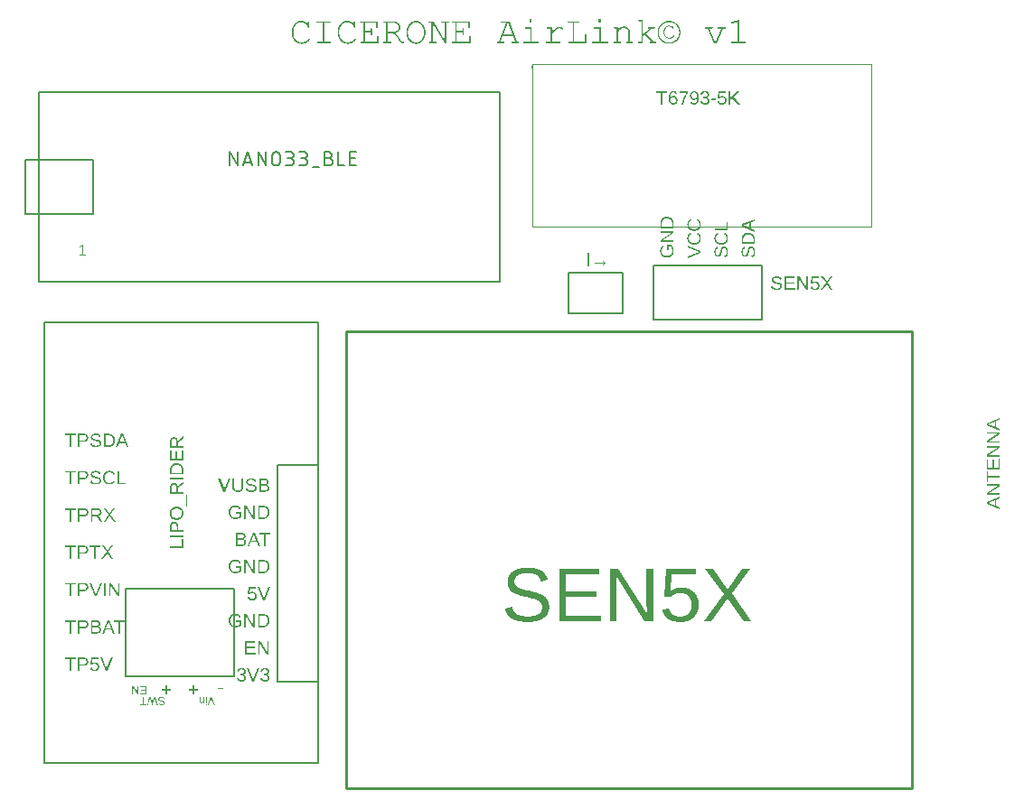
<source format=gbr>
G04 EAGLE Gerber RS-274X export*
G75*
%MOMM*%
%FSLAX34Y34*%
%LPD*%
%INSilkscreen Top*%
%IPPOS*%
%AMOC8*
5,1,8,0,0,1.08239X$1,22.5*%
G01*
G04 Define Apertures*
%ADD10C,0.254000*%
%ADD11C,0.127000*%
%ADD12C,0.080000*%
%ADD13C,0.076200*%
G36*
X922056Y263035D02*
X909715Y268071D01*
X909715Y269972D01*
X922056Y274929D01*
X922056Y273221D01*
X918447Y271811D01*
X918447Y266188D01*
X922056Y264769D01*
X922056Y263035D01*
G37*
%LPC*%
G36*
X917142Y266696D02*
X917142Y271312D01*
X913070Y269727D01*
X912426Y269481D01*
X911703Y269236D01*
X910976Y269000D01*
X911222Y268921D01*
X912051Y268649D01*
X913087Y268273D01*
X917142Y266696D01*
G37*
%LPD*%
G36*
X922056Y336848D02*
X909715Y341884D01*
X909715Y343784D01*
X922056Y348742D01*
X922056Y347034D01*
X918447Y345624D01*
X918447Y340001D01*
X922056Y338582D01*
X922056Y336848D01*
G37*
%LPC*%
G36*
X917142Y340509D02*
X917142Y345124D01*
X913070Y343539D01*
X912426Y343294D01*
X911703Y343049D01*
X910976Y342812D01*
X911222Y342733D01*
X912051Y342462D01*
X913087Y342085D01*
X917142Y340509D01*
G37*
%LPD*%
G36*
X922056Y276440D02*
X909715Y276440D01*
X909715Y278385D01*
X920295Y285059D01*
X918815Y284980D01*
X917808Y284953D01*
X909715Y284953D01*
X909715Y286460D01*
X922056Y286460D01*
X922056Y284445D01*
X911546Y277842D01*
X912395Y277885D01*
X913858Y277929D01*
X922056Y277929D01*
X922056Y276440D01*
G37*
G36*
X922056Y312346D02*
X909715Y312346D01*
X909715Y314291D01*
X920295Y320965D01*
X918815Y320886D01*
X917808Y320860D01*
X909715Y320860D01*
X909715Y322366D01*
X922056Y322366D01*
X922056Y320352D01*
X911546Y313748D01*
X912395Y313792D01*
X913858Y313835D01*
X922056Y313835D01*
X922056Y312346D01*
G37*
G36*
X922056Y325315D02*
X909715Y325315D01*
X909715Y327260D01*
X920295Y333934D01*
X918815Y333855D01*
X917808Y333828D01*
X909715Y333828D01*
X909715Y335335D01*
X922056Y335335D01*
X922056Y333320D01*
X911546Y326717D01*
X912395Y326760D01*
X913858Y326804D01*
X922056Y326804D01*
X922056Y325315D01*
G37*
G36*
X922056Y300378D02*
X909715Y300378D01*
X909715Y309741D01*
X911081Y309741D01*
X911081Y302051D01*
X915040Y302051D01*
X915040Y309215D01*
X916389Y309215D01*
X916389Y302051D01*
X920690Y302051D01*
X920690Y310100D01*
X922056Y310100D01*
X922056Y300378D01*
G37*
G36*
X911081Y288340D02*
X909715Y288340D01*
X909715Y298483D01*
X911081Y298483D01*
X911081Y294244D01*
X922056Y294244D01*
X922056Y292580D01*
X911081Y292580D01*
X911081Y288340D01*
G37*
G36*
X562899Y158000D02*
X556938Y158000D01*
X556938Y207406D01*
X564722Y207406D01*
X591441Y165048D01*
X591257Y168248D01*
X591126Y170974D01*
X591047Y173227D01*
X591021Y175006D01*
X591021Y207406D01*
X597052Y207406D01*
X597052Y158000D01*
X588987Y158000D01*
X562548Y200078D01*
X562723Y196676D01*
X562899Y190821D01*
X562899Y158000D01*
G37*
G36*
X547953Y158000D02*
X509031Y158000D01*
X509031Y207406D01*
X546516Y207406D01*
X546516Y201936D01*
X515729Y201936D01*
X515729Y186087D01*
X544412Y186087D01*
X544412Y180687D01*
X515729Y180687D01*
X515729Y163470D01*
X547953Y163470D01*
X547953Y158000D01*
G37*
G36*
X479429Y157299D02*
X478315Y157311D01*
X477231Y157348D01*
X476177Y157409D01*
X475152Y157495D01*
X474156Y157605D01*
X473191Y157740D01*
X472255Y157899D01*
X471349Y158083D01*
X470472Y158292D01*
X469625Y158525D01*
X468808Y158782D01*
X468020Y159064D01*
X467262Y159370D01*
X466534Y159701D01*
X465835Y160057D01*
X465166Y160437D01*
X464527Y160842D01*
X463917Y161271D01*
X463337Y161724D01*
X462787Y162202D01*
X462266Y162705D01*
X461775Y163232D01*
X461314Y163784D01*
X460882Y164360D01*
X460480Y164961D01*
X460107Y165586D01*
X459765Y166235D01*
X459451Y166910D01*
X459168Y167608D01*
X458914Y168332D01*
X458690Y169080D01*
X458495Y169852D01*
X464982Y171149D01*
X465132Y170602D01*
X465302Y170073D01*
X465492Y169563D01*
X465701Y169071D01*
X465930Y168597D01*
X466179Y168142D01*
X466447Y167706D01*
X466736Y167288D01*
X467044Y166888D01*
X467371Y166507D01*
X467719Y166145D01*
X468086Y165801D01*
X468472Y165475D01*
X468879Y165168D01*
X469305Y164880D01*
X469751Y164610D01*
X470217Y164357D01*
X470704Y164121D01*
X471211Y163901D01*
X471739Y163697D01*
X472287Y163509D01*
X472856Y163338D01*
X473445Y163183D01*
X474055Y163045D01*
X474686Y162923D01*
X475337Y162817D01*
X476008Y162727D01*
X476701Y162654D01*
X477413Y162597D01*
X478146Y162556D01*
X478900Y162531D01*
X479674Y162523D01*
X480474Y162532D01*
X481250Y162558D01*
X482003Y162602D01*
X482733Y162663D01*
X483439Y162741D01*
X484123Y162836D01*
X484783Y162950D01*
X485421Y163080D01*
X486035Y163228D01*
X486626Y163393D01*
X487194Y163576D01*
X487738Y163776D01*
X488260Y163993D01*
X488758Y164228D01*
X489233Y164480D01*
X489685Y164750D01*
X490112Y165036D01*
X490511Y165339D01*
X490883Y165658D01*
X491227Y165994D01*
X491544Y166345D01*
X491833Y166713D01*
X492094Y167098D01*
X492328Y167498D01*
X492535Y167915D01*
X492714Y168348D01*
X492865Y168798D01*
X492989Y169263D01*
X493086Y169746D01*
X493154Y170244D01*
X493196Y170759D01*
X493209Y171290D01*
X493192Y171880D01*
X493140Y172442D01*
X493054Y172976D01*
X492933Y173481D01*
X492778Y173958D01*
X492588Y174406D01*
X492364Y174826D01*
X492105Y175217D01*
X491815Y175585D01*
X491497Y175938D01*
X491151Y176274D01*
X490777Y176593D01*
X490375Y176896D01*
X489945Y177183D01*
X489487Y177453D01*
X489002Y177706D01*
X488490Y177947D01*
X487954Y178178D01*
X487394Y178398D01*
X486810Y178609D01*
X486202Y178810D01*
X485570Y179002D01*
X484913Y179183D01*
X484233Y179354D01*
X481314Y180047D01*
X478097Y180792D01*
X476677Y181116D01*
X475345Y181441D01*
X474102Y181765D01*
X472946Y182089D01*
X471879Y182414D01*
X470901Y182738D01*
X470010Y183062D01*
X469208Y183387D01*
X468469Y183716D01*
X467771Y184054D01*
X467113Y184402D01*
X466495Y184759D01*
X465916Y185125D01*
X465378Y185501D01*
X464880Y185885D01*
X464421Y186280D01*
X463996Y186687D01*
X463596Y187111D01*
X463222Y187553D01*
X462874Y188011D01*
X462552Y188486D01*
X462255Y188979D01*
X461984Y189488D01*
X461739Y190014D01*
X461521Y190559D01*
X461332Y191123D01*
X461173Y191707D01*
X461042Y192311D01*
X460940Y192934D01*
X460868Y193578D01*
X460824Y194240D01*
X460810Y194923D01*
X460829Y195705D01*
X460886Y196464D01*
X460980Y197201D01*
X461113Y197915D01*
X461284Y198606D01*
X461493Y199274D01*
X461739Y199919D01*
X462024Y200542D01*
X462346Y201142D01*
X462707Y201720D01*
X463105Y202274D01*
X463541Y202806D01*
X464016Y203315D01*
X464528Y203802D01*
X465078Y204265D01*
X465666Y204706D01*
X466290Y205122D01*
X466946Y205512D01*
X467635Y205874D01*
X468356Y206210D01*
X469111Y206518D01*
X469898Y206800D01*
X470718Y207055D01*
X471570Y207283D01*
X472455Y207485D01*
X473374Y207659D01*
X474324Y207807D01*
X475308Y207928D01*
X476324Y208022D01*
X477373Y208089D01*
X478455Y208129D01*
X479569Y208143D01*
X480606Y208132D01*
X481611Y208102D01*
X482586Y208052D01*
X483529Y207981D01*
X484442Y207891D01*
X485324Y207780D01*
X486174Y207649D01*
X486994Y207498D01*
X487783Y207327D01*
X488541Y207136D01*
X489268Y206924D01*
X489964Y206693D01*
X490629Y206441D01*
X491263Y206169D01*
X491866Y205877D01*
X492438Y205565D01*
X492984Y205229D01*
X493510Y204864D01*
X494014Y204471D01*
X494498Y204050D01*
X494961Y203600D01*
X495403Y203122D01*
X495825Y202616D01*
X496225Y202081D01*
X496605Y201518D01*
X496964Y200926D01*
X497302Y200306D01*
X497619Y199658D01*
X497915Y198981D01*
X498191Y198276D01*
X498446Y197543D01*
X498680Y196782D01*
X492087Y195624D01*
X491944Y196107D01*
X491785Y196573D01*
X491611Y197021D01*
X491421Y197453D01*
X491216Y197868D01*
X490996Y198267D01*
X490760Y198648D01*
X490509Y199013D01*
X490243Y199360D01*
X489962Y199691D01*
X489665Y200005D01*
X489352Y200302D01*
X489025Y200583D01*
X488682Y200846D01*
X488323Y201093D01*
X487950Y201322D01*
X487559Y201537D01*
X487150Y201737D01*
X486723Y201924D01*
X486278Y202097D01*
X485814Y202256D01*
X485331Y202401D01*
X484831Y202533D01*
X484312Y202651D01*
X483774Y202754D01*
X483219Y202844D01*
X482645Y202920D01*
X482052Y202983D01*
X481442Y203031D01*
X480812Y203066D01*
X480165Y203086D01*
X479499Y203093D01*
X478769Y203086D01*
X478061Y203063D01*
X477376Y203024D01*
X476712Y202970D01*
X476069Y202901D01*
X475449Y202817D01*
X474851Y202717D01*
X474275Y202602D01*
X473720Y202472D01*
X473188Y202326D01*
X472677Y202165D01*
X472188Y201989D01*
X471721Y201797D01*
X471276Y201590D01*
X470854Y201367D01*
X470452Y201130D01*
X470075Y200877D01*
X469721Y200609D01*
X469392Y200325D01*
X469087Y200027D01*
X468807Y199714D01*
X468551Y199386D01*
X468319Y199042D01*
X468112Y198684D01*
X467929Y198310D01*
X467771Y197922D01*
X467636Y197518D01*
X467527Y197099D01*
X467441Y196666D01*
X467380Y196217D01*
X467344Y195753D01*
X467332Y195274D01*
X467351Y194716D01*
X467407Y194183D01*
X467502Y193675D01*
X467634Y193192D01*
X467804Y192733D01*
X468012Y192299D01*
X468258Y191889D01*
X468541Y191504D01*
X468861Y191139D01*
X469213Y190788D01*
X469599Y190451D01*
X470019Y190128D01*
X470471Y189820D01*
X470958Y189525D01*
X471477Y189245D01*
X472030Y188980D01*
X472671Y188714D01*
X473453Y188433D01*
X474376Y188137D01*
X475440Y187827D01*
X476646Y187502D01*
X477994Y187162D01*
X479482Y186807D01*
X481112Y186437D01*
X485653Y185368D01*
X486772Y185083D01*
X487866Y184772D01*
X488937Y184434D01*
X489983Y184071D01*
X491001Y183677D01*
X491987Y183251D01*
X492939Y182792D01*
X493858Y182300D01*
X494302Y182038D01*
X494731Y181763D01*
X495146Y181473D01*
X495546Y181169D01*
X495931Y180851D01*
X496301Y180518D01*
X496656Y180171D01*
X496996Y179810D01*
X497321Y179434D01*
X497626Y179041D01*
X497914Y178632D01*
X498184Y178206D01*
X498436Y177764D01*
X498670Y177305D01*
X498885Y176830D01*
X499083Y176339D01*
X499259Y175828D01*
X499413Y175296D01*
X499542Y174741D01*
X499648Y174165D01*
X499731Y173567D01*
X499790Y172946D01*
X499825Y172304D01*
X499837Y171640D01*
X499816Y170798D01*
X499753Y169979D01*
X499649Y169185D01*
X499502Y168414D01*
X499314Y167668D01*
X499085Y166946D01*
X498813Y166248D01*
X498500Y165574D01*
X498145Y164924D01*
X497748Y164298D01*
X497309Y163697D01*
X496829Y163119D01*
X496307Y162566D01*
X495743Y162037D01*
X495137Y161532D01*
X494489Y161051D01*
X493804Y160596D01*
X493084Y160171D01*
X492331Y159776D01*
X491543Y159409D01*
X490721Y159072D01*
X489865Y158764D01*
X488975Y158486D01*
X488051Y158237D01*
X487092Y158017D01*
X486100Y157826D01*
X485073Y157665D01*
X484013Y157533D01*
X482918Y157431D01*
X481789Y157357D01*
X480626Y157313D01*
X479429Y157299D01*
G37*
G36*
X622313Y157299D02*
X621460Y157311D01*
X620627Y157346D01*
X619816Y157405D01*
X619025Y157487D01*
X618256Y157593D01*
X617507Y157723D01*
X616778Y157876D01*
X616071Y158053D01*
X615385Y158253D01*
X614719Y158477D01*
X614074Y158724D01*
X613450Y158995D01*
X612847Y159289D01*
X612264Y159607D01*
X611703Y159949D01*
X611162Y160314D01*
X610644Y160702D01*
X610150Y161110D01*
X609681Y161540D01*
X609236Y161991D01*
X608815Y162463D01*
X608419Y162956D01*
X608047Y163470D01*
X607699Y164005D01*
X607376Y164561D01*
X607078Y165138D01*
X606803Y165737D01*
X606553Y166356D01*
X606328Y166997D01*
X606126Y167659D01*
X605950Y168341D01*
X605797Y169045D01*
X612179Y169782D01*
X612310Y169331D01*
X612453Y168894D01*
X612609Y168472D01*
X612777Y168064D01*
X612957Y167670D01*
X613149Y167291D01*
X613354Y166926D01*
X613571Y166576D01*
X613800Y166239D01*
X614041Y165917D01*
X614295Y165609D01*
X614561Y165316D01*
X614839Y165037D01*
X615129Y164772D01*
X615432Y164522D01*
X615747Y164285D01*
X616074Y164063D01*
X616413Y163856D01*
X616765Y163663D01*
X617129Y163484D01*
X617505Y163319D01*
X617894Y163169D01*
X618295Y163033D01*
X618708Y162911D01*
X619133Y162804D01*
X619570Y162711D01*
X620020Y162632D01*
X620482Y162568D01*
X620956Y162518D01*
X621443Y162482D01*
X621942Y162460D01*
X622453Y162453D01*
X623080Y162465D01*
X623689Y162501D01*
X624282Y162561D01*
X624857Y162645D01*
X625415Y162753D01*
X625956Y162885D01*
X626479Y163040D01*
X626985Y163220D01*
X627474Y163424D01*
X627945Y163652D01*
X628400Y163903D01*
X628837Y164179D01*
X629257Y164479D01*
X629659Y164802D01*
X630045Y165150D01*
X630413Y165521D01*
X630761Y165914D01*
X631086Y166324D01*
X631390Y166753D01*
X631671Y167199D01*
X631929Y167663D01*
X632165Y168145D01*
X632378Y168646D01*
X632569Y169164D01*
X632738Y169700D01*
X632884Y170254D01*
X633007Y170826D01*
X633108Y171416D01*
X633187Y172023D01*
X633243Y172649D01*
X633277Y173293D01*
X633288Y173954D01*
X633277Y174530D01*
X633243Y175092D01*
X633186Y175640D01*
X633107Y176174D01*
X633005Y176695D01*
X632881Y177201D01*
X632734Y177693D01*
X632565Y178171D01*
X632373Y178635D01*
X632158Y179085D01*
X631921Y179522D01*
X631661Y179944D01*
X631378Y180352D01*
X631073Y180747D01*
X630745Y181127D01*
X630395Y181493D01*
X630026Y181842D01*
X629640Y182167D01*
X629239Y182471D01*
X628823Y182751D01*
X628390Y183010D01*
X627942Y183245D01*
X627478Y183459D01*
X626998Y183650D01*
X626503Y183818D01*
X625991Y183964D01*
X625464Y184088D01*
X624922Y184189D01*
X624363Y184268D01*
X623789Y184324D01*
X623199Y184357D01*
X622593Y184369D01*
X621959Y184356D01*
X621335Y184318D01*
X620723Y184255D01*
X620121Y184167D01*
X619530Y184054D01*
X618951Y183915D01*
X618382Y183751D01*
X617824Y183562D01*
X617272Y183343D01*
X616720Y183089D01*
X616168Y182800D01*
X615615Y182475D01*
X615063Y182116D01*
X614511Y181721D01*
X613958Y181292D01*
X613406Y180827D01*
X607235Y180827D01*
X608883Y207406D01*
X636970Y207406D01*
X636970Y202041D01*
X614633Y202041D01*
X613687Y186367D01*
X614207Y186749D01*
X614744Y187107D01*
X615295Y187440D01*
X615863Y187748D01*
X616446Y188032D01*
X617045Y188290D01*
X617659Y188525D01*
X618289Y188734D01*
X618935Y188919D01*
X619596Y189079D01*
X620272Y189215D01*
X620965Y189326D01*
X621673Y189412D01*
X622396Y189474D01*
X623136Y189511D01*
X623891Y189523D01*
X624791Y189506D01*
X625668Y189456D01*
X626521Y189373D01*
X627352Y189256D01*
X628160Y189105D01*
X628944Y188922D01*
X629705Y188704D01*
X630443Y188454D01*
X631158Y188170D01*
X631850Y187852D01*
X632519Y187501D01*
X633164Y187117D01*
X633786Y186699D01*
X634386Y186248D01*
X634962Y185763D01*
X635515Y185245D01*
X636039Y184700D01*
X636529Y184135D01*
X636986Y183550D01*
X637409Y182944D01*
X637798Y182318D01*
X638153Y181672D01*
X638475Y181005D01*
X638762Y180319D01*
X639016Y179612D01*
X639236Y178884D01*
X639422Y178137D01*
X639574Y177369D01*
X639693Y176581D01*
X639777Y175772D01*
X639828Y174944D01*
X639845Y174095D01*
X639827Y173130D01*
X639772Y172192D01*
X639682Y171280D01*
X639555Y170393D01*
X639391Y169533D01*
X639192Y168699D01*
X638956Y167890D01*
X638683Y167108D01*
X638375Y166352D01*
X638030Y165622D01*
X637649Y164917D01*
X637232Y164239D01*
X636778Y163587D01*
X636288Y162961D01*
X635762Y162361D01*
X635199Y161787D01*
X634604Y161243D01*
X633981Y160735D01*
X633330Y160262D01*
X632651Y159823D01*
X631944Y159420D01*
X631209Y159052D01*
X630446Y158719D01*
X629654Y158421D01*
X628835Y158158D01*
X627987Y157930D01*
X627112Y157737D01*
X626208Y157579D01*
X625276Y157457D01*
X624317Y157369D01*
X623329Y157316D01*
X622313Y157299D01*
G37*
G36*
X651871Y158000D02*
X644472Y158000D01*
X663267Y183667D01*
X645910Y207406D01*
X653309Y207406D01*
X667054Y188015D01*
X680414Y207406D01*
X687812Y207406D01*
X670911Y183913D01*
X689250Y158000D01*
X681851Y158000D01*
X667019Y179600D01*
X651871Y158000D01*
G37*
G36*
X612087Y699527D02*
X611538Y699539D01*
X610999Y699576D01*
X610469Y699637D01*
X609951Y699723D01*
X609442Y699833D01*
X608943Y699968D01*
X608454Y700127D01*
X607976Y700311D01*
X607508Y700520D01*
X607049Y700753D01*
X606601Y701010D01*
X606164Y701292D01*
X605736Y701598D01*
X605318Y701929D01*
X604911Y702285D01*
X604513Y702665D01*
X604133Y703062D01*
X603778Y703470D01*
X603447Y703887D01*
X603140Y704315D01*
X602858Y704753D01*
X602601Y705201D01*
X602368Y705659D01*
X602160Y706128D01*
X601976Y706606D01*
X601816Y707095D01*
X601681Y707593D01*
X601571Y708102D01*
X601485Y708621D01*
X601424Y709150D01*
X601387Y709689D01*
X601375Y710239D01*
X601387Y710790D01*
X601424Y711332D01*
X601485Y711863D01*
X601571Y712383D01*
X601681Y712894D01*
X601816Y713394D01*
X601976Y713884D01*
X602160Y714363D01*
X602368Y714833D01*
X602601Y715292D01*
X602858Y715741D01*
X603140Y716179D01*
X603447Y716607D01*
X603778Y717025D01*
X604133Y717433D01*
X604513Y717830D01*
X604911Y718210D01*
X605318Y718566D01*
X605736Y718897D01*
X606164Y719203D01*
X606601Y719485D01*
X607049Y719743D01*
X607508Y719976D01*
X607976Y720184D01*
X608454Y720368D01*
X608943Y720527D01*
X609442Y720662D01*
X609951Y720773D01*
X610469Y720858D01*
X610999Y720920D01*
X611538Y720956D01*
X612087Y720969D01*
X612639Y720956D01*
X613180Y720920D01*
X613711Y720858D01*
X614232Y720773D01*
X614742Y720662D01*
X615242Y720527D01*
X615732Y720368D01*
X616212Y720184D01*
X616681Y719976D01*
X617140Y719743D01*
X617589Y719485D01*
X618027Y719203D01*
X618456Y718897D01*
X618874Y718566D01*
X619281Y718210D01*
X619679Y717830D01*
X620059Y717433D01*
X620414Y717025D01*
X620745Y716607D01*
X621052Y716179D01*
X621334Y715741D01*
X621591Y715292D01*
X621824Y714833D01*
X622032Y714363D01*
X622216Y713884D01*
X622376Y713394D01*
X622511Y712894D01*
X622621Y712383D01*
X622707Y711863D01*
X622768Y711332D01*
X622805Y710790D01*
X622817Y710239D01*
X622805Y709689D01*
X622768Y709150D01*
X622707Y708621D01*
X622621Y708102D01*
X622511Y707593D01*
X622376Y707095D01*
X622216Y706606D01*
X622032Y706128D01*
X621824Y705659D01*
X621591Y705201D01*
X621334Y704753D01*
X621052Y704315D01*
X620745Y703887D01*
X620414Y703470D01*
X620059Y703062D01*
X619679Y702665D01*
X619281Y702285D01*
X618874Y701929D01*
X618456Y701598D01*
X618027Y701292D01*
X617589Y701010D01*
X617140Y700753D01*
X616681Y700520D01*
X616212Y700311D01*
X615732Y700127D01*
X615242Y699968D01*
X614742Y699833D01*
X614232Y699723D01*
X613711Y699637D01*
X613180Y699576D01*
X612639Y699539D01*
X612087Y699527D01*
G37*
%LPC*%
G36*
X612087Y700719D02*
X612578Y700730D01*
X613059Y700762D01*
X613532Y700817D01*
X613995Y700893D01*
X614449Y700991D01*
X614894Y701111D01*
X615329Y701252D01*
X615756Y701416D01*
X616173Y701601D01*
X616581Y701808D01*
X616980Y702036D01*
X617370Y702287D01*
X617751Y702559D01*
X618122Y702853D01*
X618484Y703169D01*
X618837Y703506D01*
X619175Y703859D01*
X619491Y704221D01*
X619785Y704593D01*
X620057Y704973D01*
X620307Y705362D01*
X620536Y705760D01*
X620743Y706167D01*
X620928Y706583D01*
X621091Y707009D01*
X621233Y707443D01*
X621353Y707886D01*
X621451Y708339D01*
X621527Y708800D01*
X621581Y709271D01*
X621614Y709750D01*
X621625Y710239D01*
X621614Y710730D01*
X621591Y711064D01*
X621581Y711211D01*
X621527Y711683D01*
X621451Y712147D01*
X621353Y712601D01*
X621233Y713045D01*
X621091Y713481D01*
X620928Y713908D01*
X620743Y714325D01*
X620536Y714733D01*
X620307Y715132D01*
X620057Y715522D01*
X619785Y715902D01*
X619491Y716274D01*
X619175Y716636D01*
X618837Y716989D01*
X618484Y717326D01*
X618122Y717642D01*
X617751Y717936D01*
X617370Y718208D01*
X616980Y718459D01*
X616581Y718688D01*
X616173Y718894D01*
X615756Y719080D01*
X615329Y719243D01*
X614894Y719384D01*
X614449Y719504D01*
X613995Y719602D01*
X613532Y719678D01*
X613059Y719733D01*
X612578Y719766D01*
X612087Y719776D01*
X611599Y719766D01*
X611119Y719733D01*
X610648Y719678D01*
X610187Y719602D01*
X609734Y719504D01*
X609290Y719384D01*
X608855Y719243D01*
X608430Y719080D01*
X608013Y718894D01*
X607605Y718688D01*
X607206Y718459D01*
X606816Y718208D01*
X606435Y717936D01*
X606063Y717642D01*
X605700Y717326D01*
X605346Y716989D01*
X605007Y716636D01*
X604691Y716274D01*
X604396Y715902D01*
X604123Y715522D01*
X603871Y715132D01*
X603642Y714733D01*
X603434Y714325D01*
X603249Y713908D01*
X603085Y713481D01*
X602943Y713045D01*
X602823Y712601D01*
X602724Y712147D01*
X602648Y711683D01*
X602593Y711211D01*
X602561Y710730D01*
X602550Y710239D01*
X602561Y709750D01*
X602593Y709271D01*
X602648Y708800D01*
X602724Y708339D01*
X602823Y707886D01*
X602943Y707443D01*
X603085Y707009D01*
X603249Y706583D01*
X603434Y706167D01*
X603642Y705760D01*
X603871Y705362D01*
X604123Y704973D01*
X604396Y704593D01*
X604691Y704221D01*
X605007Y703859D01*
X605346Y703506D01*
X605700Y703169D01*
X606063Y702853D01*
X606435Y702559D01*
X606816Y702287D01*
X607206Y702036D01*
X607605Y701808D01*
X608013Y701601D01*
X608430Y701416D01*
X608855Y701252D01*
X609290Y701111D01*
X609734Y700991D01*
X610187Y700893D01*
X610648Y700817D01*
X611119Y700762D01*
X611599Y700730D01*
X612087Y700719D01*
G37*
%LPD*%
G36*
X612420Y704313D02*
X612052Y704325D01*
X611694Y704360D01*
X611345Y704418D01*
X611005Y704499D01*
X610674Y704604D01*
X610353Y704732D01*
X610041Y704883D01*
X609738Y705058D01*
X609444Y705258D01*
X609157Y705486D01*
X608878Y705741D01*
X608607Y706025D01*
X608344Y706335D01*
X608088Y706674D01*
X607840Y707040D01*
X607599Y707434D01*
X607476Y707671D01*
X607369Y707920D01*
X607278Y708180D01*
X607205Y708451D01*
X607147Y708732D01*
X607106Y709025D01*
X607081Y709328D01*
X607073Y709643D01*
X607073Y711343D01*
X607094Y711805D01*
X607156Y712261D01*
X607260Y712710D01*
X607406Y713154D01*
X607594Y713591D01*
X607823Y714023D01*
X608093Y714448D01*
X608405Y714867D01*
X608753Y715258D01*
X609131Y715596D01*
X609538Y715882D01*
X609975Y716117D01*
X610441Y716299D01*
X610685Y716370D01*
X610937Y716429D01*
X611196Y716474D01*
X611462Y716507D01*
X611736Y716526D01*
X612017Y716533D01*
X612529Y716511D01*
X613022Y716444D01*
X613496Y716333D01*
X613950Y716178D01*
X614385Y715978D01*
X614801Y715734D01*
X615198Y715446D01*
X615576Y715113D01*
X615576Y715709D01*
X615584Y715848D01*
X615607Y715965D01*
X615645Y716062D01*
X615699Y716139D01*
X615765Y716196D01*
X615839Y716237D01*
X615922Y716262D01*
X616015Y716270D01*
X616098Y716262D01*
X616174Y716237D01*
X616243Y716196D01*
X616304Y716139D01*
X616354Y716062D01*
X616389Y715965D01*
X616411Y715848D01*
X616418Y715709D01*
X616418Y713395D01*
X616407Y713187D01*
X616374Y713053D01*
X616315Y712965D01*
X616225Y712895D01*
X616115Y712849D01*
X615997Y712834D01*
X615921Y712841D01*
X615850Y712862D01*
X615725Y712948D01*
X615673Y713014D01*
X615631Y713099D01*
X615576Y713325D01*
X615551Y713536D01*
X615501Y713740D01*
X615426Y713937D01*
X615326Y714127D01*
X615202Y714309D01*
X615054Y714485D01*
X614880Y714653D01*
X614682Y714815D01*
X614388Y715020D01*
X614084Y715198D01*
X613770Y715349D01*
X613446Y715472D01*
X613112Y715568D01*
X612769Y715637D01*
X612415Y715678D01*
X612052Y715691D01*
X611625Y715674D01*
X611222Y715622D01*
X610841Y715536D01*
X610483Y715415D01*
X610148Y715260D01*
X609837Y715070D01*
X609548Y714846D01*
X609282Y714587D01*
X608962Y714204D01*
X608684Y713811D01*
X608449Y713407D01*
X608256Y712991D01*
X608107Y712565D01*
X608000Y712128D01*
X607936Y711680D01*
X607915Y711221D01*
X607915Y709766D01*
X607936Y709304D01*
X607999Y708859D01*
X608104Y708429D01*
X608252Y708014D01*
X608442Y707616D01*
X608674Y707233D01*
X608948Y706865D01*
X609265Y706513D01*
X609609Y706191D01*
X609966Y705911D01*
X610336Y705675D01*
X610720Y705481D01*
X611116Y705331D01*
X611526Y705223D01*
X611949Y705158D01*
X612385Y705137D01*
X612638Y705144D01*
X612886Y705166D01*
X613131Y705203D01*
X613372Y705254D01*
X613608Y705320D01*
X613842Y705401D01*
X614296Y705606D01*
X614736Y705870D01*
X615160Y706192D01*
X615569Y706573D01*
X615962Y707013D01*
X616051Y707105D01*
X616142Y707171D01*
X616235Y707210D01*
X616330Y707223D01*
X616421Y707217D01*
X616501Y707197D01*
X616570Y707164D01*
X616628Y707118D01*
X616707Y706995D01*
X616727Y706921D01*
X616733Y706838D01*
X616713Y706707D01*
X616651Y706559D01*
X616548Y706395D01*
X616405Y706215D01*
X616220Y706019D01*
X615994Y705805D01*
X615418Y705330D01*
X615084Y705092D01*
X614738Y704885D01*
X614380Y704710D01*
X614011Y704567D01*
X613631Y704456D01*
X613239Y704377D01*
X612835Y704329D01*
X612420Y704313D01*
G37*
G36*
X374987Y699421D02*
X374546Y699433D01*
X374111Y699469D01*
X373683Y699528D01*
X373261Y699610D01*
X372846Y699717D01*
X372438Y699847D01*
X372036Y700000D01*
X371641Y700178D01*
X371253Y700378D01*
X370871Y700603D01*
X370496Y700851D01*
X370127Y701123D01*
X369765Y701418D01*
X369410Y701737D01*
X369062Y702080D01*
X368720Y702446D01*
X368392Y702830D01*
X368085Y703229D01*
X367799Y703640D01*
X367535Y704065D01*
X367291Y704503D01*
X367069Y704954D01*
X366868Y705419D01*
X366688Y705897D01*
X366529Y706389D01*
X366392Y706894D01*
X366275Y707412D01*
X366180Y707944D01*
X366106Y708489D01*
X366053Y709047D01*
X366021Y709619D01*
X366011Y710204D01*
X366021Y710791D01*
X366053Y711365D01*
X366106Y711925D01*
X366180Y712471D01*
X366275Y713004D01*
X366392Y713523D01*
X366529Y714029D01*
X366688Y714521D01*
X366868Y715000D01*
X367069Y715465D01*
X367291Y715916D01*
X367535Y716354D01*
X367799Y716779D01*
X368085Y717190D01*
X368392Y717587D01*
X368720Y717971D01*
X369062Y718336D01*
X369410Y718677D01*
X369765Y718995D01*
X370127Y719290D01*
X370496Y719561D01*
X370871Y719808D01*
X371253Y720032D01*
X371641Y720232D01*
X372036Y720409D01*
X372438Y720562D01*
X372846Y720692D01*
X373261Y720798D01*
X373683Y720880D01*
X374111Y720939D01*
X374546Y720974D01*
X374987Y720986D01*
X375583Y720964D01*
X376169Y720899D01*
X376744Y720789D01*
X377310Y720636D01*
X377867Y720438D01*
X378413Y720197D01*
X378949Y719912D01*
X379476Y719584D01*
X379983Y719216D01*
X380464Y718813D01*
X380916Y718376D01*
X381341Y717905D01*
X381738Y717399D01*
X382107Y716858D01*
X382449Y716283D01*
X382763Y715674D01*
X383044Y715040D01*
X383288Y714392D01*
X383495Y713729D01*
X383664Y713053D01*
X383795Y712362D01*
X383889Y711657D01*
X383945Y710937D01*
X383964Y710204D01*
X383945Y709474D01*
X383889Y708758D01*
X383796Y708055D01*
X383666Y707366D01*
X383498Y706690D01*
X383293Y706027D01*
X383051Y705378D01*
X382772Y704743D01*
X382460Y704131D01*
X382119Y703554D01*
X381751Y703012D01*
X381354Y702505D01*
X380929Y702033D01*
X380476Y701595D01*
X379994Y701192D01*
X379484Y700824D01*
X378956Y700495D01*
X378418Y700210D01*
X377870Y699969D01*
X377313Y699772D01*
X376746Y699619D01*
X376169Y699509D01*
X375583Y699443D01*
X374987Y699421D01*
G37*
%LPC*%
G36*
X374987Y700894D02*
X375397Y700905D01*
X375797Y700939D01*
X376187Y700994D01*
X376568Y701072D01*
X376939Y701172D01*
X377300Y701295D01*
X377652Y701439D01*
X377994Y701606D01*
X378327Y701796D01*
X378650Y702007D01*
X378964Y702241D01*
X379268Y702497D01*
X379562Y702775D01*
X379847Y703075D01*
X380122Y703398D01*
X380387Y703743D01*
X380640Y704102D01*
X380876Y704467D01*
X381096Y704838D01*
X381300Y705215D01*
X381488Y705598D01*
X381659Y705987D01*
X381814Y706382D01*
X381952Y706783D01*
X382074Y707190D01*
X382180Y707602D01*
X382270Y708021D01*
X382343Y708446D01*
X382400Y708876D01*
X382441Y709313D01*
X382466Y709755D01*
X382474Y710204D01*
X382466Y710650D01*
X382441Y711091D01*
X382400Y711526D01*
X382343Y711955D01*
X382270Y712378D01*
X382180Y712796D01*
X382074Y713208D01*
X381952Y713614D01*
X381814Y714014D01*
X381659Y714409D01*
X381488Y714798D01*
X381300Y715181D01*
X381096Y715558D01*
X380876Y715930D01*
X380640Y716296D01*
X380387Y716656D01*
X380122Y717002D01*
X379847Y717326D01*
X379562Y717627D01*
X379268Y717906D01*
X378964Y718163D01*
X378650Y718397D01*
X378327Y718609D01*
X377994Y718799D01*
X377652Y718967D01*
X377300Y719112D01*
X376939Y719234D01*
X376568Y719335D01*
X376187Y719413D01*
X375797Y719469D01*
X375397Y719502D01*
X374987Y719514D01*
X374603Y719503D01*
X374226Y719471D01*
X373855Y719418D01*
X373492Y719343D01*
X373136Y719247D01*
X372787Y719130D01*
X372445Y718992D01*
X372110Y718832D01*
X371782Y718651D01*
X371461Y718449D01*
X371147Y718225D01*
X370840Y717980D01*
X370541Y717714D01*
X370248Y717426D01*
X369962Y717117D01*
X369684Y716787D01*
X369417Y716442D01*
X369168Y716088D01*
X368936Y715725D01*
X368721Y715353D01*
X368524Y714973D01*
X368343Y714583D01*
X368180Y714185D01*
X368034Y713778D01*
X367905Y713362D01*
X367793Y712938D01*
X367698Y712504D01*
X367621Y712062D01*
X367561Y711610D01*
X367518Y711150D01*
X367492Y710682D01*
X367484Y710204D01*
X367493Y709697D01*
X367520Y709202D01*
X367565Y708718D01*
X367628Y708246D01*
X367709Y707786D01*
X367808Y707338D01*
X367925Y706901D01*
X368060Y706476D01*
X368213Y706063D01*
X368384Y705661D01*
X368573Y705271D01*
X368780Y704893D01*
X369006Y704527D01*
X369249Y704172D01*
X369510Y703829D01*
X369789Y703498D01*
X370080Y703182D01*
X370375Y702887D01*
X370674Y702613D01*
X370979Y702359D01*
X371287Y702125D01*
X371601Y701911D01*
X371919Y701718D01*
X372241Y701545D01*
X372569Y701392D01*
X372900Y701260D01*
X373237Y701148D01*
X373578Y701057D01*
X373923Y700986D01*
X374273Y700935D01*
X374628Y700904D01*
X374987Y700894D01*
G37*
%LPD*%
G36*
X351321Y700000D02*
X345150Y700000D01*
X344905Y700013D01*
X344698Y700053D01*
X344528Y700118D01*
X344396Y700210D01*
X344296Y700322D01*
X344225Y700447D01*
X344182Y700585D01*
X344168Y700736D01*
X344182Y700895D01*
X344225Y701037D01*
X344296Y701162D01*
X344396Y701271D01*
X344528Y701359D01*
X344698Y701422D01*
X344905Y701460D01*
X345150Y701473D01*
X347131Y701473D01*
X347131Y719040D01*
X345150Y719040D01*
X344905Y719053D01*
X344698Y719091D01*
X344528Y719154D01*
X344396Y719242D01*
X344296Y719351D01*
X344225Y719476D01*
X344182Y719618D01*
X344168Y719776D01*
X344182Y719935D01*
X344225Y720077D01*
X344296Y720202D01*
X344396Y720311D01*
X344528Y720399D01*
X344698Y720462D01*
X344905Y720500D01*
X345150Y720513D01*
X354056Y720513D01*
X354397Y720506D01*
X354731Y720486D01*
X355058Y720452D01*
X355378Y720404D01*
X355692Y720342D01*
X355998Y720268D01*
X356298Y720179D01*
X356592Y720077D01*
X357158Y719831D01*
X357697Y719532D01*
X358209Y719177D01*
X358693Y718768D01*
X359135Y718325D01*
X359518Y717868D01*
X359842Y717397D01*
X360107Y716912D01*
X360313Y716413D01*
X360394Y716158D01*
X360460Y715900D01*
X360512Y715638D01*
X360549Y715373D01*
X360571Y715105D01*
X360578Y714832D01*
X360560Y714441D01*
X360505Y714055D01*
X360414Y713675D01*
X360287Y713300D01*
X360123Y712932D01*
X359922Y712569D01*
X359685Y712212D01*
X359412Y711861D01*
X359096Y711519D01*
X358731Y711193D01*
X358317Y710881D01*
X357854Y710583D01*
X357342Y710300D01*
X356781Y710031D01*
X356171Y709777D01*
X355511Y709538D01*
X356272Y708977D01*
X356975Y708380D01*
X357622Y707749D01*
X358211Y707083D01*
X358513Y706696D01*
X358857Y706220D01*
X359671Y704997D01*
X360654Y703414D01*
X361805Y701473D01*
X362927Y701473D01*
X363172Y701460D01*
X363379Y701422D01*
X363549Y701359D01*
X363681Y701271D01*
X363781Y701162D01*
X363852Y701037D01*
X363895Y700895D01*
X363909Y700736D01*
X363895Y700585D01*
X363852Y700447D01*
X363781Y700322D01*
X363681Y700210D01*
X363549Y700118D01*
X363379Y700053D01*
X363172Y700013D01*
X362927Y700000D01*
X360964Y700000D01*
X360299Y701172D01*
X359674Y702244D01*
X359086Y703215D01*
X358538Y704085D01*
X358028Y704854D01*
X357557Y705523D01*
X357124Y706090D01*
X356730Y706557D01*
X356348Y706962D01*
X355952Y707344D01*
X355543Y707703D01*
X355119Y708039D01*
X354681Y708351D01*
X354230Y708641D01*
X353764Y708908D01*
X353285Y709152D01*
X348604Y709152D01*
X348604Y701473D01*
X351321Y701473D01*
X351573Y701460D01*
X351786Y701422D01*
X351959Y701359D01*
X352092Y701271D01*
X352192Y701162D01*
X352263Y701037D01*
X352306Y700895D01*
X352320Y700736D01*
X352306Y700585D01*
X352263Y700447D01*
X352192Y700322D01*
X352092Y700210D01*
X351959Y700118D01*
X351786Y700053D01*
X351573Y700013D01*
X351321Y700000D01*
G37*
%LPC*%
G36*
X352618Y710625D02*
X353095Y710636D01*
X353560Y710668D01*
X354014Y710723D01*
X354457Y710800D01*
X354889Y710899D01*
X355309Y711019D01*
X355718Y711162D01*
X356116Y711326D01*
X356495Y711505D01*
X356847Y711692D01*
X357172Y711886D01*
X357471Y712089D01*
X357742Y712298D01*
X357987Y712516D01*
X358204Y712741D01*
X358395Y712974D01*
X358562Y713211D01*
X358706Y713450D01*
X358828Y713689D01*
X358928Y713929D01*
X359006Y714171D01*
X359061Y714414D01*
X359094Y714658D01*
X359105Y714902D01*
X359082Y715268D01*
X359013Y715630D01*
X358897Y715987D01*
X358735Y716340D01*
X358527Y716689D01*
X358272Y717033D01*
X357971Y717372D01*
X357624Y717708D01*
X357244Y718020D01*
X356843Y718291D01*
X356423Y718520D01*
X355982Y718707D01*
X355522Y718853D01*
X355042Y718957D01*
X354541Y719019D01*
X354021Y719040D01*
X348604Y719040D01*
X348604Y710625D01*
X352618Y710625D01*
G37*
%LPD*%
G36*
X457223Y700000D02*
X451717Y700000D01*
X451473Y700013D01*
X451266Y700053D01*
X451096Y700118D01*
X450963Y700210D01*
X450864Y700322D01*
X450793Y700447D01*
X450750Y700585D01*
X450736Y700736D01*
X450750Y700895D01*
X450793Y701037D01*
X450864Y701162D01*
X450963Y701271D01*
X451096Y701359D01*
X451266Y701422D01*
X451473Y701460D01*
X451717Y701473D01*
X452857Y701473D01*
X459361Y719040D01*
X455013Y719040D01*
X454769Y719053D01*
X454562Y719091D01*
X454392Y719154D01*
X454260Y719242D01*
X454160Y719351D01*
X454089Y719476D01*
X454046Y719618D01*
X454032Y719776D01*
X454046Y719935D01*
X454089Y720077D01*
X454160Y720202D01*
X454260Y720311D01*
X454392Y720399D01*
X454562Y720462D01*
X454769Y720500D01*
X455013Y720513D01*
X462430Y720513D01*
X469618Y701473D01*
X470757Y701473D01*
X471002Y701460D01*
X471209Y701422D01*
X471379Y701359D01*
X471511Y701271D01*
X471611Y701162D01*
X471682Y701037D01*
X471725Y700895D01*
X471739Y700736D01*
X471725Y700585D01*
X471682Y700447D01*
X471611Y700322D01*
X471511Y700210D01*
X471379Y700118D01*
X471209Y700053D01*
X471002Y700013D01*
X470757Y700000D01*
X465270Y700000D01*
X465018Y700013D01*
X464805Y700053D01*
X464632Y700118D01*
X464498Y700210D01*
X464399Y700322D01*
X464328Y700447D01*
X464285Y700585D01*
X464271Y700736D01*
X464285Y700895D01*
X464328Y701037D01*
X464399Y701162D01*
X464498Y701271D01*
X464632Y701359D01*
X464805Y701422D01*
X465018Y701460D01*
X465270Y701473D01*
X468075Y701473D01*
X466059Y706855D01*
X456381Y706855D01*
X454400Y701473D01*
X457223Y701473D01*
X457467Y701460D01*
X457674Y701422D01*
X457844Y701359D01*
X457976Y701271D01*
X458076Y701162D01*
X458147Y701037D01*
X458190Y700895D01*
X458204Y700736D01*
X458190Y700585D01*
X458147Y700447D01*
X458076Y700322D01*
X457976Y700210D01*
X457844Y700118D01*
X457674Y700053D01*
X457467Y700013D01*
X457223Y700000D01*
G37*
%LPC*%
G36*
X465498Y708328D02*
X461430Y719040D01*
X460887Y719040D01*
X456942Y708328D01*
X465498Y708328D01*
G37*
%LPD*%
G36*
X393710Y700000D02*
X388292Y700000D01*
X388040Y700013D01*
X387828Y700053D01*
X387654Y700118D01*
X387521Y700210D01*
X387421Y700322D01*
X387350Y700447D01*
X387307Y700585D01*
X387293Y700736D01*
X387307Y700895D01*
X387350Y701037D01*
X387421Y701162D01*
X387521Y701271D01*
X387654Y701359D01*
X387828Y701422D01*
X388040Y701460D01*
X388292Y701473D01*
X389519Y701473D01*
X389519Y719040D01*
X387538Y719040D01*
X387294Y719053D01*
X387087Y719091D01*
X386917Y719154D01*
X386784Y719242D01*
X386685Y719351D01*
X386613Y719476D01*
X386571Y719618D01*
X386556Y719776D01*
X386571Y719935D01*
X386613Y720077D01*
X386685Y720202D01*
X386784Y720311D01*
X386917Y720399D01*
X387087Y720462D01*
X387294Y720500D01*
X387538Y720513D01*
X391395Y720513D01*
X402265Y702121D01*
X402265Y719040D01*
X399548Y719040D01*
X399304Y719053D01*
X399097Y719091D01*
X398927Y719154D01*
X398794Y719242D01*
X398694Y719351D01*
X398623Y719476D01*
X398580Y719618D01*
X398566Y719776D01*
X398580Y719935D01*
X398621Y720077D01*
X398689Y720202D01*
X398785Y720311D01*
X398915Y720399D01*
X399086Y720462D01*
X399296Y720500D01*
X399548Y720513D01*
X404983Y720513D01*
X405227Y720500D01*
X405434Y720462D01*
X405604Y720399D01*
X405737Y720311D01*
X405837Y720202D01*
X405908Y720077D01*
X405951Y719935D01*
X405965Y719776D01*
X405951Y719618D01*
X405908Y719476D01*
X405837Y719351D01*
X405737Y719242D01*
X405604Y719154D01*
X405434Y719091D01*
X405227Y719053D01*
X404983Y719040D01*
X403738Y719040D01*
X403738Y700000D01*
X401845Y700000D01*
X390992Y718356D01*
X390992Y701473D01*
X393710Y701473D01*
X393962Y701460D01*
X394174Y701422D01*
X394347Y701359D01*
X394481Y701271D01*
X394581Y701162D01*
X394652Y701037D01*
X394695Y700895D01*
X394709Y700736D01*
X394695Y700585D01*
X394652Y700447D01*
X394581Y700322D01*
X394481Y700210D01*
X394347Y700118D01*
X394174Y700053D01*
X393962Y700013D01*
X393710Y700000D01*
G37*
G36*
X339840Y700000D02*
X323587Y700000D01*
X323343Y700013D01*
X323136Y700053D01*
X322966Y700118D01*
X322833Y700210D01*
X322734Y700322D01*
X322662Y700447D01*
X322620Y700585D01*
X322605Y700736D01*
X322620Y700895D01*
X322662Y701037D01*
X322734Y701162D01*
X322833Y701271D01*
X322966Y701359D01*
X323136Y701422D01*
X323343Y701460D01*
X323587Y701473D01*
X325568Y701473D01*
X325568Y719040D01*
X323587Y719040D01*
X323343Y719053D01*
X323136Y719091D01*
X322966Y719154D01*
X322833Y719242D01*
X322734Y719351D01*
X322662Y719476D01*
X322620Y719618D01*
X322605Y719776D01*
X322620Y719935D01*
X322662Y720077D01*
X322734Y720202D01*
X322833Y720311D01*
X322966Y720399D01*
X323136Y720462D01*
X323343Y720500D01*
X323587Y720513D01*
X339068Y720513D01*
X339068Y715446D01*
X339056Y715202D01*
X339018Y714995D01*
X338955Y714825D01*
X338867Y714692D01*
X338758Y714592D01*
X338632Y714521D01*
X338490Y714478D01*
X338332Y714464D01*
X338174Y714478D01*
X338032Y714521D01*
X337906Y714592D01*
X337797Y714692D01*
X337709Y714825D01*
X337646Y714995D01*
X337608Y715202D01*
X337596Y715446D01*
X337596Y719040D01*
X327041Y719040D01*
X327041Y711378D01*
X332318Y711378D01*
X332318Y713044D01*
X332331Y713288D01*
X332371Y713496D01*
X332437Y713665D01*
X332529Y713798D01*
X332642Y713898D01*
X332770Y713969D01*
X332913Y714012D01*
X333072Y714026D01*
X333223Y714012D01*
X333361Y713969D01*
X333486Y713898D01*
X333598Y713798D01*
X333690Y713665D01*
X333756Y713496D01*
X333795Y713288D01*
X333809Y713044D01*
X333809Y708240D01*
X333795Y707996D01*
X333756Y707789D01*
X333690Y707619D01*
X333598Y707486D01*
X333486Y707387D01*
X333361Y707315D01*
X333223Y707273D01*
X333072Y707258D01*
X332913Y707273D01*
X332770Y707315D01*
X332642Y707387D01*
X332529Y707486D01*
X332437Y707619D01*
X332371Y707789D01*
X332331Y707996D01*
X332318Y708240D01*
X332318Y709906D01*
X327041Y709906D01*
X327041Y701473D01*
X338367Y701473D01*
X338367Y705821D01*
X338380Y706065D01*
X338417Y706272D01*
X338480Y706442D01*
X338569Y706575D01*
X338678Y706674D01*
X338803Y706746D01*
X338945Y706788D01*
X339103Y706803D01*
X339262Y706788D01*
X339404Y706746D01*
X339529Y706674D01*
X339638Y706575D01*
X339726Y706442D01*
X339789Y706272D01*
X339827Y706065D01*
X339840Y705821D01*
X339840Y700000D01*
G37*
G36*
X426090Y700000D02*
X409837Y700000D01*
X409593Y700013D01*
X409386Y700053D01*
X409216Y700118D01*
X409083Y700210D01*
X408984Y700322D01*
X408912Y700447D01*
X408870Y700585D01*
X408855Y700736D01*
X408870Y700895D01*
X408912Y701037D01*
X408984Y701162D01*
X409083Y701271D01*
X409216Y701359D01*
X409386Y701422D01*
X409593Y701460D01*
X409837Y701473D01*
X411818Y701473D01*
X411818Y719040D01*
X409837Y719040D01*
X409593Y719053D01*
X409386Y719091D01*
X409216Y719154D01*
X409083Y719242D01*
X408984Y719351D01*
X408912Y719476D01*
X408870Y719618D01*
X408855Y719776D01*
X408870Y719935D01*
X408912Y720077D01*
X408984Y720202D01*
X409083Y720311D01*
X409216Y720399D01*
X409386Y720462D01*
X409593Y720500D01*
X409837Y720513D01*
X425318Y720513D01*
X425318Y715446D01*
X425306Y715202D01*
X425268Y714995D01*
X425205Y714825D01*
X425117Y714692D01*
X425008Y714592D01*
X424882Y714521D01*
X424740Y714478D01*
X424582Y714464D01*
X424424Y714478D01*
X424282Y714521D01*
X424156Y714592D01*
X424047Y714692D01*
X423959Y714825D01*
X423896Y714995D01*
X423858Y715202D01*
X423846Y715446D01*
X423846Y719040D01*
X413291Y719040D01*
X413291Y711378D01*
X418568Y711378D01*
X418568Y713044D01*
X418581Y713288D01*
X418621Y713496D01*
X418687Y713665D01*
X418779Y713798D01*
X418892Y713898D01*
X419020Y713969D01*
X419163Y714012D01*
X419322Y714026D01*
X419473Y714012D01*
X419611Y713969D01*
X419736Y713898D01*
X419848Y713798D01*
X419940Y713665D01*
X420006Y713496D01*
X420045Y713288D01*
X420059Y713044D01*
X420059Y708240D01*
X420045Y707996D01*
X420006Y707789D01*
X419940Y707619D01*
X419848Y707486D01*
X419736Y707387D01*
X419611Y707315D01*
X419473Y707273D01*
X419322Y707258D01*
X419163Y707273D01*
X419020Y707315D01*
X418892Y707387D01*
X418779Y707486D01*
X418687Y707619D01*
X418621Y707789D01*
X418581Y707996D01*
X418568Y708240D01*
X418568Y709906D01*
X413291Y709906D01*
X413291Y701473D01*
X424617Y701473D01*
X424617Y705821D01*
X424630Y706065D01*
X424667Y706272D01*
X424730Y706442D01*
X424819Y706575D01*
X424928Y706674D01*
X425053Y706746D01*
X425195Y706788D01*
X425353Y706803D01*
X425512Y706788D01*
X425654Y706746D01*
X425779Y706674D01*
X425888Y706575D01*
X425976Y706442D01*
X426039Y706272D01*
X426077Y706065D01*
X426090Y705821D01*
X426090Y700000D01*
G37*
G36*
X587597Y700000D02*
X584143Y700000D01*
X583899Y700013D01*
X583692Y700053D01*
X583522Y700118D01*
X583389Y700210D01*
X583289Y700322D01*
X583218Y700447D01*
X583175Y700585D01*
X583161Y700736D01*
X583175Y700895D01*
X583218Y701037D01*
X583289Y701162D01*
X583389Y701271D01*
X583522Y701359D01*
X583692Y701422D01*
X583899Y701460D01*
X584143Y701473D01*
X586124Y701473D01*
X586124Y720513D01*
X584143Y720513D01*
X583899Y720526D01*
X583692Y720565D01*
X583522Y720631D01*
X583389Y720723D01*
X583289Y720836D01*
X583218Y720964D01*
X583175Y721108D01*
X583161Y721267D01*
X583175Y721418D01*
X583218Y721556D01*
X583289Y721681D01*
X583389Y721793D01*
X583522Y721885D01*
X583692Y721951D01*
X583899Y721990D01*
X584143Y722003D01*
X587597Y722003D01*
X587597Y708433D01*
X593856Y713693D01*
X593102Y713693D01*
X592858Y713706D01*
X592651Y713745D01*
X592481Y713811D01*
X592348Y713903D01*
X592248Y714015D01*
X592177Y714140D01*
X592134Y714278D01*
X592120Y714429D01*
X592134Y714588D01*
X592177Y714732D01*
X592248Y714860D01*
X592348Y714973D01*
X592481Y715065D01*
X592651Y715130D01*
X592858Y715170D01*
X593102Y715183D01*
X597818Y715183D01*
X598070Y715170D01*
X598283Y715130D01*
X598456Y715065D01*
X598590Y714973D01*
X598689Y714860D01*
X598761Y714732D01*
X598803Y714588D01*
X598818Y714429D01*
X598803Y714278D01*
X598761Y714140D01*
X598689Y714015D01*
X598590Y713903D01*
X598456Y713811D01*
X598283Y713745D01*
X598070Y713706D01*
X597818Y713693D01*
X596118Y713693D01*
X590367Y708889D01*
X597643Y701473D01*
X599344Y701473D01*
X599596Y701460D01*
X599808Y701422D01*
X599981Y701359D01*
X600115Y701271D01*
X600215Y701162D01*
X600286Y701037D01*
X600329Y700895D01*
X600343Y700736D01*
X600329Y700585D01*
X600286Y700447D01*
X600215Y700322D01*
X600115Y700210D01*
X599981Y700118D01*
X599808Y700053D01*
X599596Y700013D01*
X599344Y700000D01*
X594575Y700000D01*
X594330Y700013D01*
X594123Y700053D01*
X593953Y700118D01*
X593821Y700210D01*
X593721Y700322D01*
X593650Y700447D01*
X593607Y700585D01*
X593593Y700736D01*
X593607Y700895D01*
X593650Y701037D01*
X593721Y701162D01*
X593821Y701271D01*
X593953Y701359D01*
X594123Y701422D01*
X594330Y701460D01*
X594575Y701473D01*
X595609Y701473D01*
X589280Y707977D01*
X587597Y706557D01*
X587597Y700000D01*
G37*
G36*
X534621Y700000D02*
X518351Y700000D01*
X518107Y700013D01*
X517899Y700053D01*
X517730Y700118D01*
X517597Y700210D01*
X517497Y700322D01*
X517426Y700447D01*
X517383Y700585D01*
X517369Y700736D01*
X517383Y700895D01*
X517426Y701037D01*
X517497Y701162D01*
X517597Y701271D01*
X517730Y701359D01*
X517899Y701422D01*
X518107Y701460D01*
X518351Y701473D01*
X521857Y701473D01*
X521857Y719040D01*
X518351Y719040D01*
X518107Y719053D01*
X517899Y719091D01*
X517730Y719154D01*
X517597Y719242D01*
X517497Y719351D01*
X517426Y719476D01*
X517383Y719618D01*
X517369Y719776D01*
X517383Y719935D01*
X517426Y720077D01*
X517497Y720202D01*
X517597Y720311D01*
X517730Y720399D01*
X517899Y720462D01*
X518107Y720500D01*
X518351Y720513D01*
X526854Y720513D01*
X527098Y720500D01*
X527306Y720462D01*
X527475Y720399D01*
X527608Y720311D01*
X527708Y720202D01*
X527779Y720077D01*
X527822Y719935D01*
X527836Y719776D01*
X527822Y719618D01*
X527779Y719476D01*
X527708Y719351D01*
X527608Y719242D01*
X527475Y719154D01*
X527306Y719091D01*
X527098Y719053D01*
X526854Y719040D01*
X523348Y719040D01*
X523348Y701473D01*
X533131Y701473D01*
X533131Y707329D01*
X533144Y707573D01*
X533183Y707780D01*
X533249Y707950D01*
X533341Y708082D01*
X533454Y708182D01*
X533582Y708253D01*
X533726Y708296D01*
X533885Y708310D01*
X534036Y708297D01*
X534174Y708256D01*
X534299Y708187D01*
X534411Y708091D01*
X534503Y707961D01*
X534568Y707791D01*
X534608Y707580D01*
X534621Y707329D01*
X534621Y700000D01*
G37*
G36*
X268034Y699421D02*
X267634Y699431D01*
X267233Y699460D01*
X266830Y699508D01*
X266425Y699575D01*
X266019Y699661D01*
X265611Y699767D01*
X265202Y699891D01*
X264791Y700035D01*
X264187Y700282D01*
X263638Y700548D01*
X263144Y700834D01*
X262704Y701140D01*
X262269Y701509D01*
X261786Y701988D01*
X261256Y702575D01*
X260679Y703270D01*
X260126Y704005D01*
X259669Y704712D01*
X259476Y705055D01*
X259307Y705390D01*
X259161Y705719D01*
X259040Y706040D01*
X258937Y706362D01*
X258848Y706691D01*
X258773Y707029D01*
X258711Y707375D01*
X258663Y707728D01*
X258629Y708090D01*
X258608Y708459D01*
X258602Y708836D01*
X258602Y711834D01*
X258620Y712379D01*
X258674Y712927D01*
X258766Y713478D01*
X258893Y714032D01*
X259057Y714590D01*
X259257Y715150D01*
X259494Y715713D01*
X259768Y716279D01*
X260072Y716830D01*
X260404Y717348D01*
X260763Y717834D01*
X261148Y718286D01*
X261560Y718706D01*
X262000Y719093D01*
X262466Y719447D01*
X262958Y719768D01*
X263470Y720053D01*
X263992Y720301D01*
X264525Y720510D01*
X265069Y720682D01*
X265623Y720815D01*
X266188Y720910D01*
X266764Y720967D01*
X267350Y720986D01*
X267802Y720976D01*
X268246Y720947D01*
X268682Y720899D01*
X269110Y720831D01*
X269530Y720743D01*
X269942Y720636D01*
X270347Y720510D01*
X270743Y720364D01*
X271131Y720198D01*
X271511Y720014D01*
X271884Y719809D01*
X272248Y719586D01*
X272605Y719343D01*
X272953Y719080D01*
X273294Y718798D01*
X273627Y718497D01*
X273627Y719531D01*
X273639Y719775D01*
X273677Y719982D01*
X273740Y720152D01*
X273828Y720285D01*
X273937Y720385D01*
X274063Y720456D01*
X274205Y720499D01*
X274363Y720513D01*
X274522Y720499D01*
X274663Y720456D01*
X274789Y720385D01*
X274898Y720285D01*
X274986Y720152D01*
X275049Y719982D01*
X275087Y719775D01*
X275100Y719531D01*
X275100Y715446D01*
X275087Y715194D01*
X275049Y714981D01*
X274986Y714808D01*
X274898Y714675D01*
X274789Y714575D01*
X274663Y714504D01*
X274522Y714461D01*
X274363Y714447D01*
X274220Y714460D01*
X274089Y714499D01*
X273970Y714565D01*
X273864Y714657D01*
X273773Y714779D01*
X273704Y714933D01*
X273655Y715121D01*
X273627Y715341D01*
X273583Y715704D01*
X273494Y716056D01*
X273361Y716398D01*
X273184Y716730D01*
X272963Y717052D01*
X272697Y717363D01*
X272386Y717663D01*
X272031Y717953D01*
X271514Y718319D01*
X270979Y718636D01*
X270427Y718904D01*
X269857Y719123D01*
X269270Y719294D01*
X268665Y719416D01*
X268043Y719489D01*
X267725Y719507D01*
X267403Y719514D01*
X266981Y719502D01*
X266565Y719466D01*
X266154Y719407D01*
X265750Y719325D01*
X265352Y719219D01*
X264960Y719089D01*
X264574Y718936D01*
X264194Y718760D01*
X263662Y718473D01*
X263186Y718155D01*
X262768Y717806D01*
X262406Y717427D01*
X262124Y717081D01*
X261857Y716725D01*
X261605Y716360D01*
X261367Y715985D01*
X261145Y715601D01*
X260937Y715208D01*
X260744Y714806D01*
X260565Y714394D01*
X260450Y714082D01*
X260350Y713761D01*
X260266Y713429D01*
X260197Y713088D01*
X260143Y712737D01*
X260105Y712376D01*
X260082Y712005D01*
X260074Y711624D01*
X260074Y709047D01*
X260084Y708638D01*
X260112Y708236D01*
X260158Y707841D01*
X260223Y707453D01*
X260307Y707071D01*
X260410Y706697D01*
X260531Y706329D01*
X260670Y705968D01*
X260829Y705613D01*
X261006Y705266D01*
X261201Y704925D01*
X261416Y704591D01*
X261648Y704263D01*
X261900Y703943D01*
X262170Y703629D01*
X262459Y703322D01*
X262760Y703028D01*
X263067Y702753D01*
X263380Y702497D01*
X263699Y702260D01*
X264024Y702042D01*
X264356Y701843D01*
X264693Y701662D01*
X265036Y701501D01*
X265385Y701359D01*
X265741Y701236D01*
X266102Y701131D01*
X266469Y701046D01*
X266843Y700980D01*
X267222Y700932D01*
X267607Y700904D01*
X267999Y700894D01*
X268466Y700907D01*
X268921Y700946D01*
X269364Y701010D01*
X269794Y701100D01*
X270212Y701216D01*
X270617Y701358D01*
X271011Y701525D01*
X271391Y701718D01*
X271765Y701937D01*
X272135Y702183D01*
X272502Y702455D01*
X272866Y702753D01*
X273228Y703077D01*
X273586Y703428D01*
X273941Y703805D01*
X274293Y704208D01*
X274446Y704369D01*
X274609Y704484D01*
X274780Y704553D01*
X274959Y704576D01*
X275109Y704564D01*
X275244Y704528D01*
X275364Y704467D01*
X275468Y704383D01*
X275552Y704280D01*
X275612Y704164D01*
X275649Y704035D01*
X275661Y703892D01*
X275649Y703785D01*
X275613Y703664D01*
X275472Y703384D01*
X275237Y703051D01*
X274907Y702665D01*
X274542Y702274D01*
X274165Y701908D01*
X273778Y701567D01*
X273379Y701251D01*
X272969Y700960D01*
X272548Y700694D01*
X272116Y700453D01*
X271672Y700237D01*
X271222Y700046D01*
X270771Y699880D01*
X270318Y699740D01*
X269864Y699625D01*
X269409Y699536D01*
X268952Y699472D01*
X268494Y699434D01*
X268034Y699421D01*
G37*
G36*
X311159Y699421D02*
X310759Y699431D01*
X310358Y699460D01*
X309955Y699508D01*
X309550Y699575D01*
X309144Y699661D01*
X308736Y699767D01*
X308327Y699891D01*
X307916Y700035D01*
X307312Y700282D01*
X306763Y700548D01*
X306269Y700834D01*
X305829Y701140D01*
X305394Y701509D01*
X304911Y701988D01*
X304381Y702575D01*
X303804Y703270D01*
X303251Y704005D01*
X302794Y704712D01*
X302601Y705055D01*
X302432Y705390D01*
X302286Y705719D01*
X302165Y706040D01*
X302062Y706362D01*
X301973Y706691D01*
X301898Y707029D01*
X301836Y707375D01*
X301788Y707728D01*
X301754Y708090D01*
X301733Y708459D01*
X301727Y708836D01*
X301727Y711834D01*
X301745Y712379D01*
X301799Y712927D01*
X301891Y713478D01*
X302018Y714032D01*
X302182Y714590D01*
X302382Y715150D01*
X302619Y715713D01*
X302893Y716279D01*
X303197Y716830D01*
X303529Y717348D01*
X303888Y717834D01*
X304273Y718286D01*
X304685Y718706D01*
X305125Y719093D01*
X305591Y719447D01*
X306083Y719768D01*
X306595Y720053D01*
X307117Y720301D01*
X307650Y720510D01*
X308194Y720682D01*
X308748Y720815D01*
X309313Y720910D01*
X309889Y720967D01*
X310475Y720986D01*
X310927Y720976D01*
X311371Y720947D01*
X311807Y720899D01*
X312235Y720831D01*
X312655Y720743D01*
X313067Y720636D01*
X313472Y720510D01*
X313868Y720364D01*
X314256Y720198D01*
X314636Y720014D01*
X315009Y719809D01*
X315373Y719586D01*
X315730Y719343D01*
X316078Y719080D01*
X316419Y718798D01*
X316752Y718497D01*
X316752Y719531D01*
X316764Y719775D01*
X316802Y719982D01*
X316865Y720152D01*
X316953Y720285D01*
X317062Y720385D01*
X317188Y720456D01*
X317330Y720499D01*
X317488Y720513D01*
X317647Y720499D01*
X317788Y720456D01*
X317914Y720385D01*
X318023Y720285D01*
X318111Y720152D01*
X318174Y719982D01*
X318212Y719775D01*
X318225Y719531D01*
X318225Y715446D01*
X318212Y715194D01*
X318174Y714981D01*
X318111Y714808D01*
X318023Y714675D01*
X317914Y714575D01*
X317788Y714504D01*
X317647Y714461D01*
X317488Y714447D01*
X317345Y714460D01*
X317214Y714499D01*
X317095Y714565D01*
X316989Y714657D01*
X316898Y714779D01*
X316829Y714933D01*
X316780Y715121D01*
X316752Y715341D01*
X316708Y715704D01*
X316619Y716056D01*
X316486Y716398D01*
X316309Y716730D01*
X316088Y717052D01*
X315822Y717363D01*
X315511Y717663D01*
X315156Y717953D01*
X314639Y718319D01*
X314104Y718636D01*
X313552Y718904D01*
X312982Y719123D01*
X312395Y719294D01*
X311790Y719416D01*
X311168Y719489D01*
X310850Y719507D01*
X310528Y719514D01*
X310106Y719502D01*
X309690Y719466D01*
X309279Y719407D01*
X308875Y719325D01*
X308477Y719219D01*
X308085Y719089D01*
X307699Y718936D01*
X307319Y718760D01*
X306787Y718473D01*
X306311Y718155D01*
X305893Y717806D01*
X305531Y717427D01*
X305249Y717081D01*
X304982Y716725D01*
X304730Y716360D01*
X304492Y715985D01*
X304270Y715601D01*
X304062Y715208D01*
X303869Y714806D01*
X303690Y714394D01*
X303575Y714082D01*
X303475Y713761D01*
X303391Y713429D01*
X303322Y713088D01*
X303268Y712737D01*
X303230Y712376D01*
X303207Y712005D01*
X303199Y711624D01*
X303199Y709047D01*
X303209Y708638D01*
X303237Y708236D01*
X303283Y707841D01*
X303348Y707453D01*
X303432Y707071D01*
X303535Y706697D01*
X303656Y706329D01*
X303795Y705968D01*
X303954Y705613D01*
X304131Y705266D01*
X304326Y704925D01*
X304541Y704591D01*
X304773Y704263D01*
X305025Y703943D01*
X305295Y703629D01*
X305584Y703322D01*
X305885Y703028D01*
X306192Y702753D01*
X306505Y702497D01*
X306824Y702260D01*
X307149Y702042D01*
X307481Y701843D01*
X307818Y701662D01*
X308161Y701501D01*
X308510Y701359D01*
X308866Y701236D01*
X309227Y701131D01*
X309594Y701046D01*
X309968Y700980D01*
X310347Y700932D01*
X310732Y700904D01*
X311124Y700894D01*
X311591Y700907D01*
X312046Y700946D01*
X312489Y701010D01*
X312919Y701100D01*
X313337Y701216D01*
X313742Y701358D01*
X314136Y701525D01*
X314516Y701718D01*
X314890Y701937D01*
X315260Y702183D01*
X315627Y702455D01*
X315991Y702753D01*
X316353Y703077D01*
X316711Y703428D01*
X317066Y703805D01*
X317418Y704208D01*
X317571Y704369D01*
X317734Y704484D01*
X317905Y704553D01*
X318084Y704576D01*
X318234Y704564D01*
X318369Y704528D01*
X318489Y704467D01*
X318593Y704383D01*
X318677Y704280D01*
X318737Y704164D01*
X318774Y704035D01*
X318786Y703892D01*
X318774Y703785D01*
X318738Y703664D01*
X318597Y703384D01*
X318362Y703051D01*
X318032Y702665D01*
X317667Y702274D01*
X317290Y701908D01*
X316903Y701567D01*
X316504Y701251D01*
X316094Y700960D01*
X315673Y700694D01*
X315241Y700453D01*
X314797Y700237D01*
X314347Y700046D01*
X313896Y699880D01*
X313443Y699740D01*
X312989Y699625D01*
X312534Y699536D01*
X312077Y699472D01*
X311619Y699434D01*
X311159Y699421D01*
G37*
G36*
X565929Y700000D02*
X561125Y700000D01*
X560881Y700013D01*
X560674Y700053D01*
X560504Y700118D01*
X560371Y700210D01*
X560272Y700322D01*
X560200Y700447D01*
X560158Y700585D01*
X560143Y700736D01*
X560158Y700895D01*
X560200Y701037D01*
X560272Y701162D01*
X560371Y701271D01*
X560504Y701359D01*
X560674Y701422D01*
X560881Y701460D01*
X561125Y701473D01*
X562791Y701473D01*
X562791Y713693D01*
X561546Y713693D01*
X561302Y713706D01*
X561095Y713745D01*
X560925Y713811D01*
X560792Y713903D01*
X560692Y714016D01*
X560621Y714144D01*
X560579Y714288D01*
X560564Y714447D01*
X560579Y714598D01*
X560621Y714736D01*
X560692Y714861D01*
X560792Y714973D01*
X560925Y715065D01*
X561095Y715130D01*
X561302Y715170D01*
X561546Y715183D01*
X564264Y715183D01*
X564264Y712956D01*
X565016Y713676D01*
X565379Y713991D01*
X565732Y714276D01*
X566076Y714530D01*
X566410Y714755D01*
X566735Y714949D01*
X567051Y715113D01*
X567367Y715253D01*
X567693Y715374D01*
X568029Y715476D01*
X568375Y715560D01*
X568731Y715625D01*
X569096Y715672D01*
X569471Y715700D01*
X569856Y715709D01*
X570273Y715698D01*
X570679Y715664D01*
X571077Y715608D01*
X571465Y715529D01*
X571844Y715428D01*
X572213Y715305D01*
X572574Y715159D01*
X572925Y714990D01*
X573167Y714848D01*
X573404Y714684D01*
X573635Y714498D01*
X573860Y714291D01*
X574080Y714062D01*
X574294Y713812D01*
X574502Y713539D01*
X574704Y713246D01*
X574891Y712940D01*
X575053Y712633D01*
X575190Y712323D01*
X575302Y712012D01*
X575390Y711699D01*
X575452Y711383D01*
X575489Y711066D01*
X575502Y710747D01*
X575502Y701473D01*
X576747Y701473D01*
X576991Y701460D01*
X577198Y701422D01*
X577368Y701359D01*
X577501Y701271D01*
X577600Y701162D01*
X577671Y701037D01*
X577714Y700895D01*
X577728Y700736D01*
X577714Y700585D01*
X577671Y700447D01*
X577600Y700322D01*
X577501Y700210D01*
X577368Y700118D01*
X577198Y700053D01*
X576991Y700013D01*
X576747Y700000D01*
X572802Y700000D01*
X572550Y700013D01*
X572337Y700053D01*
X572164Y700118D01*
X572030Y700210D01*
X571931Y700322D01*
X571859Y700447D01*
X571817Y700585D01*
X571803Y700736D01*
X571817Y700895D01*
X571859Y701037D01*
X571931Y701162D01*
X572030Y701271D01*
X572164Y701359D01*
X572337Y701422D01*
X572550Y701460D01*
X572802Y701473D01*
X574029Y701473D01*
X574029Y710502D01*
X574011Y710884D01*
X573958Y711252D01*
X573869Y711604D01*
X573744Y711942D01*
X573584Y712264D01*
X573388Y712571D01*
X573157Y712863D01*
X572890Y713140D01*
X572593Y713393D01*
X572271Y713612D01*
X571926Y713798D01*
X571557Y713949D01*
X571164Y714067D01*
X570746Y714151D01*
X570305Y714202D01*
X569839Y714219D01*
X569481Y714210D01*
X569135Y714182D01*
X568802Y714136D01*
X568480Y714072D01*
X568171Y713989D01*
X567873Y713888D01*
X567588Y713769D01*
X567314Y713631D01*
X567033Y713457D01*
X566723Y713229D01*
X566384Y712946D01*
X566017Y712608D01*
X565621Y712216D01*
X565197Y711769D01*
X564264Y710712D01*
X564264Y701473D01*
X565929Y701473D01*
X566174Y701460D01*
X566381Y701422D01*
X566550Y701359D01*
X566683Y701271D01*
X566783Y701162D01*
X566854Y701037D01*
X566897Y700895D01*
X566911Y700736D01*
X566897Y700585D01*
X566854Y700447D01*
X566783Y700322D01*
X566683Y700210D01*
X566550Y700118D01*
X566381Y700053D01*
X566174Y700013D01*
X565929Y700000D01*
G37*
G36*
X294506Y700000D02*
X282934Y700000D01*
X282690Y700013D01*
X282483Y700053D01*
X282313Y700118D01*
X282180Y700210D01*
X282081Y700322D01*
X282009Y700447D01*
X281967Y700585D01*
X281952Y700736D01*
X281967Y700895D01*
X282009Y701037D01*
X282081Y701162D01*
X282180Y701271D01*
X282313Y701359D01*
X282483Y701422D01*
X282690Y701460D01*
X282934Y701473D01*
X287984Y701473D01*
X287984Y719040D01*
X282934Y719040D01*
X282690Y719053D01*
X282483Y719091D01*
X282313Y719154D01*
X282180Y719242D01*
X282081Y719351D01*
X282009Y719476D01*
X281967Y719618D01*
X281952Y719776D01*
X281967Y719935D01*
X282009Y720077D01*
X282081Y720202D01*
X282180Y720311D01*
X282313Y720399D01*
X282483Y720462D01*
X282690Y720500D01*
X282934Y720513D01*
X294506Y720513D01*
X294750Y720500D01*
X294957Y720462D01*
X295127Y720399D01*
X295259Y720311D01*
X295359Y720202D01*
X295430Y720077D01*
X295473Y719935D01*
X295487Y719776D01*
X295473Y719618D01*
X295430Y719476D01*
X295359Y719351D01*
X295259Y719242D01*
X295127Y719154D01*
X294957Y719091D01*
X294750Y719053D01*
X294506Y719040D01*
X289456Y719040D01*
X289456Y701473D01*
X294506Y701473D01*
X294750Y701460D01*
X294957Y701422D01*
X295127Y701359D01*
X295259Y701271D01*
X295359Y701162D01*
X295430Y701037D01*
X295473Y700895D01*
X295487Y700736D01*
X295473Y700585D01*
X295430Y700447D01*
X295359Y700322D01*
X295259Y700210D01*
X295127Y700118D01*
X294957Y700053D01*
X294750Y700013D01*
X294506Y700000D01*
G37*
G36*
X656562Y700000D02*
X654073Y700000D01*
X648024Y713693D01*
X646516Y713693D01*
X646272Y713706D01*
X646065Y713745D01*
X645895Y713811D01*
X645762Y713903D01*
X645663Y714016D01*
X645591Y714144D01*
X645549Y714288D01*
X645534Y714447D01*
X645549Y714598D01*
X645591Y714736D01*
X645663Y714861D01*
X645762Y714973D01*
X645895Y715065D01*
X646065Y715130D01*
X646272Y715170D01*
X646516Y715183D01*
X652039Y715183D01*
X652283Y715170D01*
X652490Y715130D01*
X652660Y715065D01*
X652793Y714973D01*
X652893Y714860D01*
X652964Y714732D01*
X653006Y714588D01*
X653021Y714429D01*
X653006Y714278D01*
X652964Y714140D01*
X652893Y714015D01*
X652793Y713903D01*
X652660Y713811D01*
X652490Y713745D01*
X652283Y713706D01*
X652039Y713693D01*
X649602Y713693D01*
X655002Y701473D01*
X655651Y701473D01*
X660945Y713693D01*
X658491Y713693D01*
X658246Y713706D01*
X658039Y713745D01*
X657870Y713811D01*
X657737Y713903D01*
X657637Y714016D01*
X657566Y714144D01*
X657523Y714288D01*
X657509Y714447D01*
X657523Y714598D01*
X657566Y714736D01*
X657637Y714861D01*
X657737Y714973D01*
X657870Y715065D01*
X658039Y715130D01*
X658246Y715170D01*
X658491Y715183D01*
X664031Y715183D01*
X664283Y715170D01*
X664493Y715130D01*
X664664Y715065D01*
X664794Y714973D01*
X664890Y714860D01*
X664958Y714732D01*
X664999Y714588D01*
X665013Y714429D01*
X664999Y714278D01*
X664958Y714140D01*
X664890Y714015D01*
X664794Y713903D01*
X664664Y713811D01*
X664493Y713745D01*
X664283Y713706D01*
X664031Y713693D01*
X662541Y713693D01*
X656562Y700000D01*
G37*
G36*
X509096Y700000D02*
X497542Y700000D01*
X497298Y700013D01*
X497091Y700050D01*
X496921Y700113D01*
X496788Y700202D01*
X496689Y700310D01*
X496618Y700432D01*
X496575Y700568D01*
X496561Y700719D01*
X496574Y700862D01*
X496615Y700993D01*
X496684Y701112D01*
X496780Y701218D01*
X496910Y701307D01*
X497080Y701370D01*
X497291Y701408D01*
X497542Y701420D01*
X501101Y701420D01*
X501101Y713693D01*
X498384Y713693D01*
X498140Y713706D01*
X497932Y713745D01*
X497763Y713811D01*
X497630Y713903D01*
X497530Y714016D01*
X497459Y714144D01*
X497416Y714288D01*
X497402Y714447D01*
X497416Y714598D01*
X497457Y714736D01*
X497525Y714861D01*
X497621Y714973D01*
X497751Y715065D01*
X497921Y715130D01*
X498132Y715170D01*
X498384Y715183D01*
X502574Y715183D01*
X502574Y711466D01*
X503921Y712648D01*
X505088Y713599D01*
X505603Y713987D01*
X506073Y714318D01*
X506498Y714591D01*
X506878Y714806D01*
X507232Y714981D01*
X507579Y715132D01*
X507919Y715260D01*
X508252Y715365D01*
X508579Y715446D01*
X508898Y715505D01*
X509211Y715540D01*
X509517Y715551D01*
X509843Y715537D01*
X510163Y715496D01*
X510477Y715427D01*
X510786Y715330D01*
X511089Y715205D01*
X511386Y715053D01*
X511677Y714873D01*
X511963Y714666D01*
X512457Y714250D01*
X512811Y713888D01*
X512935Y713727D01*
X513023Y713579D01*
X513076Y713445D01*
X513094Y713325D01*
X513080Y713165D01*
X513039Y713020D01*
X512970Y712889D01*
X512874Y712772D01*
X512758Y712676D01*
X512627Y712608D01*
X512482Y712567D01*
X512322Y712553D01*
X512160Y712569D01*
X512024Y712615D01*
X511849Y712744D01*
X511568Y713009D01*
X511271Y713292D01*
X510994Y713526D01*
X510737Y713712D01*
X510499Y713851D01*
X510272Y713950D01*
X510047Y714021D01*
X509825Y714064D01*
X509605Y714078D01*
X509357Y714066D01*
X509098Y714030D01*
X508826Y713970D01*
X508542Y713886D01*
X508245Y713777D01*
X507936Y713645D01*
X507282Y713307D01*
X506911Y713079D01*
X506478Y712782D01*
X505983Y712415D01*
X505425Y711979D01*
X504124Y710897D01*
X502574Y709538D01*
X502574Y701473D01*
X509096Y701473D01*
X509348Y701460D01*
X509561Y701422D01*
X509734Y701359D01*
X509868Y701271D01*
X509967Y701162D01*
X510039Y701037D01*
X510081Y700895D01*
X510096Y700736D01*
X510081Y700585D01*
X510039Y700447D01*
X509967Y700322D01*
X509868Y700210D01*
X509734Y700118D01*
X509561Y700053D01*
X509348Y700013D01*
X509096Y700000D01*
G37*
G36*
X682613Y700000D02*
X671042Y700000D01*
X670797Y700013D01*
X670590Y700053D01*
X670420Y700118D01*
X670288Y700210D01*
X670188Y700322D01*
X670117Y700447D01*
X670074Y700585D01*
X670060Y700736D01*
X670074Y700895D01*
X670117Y701037D01*
X670188Y701162D01*
X670288Y701271D01*
X670420Y701359D01*
X670590Y701422D01*
X670797Y701460D01*
X671042Y701473D01*
X676091Y701473D01*
X676091Y720267D01*
X671287Y718760D01*
X670985Y718681D01*
X670779Y718654D01*
X670650Y718668D01*
X670527Y718709D01*
X670409Y718778D01*
X670297Y718874D01*
X670201Y718988D01*
X670132Y719112D01*
X670091Y719247D01*
X670077Y719391D01*
X670088Y719520D01*
X670121Y719645D01*
X670176Y719766D01*
X670253Y719882D01*
X670341Y719953D01*
X670468Y720026D01*
X670831Y720180D01*
X677564Y722301D01*
X677564Y701473D01*
X682613Y701473D01*
X682857Y701460D01*
X683064Y701422D01*
X683234Y701359D01*
X683367Y701271D01*
X683467Y701162D01*
X683538Y701037D01*
X683581Y700895D01*
X683595Y700736D01*
X683581Y700585D01*
X683538Y700447D01*
X683467Y700322D01*
X683367Y700210D01*
X683234Y700118D01*
X683064Y700053D01*
X682857Y700013D01*
X682613Y700000D01*
G37*
G36*
X489339Y700000D02*
X476295Y700000D01*
X476051Y700013D01*
X475844Y700053D01*
X475674Y700118D01*
X475542Y700210D01*
X475442Y700322D01*
X475371Y700447D01*
X475328Y700585D01*
X475314Y700736D01*
X475328Y700895D01*
X475371Y701037D01*
X475442Y701162D01*
X475542Y701271D01*
X475674Y701359D01*
X475844Y701422D01*
X476051Y701460D01*
X476295Y701473D01*
X482081Y701473D01*
X482081Y713693D01*
X477786Y713693D01*
X477541Y713706D01*
X477332Y713745D01*
X477159Y713811D01*
X477023Y713903D01*
X476919Y714015D01*
X476846Y714140D01*
X476801Y714278D01*
X476786Y714429D01*
X476801Y714588D01*
X476843Y714732D01*
X476915Y714860D01*
X477014Y714973D01*
X477148Y715065D01*
X477321Y715130D01*
X477534Y715170D01*
X477786Y715183D01*
X483554Y715183D01*
X483554Y701473D01*
X489339Y701473D01*
X489592Y701460D01*
X489804Y701422D01*
X489977Y701359D01*
X490111Y701271D01*
X490211Y701162D01*
X490282Y701037D01*
X490325Y700895D01*
X490339Y700736D01*
X490325Y700585D01*
X490282Y700447D01*
X490211Y700322D01*
X490111Y700210D01*
X489977Y700118D01*
X489804Y700053D01*
X489592Y700013D01*
X489339Y700000D01*
G37*
G36*
X554027Y700000D02*
X540983Y700000D01*
X540739Y700013D01*
X540531Y700053D01*
X540362Y700118D01*
X540229Y700210D01*
X540129Y700322D01*
X540058Y700447D01*
X540015Y700585D01*
X540001Y700736D01*
X540015Y700895D01*
X540058Y701037D01*
X540129Y701162D01*
X540229Y701271D01*
X540362Y701359D01*
X540531Y701422D01*
X540739Y701460D01*
X540983Y701473D01*
X546769Y701473D01*
X546769Y713693D01*
X542473Y713693D01*
X542228Y713706D01*
X542020Y713745D01*
X541847Y713811D01*
X541711Y713903D01*
X541607Y714015D01*
X541533Y714140D01*
X541489Y714278D01*
X541474Y714429D01*
X541488Y714588D01*
X541531Y714732D01*
X541602Y714860D01*
X541702Y714973D01*
X541835Y715065D01*
X542009Y715130D01*
X542221Y715170D01*
X542473Y715183D01*
X548241Y715183D01*
X548241Y701473D01*
X554027Y701473D01*
X554279Y701460D01*
X554492Y701422D01*
X554665Y701359D01*
X554798Y701271D01*
X554898Y701162D01*
X554969Y701037D01*
X555012Y700895D01*
X555026Y700736D01*
X555012Y700585D01*
X554969Y700447D01*
X554898Y700322D01*
X554798Y700210D01*
X554665Y700118D01*
X554492Y700053D01*
X554279Y700013D01*
X554027Y700000D01*
G37*
G36*
X483501Y718935D02*
X481327Y718935D01*
X481327Y722739D01*
X483501Y722739D01*
X483501Y718935D01*
G37*
G36*
X548189Y718935D02*
X546015Y718935D01*
X546015Y722739D01*
X548189Y722739D01*
X548189Y718935D01*
G37*
G36*
X211646Y101413D02*
X211190Y101426D01*
X210757Y101465D01*
X210347Y101531D01*
X209961Y101624D01*
X209599Y101743D01*
X209261Y101888D01*
X208946Y102060D01*
X208655Y102258D01*
X208390Y102482D01*
X208154Y102731D01*
X207945Y103006D01*
X207765Y103305D01*
X207613Y103631D01*
X207490Y103981D01*
X207395Y104357D01*
X207328Y104758D01*
X208957Y104907D01*
X209005Y104642D01*
X209068Y104394D01*
X209148Y104163D01*
X209244Y103949D01*
X209356Y103752D01*
X209483Y103573D01*
X209627Y103410D01*
X209787Y103265D01*
X209963Y103137D01*
X210156Y103025D01*
X210364Y102931D01*
X210588Y102854D01*
X210829Y102794D01*
X211085Y102752D01*
X211358Y102726D01*
X211646Y102718D01*
X211936Y102727D01*
X212210Y102754D01*
X212468Y102800D01*
X212709Y102864D01*
X212935Y102947D01*
X213145Y103048D01*
X213339Y103167D01*
X213516Y103304D01*
X213675Y103460D01*
X213813Y103633D01*
X213930Y103825D01*
X214025Y104033D01*
X214100Y104260D01*
X214153Y104505D01*
X214184Y104767D01*
X214195Y105047D01*
X214183Y105292D01*
X214147Y105523D01*
X214086Y105741D01*
X214001Y105944D01*
X213892Y106134D01*
X213759Y106309D01*
X213602Y106471D01*
X213420Y106619D01*
X213215Y106752D01*
X212989Y106867D01*
X212742Y106964D01*
X212473Y107043D01*
X212182Y107105D01*
X211870Y107149D01*
X211537Y107176D01*
X211182Y107184D01*
X210289Y107184D01*
X210289Y108551D01*
X211147Y108551D01*
X211462Y108560D01*
X211759Y108586D01*
X212037Y108630D01*
X212298Y108692D01*
X212540Y108771D01*
X212764Y108868D01*
X212970Y108983D01*
X213157Y109116D01*
X213324Y109264D01*
X213469Y109425D01*
X213592Y109600D01*
X213693Y109789D01*
X213771Y109991D01*
X213826Y110207D01*
X213860Y110436D01*
X213871Y110679D01*
X213862Y110920D01*
X213835Y111148D01*
X213789Y111363D01*
X213725Y111565D01*
X213643Y111754D01*
X213543Y111930D01*
X213425Y112093D01*
X213289Y112242D01*
X213134Y112377D01*
X212962Y112493D01*
X212772Y112592D01*
X212565Y112673D01*
X212340Y112735D01*
X212097Y112780D01*
X211837Y112807D01*
X211559Y112816D01*
X211304Y112808D01*
X211063Y112783D01*
X210833Y112741D01*
X210616Y112683D01*
X210412Y112607D01*
X210219Y112516D01*
X210040Y112407D01*
X209873Y112282D01*
X209720Y112141D01*
X209585Y111987D01*
X209466Y111820D01*
X209364Y111638D01*
X209278Y111443D01*
X209210Y111234D01*
X209159Y111012D01*
X209124Y110775D01*
X207539Y110898D01*
X207597Y111266D01*
X207683Y111614D01*
X207797Y111941D01*
X207940Y112247D01*
X208112Y112532D01*
X208311Y112796D01*
X208539Y113040D01*
X208795Y113263D01*
X209075Y113462D01*
X209375Y113634D01*
X209694Y113781D01*
X210031Y113900D01*
X210389Y113993D01*
X210765Y114059D01*
X211161Y114099D01*
X211576Y114112D01*
X212028Y114099D01*
X212453Y114058D01*
X212852Y113991D01*
X213226Y113897D01*
X213574Y113775D01*
X213896Y113627D01*
X214192Y113452D01*
X214462Y113250D01*
X214703Y113023D01*
X214912Y112776D01*
X215089Y112507D01*
X215234Y112217D01*
X215347Y111906D01*
X215427Y111574D01*
X215475Y111220D01*
X215491Y110845D01*
X215481Y110557D01*
X215450Y110282D01*
X215398Y110021D01*
X215326Y109774D01*
X215233Y109540D01*
X215119Y109321D01*
X214985Y109115D01*
X214830Y108923D01*
X214655Y108745D01*
X214462Y108583D01*
X214250Y108435D01*
X214019Y108302D01*
X213769Y108184D01*
X213501Y108081D01*
X213213Y107993D01*
X212908Y107920D01*
X212908Y107885D01*
X213244Y107838D01*
X213561Y107771D01*
X213859Y107685D01*
X214138Y107579D01*
X214398Y107453D01*
X214638Y107307D01*
X214860Y107142D01*
X215062Y106957D01*
X215243Y106755D01*
X215399Y106542D01*
X215532Y106315D01*
X215640Y106076D01*
X215725Y105825D01*
X215785Y105561D01*
X215821Y105284D01*
X215833Y104995D01*
X215816Y104580D01*
X215765Y104189D01*
X215680Y103822D01*
X215561Y103480D01*
X215409Y103161D01*
X215222Y102866D01*
X215001Y102596D01*
X214747Y102350D01*
X214461Y102130D01*
X214146Y101940D01*
X213802Y101779D01*
X213429Y101647D01*
X213027Y101544D01*
X212596Y101471D01*
X212135Y101427D01*
X211646Y101413D01*
G37*
G36*
X233584Y101413D02*
X233127Y101426D01*
X232694Y101465D01*
X232285Y101531D01*
X231899Y101624D01*
X231537Y101743D01*
X231198Y101888D01*
X230884Y102060D01*
X230593Y102258D01*
X230328Y102482D01*
X230091Y102731D01*
X229883Y103006D01*
X229703Y103305D01*
X229551Y103631D01*
X229428Y103981D01*
X229333Y104357D01*
X229266Y104758D01*
X230895Y104907D01*
X230942Y104642D01*
X231006Y104394D01*
X231086Y104163D01*
X231181Y103949D01*
X231293Y103752D01*
X231421Y103573D01*
X231565Y103410D01*
X231725Y103265D01*
X231901Y103137D01*
X232093Y103025D01*
X232301Y102931D01*
X232526Y102854D01*
X232766Y102794D01*
X233023Y102752D01*
X233295Y102726D01*
X233584Y102718D01*
X233874Y102727D01*
X234147Y102754D01*
X234405Y102800D01*
X234647Y102864D01*
X234873Y102947D01*
X235082Y103048D01*
X235276Y103167D01*
X235454Y103304D01*
X235613Y103460D01*
X235751Y103633D01*
X235867Y103825D01*
X235963Y104033D01*
X236037Y104260D01*
X236090Y104505D01*
X236122Y104767D01*
X236133Y105047D01*
X236120Y105292D01*
X236084Y105523D01*
X236024Y105741D01*
X235939Y105944D01*
X235830Y106134D01*
X235697Y106309D01*
X235539Y106471D01*
X235357Y106619D01*
X235153Y106752D01*
X234927Y106867D01*
X234679Y106964D01*
X234410Y107043D01*
X234120Y107105D01*
X233808Y107149D01*
X233475Y107176D01*
X233120Y107184D01*
X232226Y107184D01*
X232226Y108551D01*
X233085Y108551D01*
X233400Y108560D01*
X233696Y108586D01*
X233975Y108630D01*
X234235Y108692D01*
X234477Y108771D01*
X234701Y108868D01*
X234907Y108983D01*
X235095Y109116D01*
X235262Y109264D01*
X235407Y109425D01*
X235530Y109600D01*
X235630Y109789D01*
X235708Y109991D01*
X235764Y110207D01*
X235797Y110436D01*
X235808Y110679D01*
X235799Y110920D01*
X235772Y111148D01*
X235727Y111363D01*
X235663Y111565D01*
X235581Y111754D01*
X235481Y111930D01*
X235363Y112093D01*
X235226Y112242D01*
X235072Y112377D01*
X234900Y112493D01*
X234710Y112592D01*
X234502Y112673D01*
X234277Y112735D01*
X234035Y112780D01*
X233774Y112807D01*
X233496Y112816D01*
X233242Y112808D01*
X233000Y112783D01*
X232771Y112741D01*
X232554Y112683D01*
X232349Y112607D01*
X232157Y112516D01*
X231977Y112407D01*
X231810Y112282D01*
X231658Y112141D01*
X231522Y111987D01*
X231403Y111820D01*
X231301Y111638D01*
X231216Y111443D01*
X231148Y111234D01*
X231096Y111012D01*
X231061Y110775D01*
X229476Y110898D01*
X229534Y111266D01*
X229620Y111614D01*
X229735Y111941D01*
X229878Y112247D01*
X230049Y112532D01*
X230249Y112796D01*
X230477Y113040D01*
X230733Y113263D01*
X231013Y113462D01*
X231312Y113634D01*
X231631Y113781D01*
X231969Y113900D01*
X232326Y113993D01*
X232703Y114059D01*
X233099Y114099D01*
X233514Y114112D01*
X233965Y114099D01*
X234390Y114058D01*
X234790Y113991D01*
X235164Y113897D01*
X235511Y113775D01*
X235833Y113627D01*
X236129Y113452D01*
X236400Y113250D01*
X236641Y113023D01*
X236850Y112776D01*
X237027Y112507D01*
X237172Y112217D01*
X237284Y111906D01*
X237364Y111574D01*
X237413Y111220D01*
X237429Y110845D01*
X237418Y110557D01*
X237387Y110282D01*
X237336Y110021D01*
X237264Y109774D01*
X237171Y109540D01*
X237057Y109321D01*
X236923Y109115D01*
X236768Y108923D01*
X236593Y108745D01*
X236399Y108583D01*
X236187Y108435D01*
X235956Y108302D01*
X235707Y108184D01*
X235438Y108081D01*
X235151Y107993D01*
X234845Y107920D01*
X234845Y107885D01*
X235181Y107838D01*
X235499Y107771D01*
X235797Y107685D01*
X236076Y107579D01*
X236335Y107453D01*
X236576Y107307D01*
X236797Y107142D01*
X237000Y106957D01*
X237180Y106755D01*
X237337Y106542D01*
X237469Y106315D01*
X237578Y106076D01*
X237662Y105825D01*
X237722Y105561D01*
X237758Y105284D01*
X237770Y104995D01*
X237753Y104580D01*
X237703Y104189D01*
X237618Y103822D01*
X237499Y103480D01*
X237346Y103161D01*
X237159Y102866D01*
X236939Y102596D01*
X236684Y102350D01*
X236398Y102130D01*
X236083Y101940D01*
X235739Y101779D01*
X235366Y101647D01*
X234964Y101544D01*
X234533Y101471D01*
X234073Y101427D01*
X233584Y101413D01*
G37*
G36*
X223463Y101588D02*
X221729Y101588D01*
X216693Y113928D01*
X218453Y113928D01*
X221869Y105240D01*
X222605Y103059D01*
X223341Y105240D01*
X226739Y113928D01*
X228499Y113928D01*
X223463Y101588D01*
G37*
G36*
X228543Y126988D02*
X227054Y126988D01*
X227054Y139328D01*
X228999Y139328D01*
X235673Y128748D01*
X235594Y130228D01*
X235567Y131236D01*
X235567Y139328D01*
X237074Y139328D01*
X237074Y126988D01*
X235059Y126988D01*
X228455Y137498D01*
X228499Y136648D01*
X228543Y135186D01*
X228543Y126988D01*
G37*
G36*
X224807Y126988D02*
X215085Y126988D01*
X215085Y139328D01*
X224448Y139328D01*
X224448Y137962D01*
X216758Y137962D01*
X216758Y134003D01*
X223923Y134003D01*
X223923Y132654D01*
X216758Y132654D01*
X216758Y128354D01*
X224807Y128354D01*
X224807Y126988D01*
G37*
G36*
X231670Y152388D02*
X227054Y152388D01*
X227054Y164728D01*
X231136Y164728D01*
X231522Y164722D01*
X231897Y164704D01*
X232261Y164673D01*
X232614Y164630D01*
X232955Y164575D01*
X233286Y164507D01*
X233605Y164428D01*
X233913Y164335D01*
X234210Y164231D01*
X234496Y164114D01*
X234770Y163985D01*
X235033Y163844D01*
X235286Y163691D01*
X235526Y163525D01*
X235756Y163347D01*
X235975Y163156D01*
X236181Y162955D01*
X236374Y162743D01*
X236554Y162520D01*
X236720Y162287D01*
X236873Y162044D01*
X237013Y161791D01*
X237139Y161527D01*
X237252Y161252D01*
X237352Y160968D01*
X237439Y160673D01*
X237512Y160367D01*
X237572Y160052D01*
X237618Y159726D01*
X237652Y159389D01*
X237672Y159042D01*
X237678Y158685D01*
X237667Y158215D01*
X237632Y157760D01*
X237574Y157320D01*
X237492Y156895D01*
X237387Y156485D01*
X237259Y156090D01*
X237108Y155709D01*
X236934Y155344D01*
X236738Y154996D01*
X236523Y154670D01*
X236288Y154364D01*
X236034Y154079D01*
X235760Y153815D01*
X235467Y153573D01*
X235155Y153351D01*
X234823Y153150D01*
X234475Y152971D01*
X234114Y152816D01*
X233739Y152685D01*
X233352Y152578D01*
X232951Y152495D01*
X232537Y152435D01*
X232110Y152400D01*
X231670Y152388D01*
G37*
%LPC*%
G36*
X231477Y153728D02*
X231811Y153737D01*
X232135Y153765D01*
X232449Y153811D01*
X232753Y153877D01*
X233046Y153960D01*
X233329Y154063D01*
X233601Y154184D01*
X233864Y154323D01*
X234114Y154480D01*
X234349Y154654D01*
X234569Y154844D01*
X234774Y155050D01*
X234964Y155273D01*
X235139Y155512D01*
X235299Y155768D01*
X235445Y156040D01*
X235574Y156327D01*
X235686Y156626D01*
X235781Y156937D01*
X235859Y157262D01*
X235919Y157599D01*
X235962Y157948D01*
X235988Y158310D01*
X235997Y158685D01*
X235977Y159242D01*
X235918Y159764D01*
X235820Y160253D01*
X235682Y160707D01*
X235506Y161128D01*
X235290Y161514D01*
X235034Y161866D01*
X234740Y162184D01*
X234408Y162466D01*
X234041Y162711D01*
X233639Y162918D01*
X233202Y163087D01*
X232729Y163219D01*
X232221Y163313D01*
X231679Y163370D01*
X231101Y163388D01*
X228727Y163388D01*
X228727Y153728D01*
X231477Y153728D01*
G37*
%LPD*%
G36*
X215574Y152388D02*
X214085Y152388D01*
X214085Y164728D01*
X216030Y164728D01*
X222704Y154148D01*
X222625Y155628D01*
X222599Y156636D01*
X222599Y164728D01*
X224105Y164728D01*
X224105Y152388D01*
X222091Y152388D01*
X215487Y162898D01*
X215531Y162048D01*
X215574Y160586D01*
X215574Y152388D01*
G37*
G36*
X205797Y152213D02*
X205322Y152225D01*
X204863Y152261D01*
X204421Y152321D01*
X203995Y152405D01*
X203586Y152514D01*
X203194Y152646D01*
X202819Y152803D01*
X202460Y152983D01*
X202120Y153187D01*
X201801Y153411D01*
X201502Y153657D01*
X201224Y153924D01*
X200967Y154212D01*
X200730Y154521D01*
X200514Y154852D01*
X200319Y155204D01*
X200145Y155574D01*
X199995Y155960D01*
X199868Y156363D01*
X199764Y156781D01*
X199683Y157216D01*
X199625Y157666D01*
X199590Y158133D01*
X199579Y158615D01*
X199585Y158985D01*
X199604Y159345D01*
X199635Y159694D01*
X199679Y160032D01*
X199736Y160360D01*
X199805Y160677D01*
X199887Y160984D01*
X199981Y161280D01*
X200088Y161565D01*
X200208Y161840D01*
X200340Y162104D01*
X200485Y162358D01*
X200642Y162601D01*
X200812Y162833D01*
X201190Y163266D01*
X201613Y163652D01*
X201840Y163825D01*
X202077Y163986D01*
X202325Y164134D01*
X202582Y164269D01*
X202850Y164391D01*
X203128Y164501D01*
X203416Y164597D01*
X203714Y164681D01*
X204023Y164752D01*
X204342Y164809D01*
X204670Y164854D01*
X205010Y164887D01*
X205359Y164906D01*
X205718Y164912D01*
X206219Y164902D01*
X206695Y164869D01*
X207147Y164815D01*
X207575Y164739D01*
X207979Y164642D01*
X208359Y164523D01*
X208715Y164383D01*
X209047Y164220D01*
X209357Y164034D01*
X209649Y163822D01*
X209923Y163584D01*
X210179Y163321D01*
X210416Y163031D01*
X210635Y162715D01*
X210835Y162373D01*
X211017Y162005D01*
X209423Y161532D01*
X209286Y161785D01*
X209136Y162022D01*
X208973Y162240D01*
X208798Y162440D01*
X208611Y162623D01*
X208411Y162788D01*
X208198Y162935D01*
X207974Y163064D01*
X207736Y163177D01*
X207483Y163275D01*
X207217Y163358D01*
X206937Y163426D01*
X206642Y163478D01*
X206334Y163516D01*
X206011Y163539D01*
X205675Y163546D01*
X205156Y163526D01*
X204669Y163465D01*
X204213Y163364D01*
X203789Y163223D01*
X203397Y163041D01*
X203035Y162819D01*
X202706Y162557D01*
X202408Y162254D01*
X202143Y161915D01*
X201913Y161542D01*
X201719Y161137D01*
X201560Y160698D01*
X201437Y160227D01*
X201348Y159723D01*
X201295Y159185D01*
X201278Y158615D01*
X201296Y158046D01*
X201353Y157507D01*
X201446Y157000D01*
X201578Y156523D01*
X201746Y156077D01*
X201953Y155661D01*
X202196Y155277D01*
X202478Y154923D01*
X202792Y154606D01*
X203135Y154331D01*
X203507Y154099D01*
X203907Y153908D01*
X204337Y153760D01*
X204795Y153655D01*
X205282Y153591D01*
X205797Y153570D01*
X206391Y153593D01*
X206965Y153662D01*
X207519Y153777D01*
X208052Y153938D01*
X208551Y154138D01*
X208999Y154371D01*
X209398Y154638D01*
X209747Y154936D01*
X209747Y157161D01*
X206060Y157161D01*
X206060Y158562D01*
X211289Y158562D01*
X211289Y154306D01*
X211037Y154063D01*
X210771Y153835D01*
X210491Y153620D01*
X210197Y153420D01*
X209890Y153234D01*
X209569Y153062D01*
X209233Y152904D01*
X208885Y152760D01*
X208525Y152632D01*
X208158Y152520D01*
X207783Y152426D01*
X207401Y152349D01*
X207011Y152289D01*
X206614Y152247D01*
X206209Y152221D01*
X205797Y152213D01*
G37*
G36*
X231670Y253988D02*
X227054Y253988D01*
X227054Y266328D01*
X231136Y266328D01*
X231522Y266322D01*
X231897Y266304D01*
X232261Y266273D01*
X232614Y266230D01*
X232955Y266175D01*
X233286Y266107D01*
X233605Y266028D01*
X233913Y265935D01*
X234210Y265831D01*
X234496Y265714D01*
X234770Y265585D01*
X235033Y265444D01*
X235286Y265291D01*
X235526Y265125D01*
X235756Y264947D01*
X235975Y264756D01*
X236181Y264555D01*
X236374Y264343D01*
X236554Y264120D01*
X236720Y263887D01*
X236873Y263644D01*
X237013Y263391D01*
X237139Y263127D01*
X237252Y262852D01*
X237352Y262568D01*
X237439Y262273D01*
X237512Y261967D01*
X237572Y261652D01*
X237618Y261326D01*
X237652Y260989D01*
X237672Y260642D01*
X237678Y260285D01*
X237667Y259815D01*
X237632Y259360D01*
X237574Y258920D01*
X237492Y258495D01*
X237387Y258085D01*
X237259Y257690D01*
X237108Y257309D01*
X236934Y256944D01*
X236738Y256596D01*
X236523Y256270D01*
X236288Y255964D01*
X236034Y255679D01*
X235760Y255415D01*
X235467Y255173D01*
X235155Y254951D01*
X234823Y254750D01*
X234475Y254571D01*
X234114Y254416D01*
X233739Y254285D01*
X233352Y254178D01*
X232951Y254095D01*
X232537Y254035D01*
X232110Y254000D01*
X231670Y253988D01*
G37*
%LPC*%
G36*
X231477Y255328D02*
X231811Y255337D01*
X232135Y255365D01*
X232449Y255411D01*
X232753Y255477D01*
X233046Y255560D01*
X233329Y255663D01*
X233601Y255784D01*
X233864Y255923D01*
X234114Y256080D01*
X234349Y256254D01*
X234569Y256444D01*
X234774Y256650D01*
X234964Y256873D01*
X235139Y257112D01*
X235299Y257368D01*
X235445Y257640D01*
X235574Y257927D01*
X235686Y258226D01*
X235781Y258537D01*
X235859Y258862D01*
X235919Y259199D01*
X235962Y259548D01*
X235988Y259910D01*
X235997Y260285D01*
X235977Y260842D01*
X235918Y261364D01*
X235820Y261853D01*
X235682Y262307D01*
X235506Y262728D01*
X235290Y263114D01*
X235034Y263466D01*
X234740Y263784D01*
X234408Y264066D01*
X234041Y264311D01*
X233639Y264518D01*
X233202Y264687D01*
X232729Y264819D01*
X232221Y264913D01*
X231679Y264970D01*
X231101Y264988D01*
X228727Y264988D01*
X228727Y255328D01*
X231477Y255328D01*
G37*
%LPD*%
G36*
X215574Y253988D02*
X214085Y253988D01*
X214085Y266328D01*
X216030Y266328D01*
X222704Y255748D01*
X222625Y257228D01*
X222599Y258236D01*
X222599Y266328D01*
X224105Y266328D01*
X224105Y253988D01*
X222091Y253988D01*
X215487Y264498D01*
X215531Y263648D01*
X215574Y262186D01*
X215574Y253988D01*
G37*
G36*
X205797Y253813D02*
X205322Y253825D01*
X204863Y253861D01*
X204421Y253921D01*
X203995Y254005D01*
X203586Y254114D01*
X203194Y254246D01*
X202819Y254403D01*
X202460Y254583D01*
X202120Y254787D01*
X201801Y255011D01*
X201502Y255257D01*
X201224Y255524D01*
X200967Y255812D01*
X200730Y256121D01*
X200514Y256452D01*
X200319Y256804D01*
X200145Y257174D01*
X199995Y257560D01*
X199868Y257963D01*
X199764Y258381D01*
X199683Y258816D01*
X199625Y259266D01*
X199590Y259733D01*
X199579Y260215D01*
X199585Y260585D01*
X199604Y260945D01*
X199635Y261294D01*
X199679Y261632D01*
X199736Y261960D01*
X199805Y262277D01*
X199887Y262584D01*
X199981Y262880D01*
X200088Y263165D01*
X200208Y263440D01*
X200340Y263704D01*
X200485Y263958D01*
X200642Y264201D01*
X200812Y264433D01*
X201190Y264866D01*
X201613Y265252D01*
X201840Y265425D01*
X202077Y265586D01*
X202325Y265734D01*
X202582Y265869D01*
X202850Y265991D01*
X203128Y266101D01*
X203416Y266197D01*
X203714Y266281D01*
X204023Y266352D01*
X204342Y266409D01*
X204670Y266454D01*
X205010Y266487D01*
X205359Y266506D01*
X205718Y266512D01*
X206219Y266502D01*
X206695Y266469D01*
X207147Y266415D01*
X207575Y266339D01*
X207979Y266242D01*
X208359Y266123D01*
X208715Y265983D01*
X209047Y265820D01*
X209357Y265634D01*
X209649Y265422D01*
X209923Y265184D01*
X210179Y264921D01*
X210416Y264631D01*
X210635Y264315D01*
X210835Y263973D01*
X211017Y263605D01*
X209423Y263132D01*
X209286Y263385D01*
X209136Y263622D01*
X208973Y263840D01*
X208798Y264040D01*
X208611Y264223D01*
X208411Y264388D01*
X208198Y264535D01*
X207974Y264664D01*
X207736Y264777D01*
X207483Y264875D01*
X207217Y264958D01*
X206937Y265026D01*
X206642Y265078D01*
X206334Y265116D01*
X206011Y265139D01*
X205675Y265146D01*
X205156Y265126D01*
X204669Y265065D01*
X204213Y264964D01*
X203789Y264823D01*
X203397Y264641D01*
X203035Y264419D01*
X202706Y264157D01*
X202408Y263854D01*
X202143Y263515D01*
X201913Y263142D01*
X201719Y262737D01*
X201560Y262298D01*
X201437Y261827D01*
X201348Y261323D01*
X201295Y260785D01*
X201278Y260215D01*
X201296Y259646D01*
X201353Y259107D01*
X201446Y258600D01*
X201578Y258123D01*
X201746Y257677D01*
X201953Y257261D01*
X202196Y256877D01*
X202478Y256523D01*
X202792Y256206D01*
X203135Y255931D01*
X203507Y255699D01*
X203907Y255508D01*
X204337Y255360D01*
X204795Y255255D01*
X205282Y255191D01*
X205797Y255170D01*
X206391Y255193D01*
X206965Y255262D01*
X207519Y255377D01*
X208052Y255538D01*
X208551Y255738D01*
X208999Y255971D01*
X209398Y256238D01*
X209747Y256536D01*
X209747Y258761D01*
X206060Y258761D01*
X206060Y260162D01*
X211289Y260162D01*
X211289Y255906D01*
X211037Y255663D01*
X210771Y255435D01*
X210491Y255220D01*
X210197Y255020D01*
X209890Y254834D01*
X209569Y254662D01*
X209233Y254504D01*
X208885Y254360D01*
X208525Y254232D01*
X208158Y254120D01*
X207783Y254026D01*
X207401Y253949D01*
X207011Y253889D01*
X206614Y253847D01*
X206209Y253821D01*
X205797Y253813D01*
G37*
G36*
X231670Y203188D02*
X227054Y203188D01*
X227054Y215528D01*
X231136Y215528D01*
X231522Y215522D01*
X231897Y215504D01*
X232261Y215473D01*
X232614Y215430D01*
X232955Y215375D01*
X233286Y215307D01*
X233605Y215228D01*
X233913Y215135D01*
X234210Y215031D01*
X234496Y214914D01*
X234770Y214785D01*
X235033Y214644D01*
X235286Y214491D01*
X235526Y214325D01*
X235756Y214147D01*
X235975Y213956D01*
X236181Y213755D01*
X236374Y213543D01*
X236554Y213320D01*
X236720Y213087D01*
X236873Y212844D01*
X237013Y212591D01*
X237139Y212327D01*
X237252Y212052D01*
X237352Y211768D01*
X237439Y211473D01*
X237512Y211167D01*
X237572Y210852D01*
X237618Y210526D01*
X237652Y210189D01*
X237672Y209842D01*
X237678Y209485D01*
X237667Y209015D01*
X237632Y208560D01*
X237574Y208120D01*
X237492Y207695D01*
X237387Y207285D01*
X237259Y206890D01*
X237108Y206509D01*
X236934Y206144D01*
X236738Y205796D01*
X236523Y205470D01*
X236288Y205164D01*
X236034Y204879D01*
X235760Y204615D01*
X235467Y204373D01*
X235155Y204151D01*
X234823Y203950D01*
X234475Y203771D01*
X234114Y203616D01*
X233739Y203485D01*
X233352Y203378D01*
X232951Y203295D01*
X232537Y203235D01*
X232110Y203200D01*
X231670Y203188D01*
G37*
%LPC*%
G36*
X231477Y204528D02*
X231811Y204537D01*
X232135Y204565D01*
X232449Y204611D01*
X232753Y204677D01*
X233046Y204760D01*
X233329Y204863D01*
X233601Y204984D01*
X233864Y205123D01*
X234114Y205280D01*
X234349Y205454D01*
X234569Y205644D01*
X234774Y205850D01*
X234964Y206073D01*
X235139Y206312D01*
X235299Y206568D01*
X235445Y206840D01*
X235574Y207127D01*
X235686Y207426D01*
X235781Y207737D01*
X235859Y208062D01*
X235919Y208399D01*
X235962Y208748D01*
X235988Y209110D01*
X235997Y209485D01*
X235977Y210042D01*
X235918Y210564D01*
X235820Y211053D01*
X235682Y211507D01*
X235506Y211928D01*
X235290Y212314D01*
X235034Y212666D01*
X234740Y212984D01*
X234408Y213266D01*
X234041Y213511D01*
X233639Y213718D01*
X233202Y213887D01*
X232729Y214019D01*
X232221Y214113D01*
X231679Y214170D01*
X231101Y214188D01*
X228727Y214188D01*
X228727Y204528D01*
X231477Y204528D01*
G37*
%LPD*%
G36*
X215574Y203188D02*
X214085Y203188D01*
X214085Y215528D01*
X216030Y215528D01*
X222704Y204948D01*
X222625Y206428D01*
X222599Y207436D01*
X222599Y215528D01*
X224105Y215528D01*
X224105Y203188D01*
X222091Y203188D01*
X215487Y213698D01*
X215531Y212848D01*
X215574Y211386D01*
X215574Y203188D01*
G37*
G36*
X205797Y203013D02*
X205322Y203025D01*
X204863Y203061D01*
X204421Y203121D01*
X203995Y203205D01*
X203586Y203314D01*
X203194Y203446D01*
X202819Y203603D01*
X202460Y203783D01*
X202120Y203987D01*
X201801Y204211D01*
X201502Y204457D01*
X201224Y204724D01*
X200967Y205012D01*
X200730Y205321D01*
X200514Y205652D01*
X200319Y206004D01*
X200145Y206374D01*
X199995Y206760D01*
X199868Y207163D01*
X199764Y207581D01*
X199683Y208016D01*
X199625Y208466D01*
X199590Y208933D01*
X199579Y209415D01*
X199585Y209785D01*
X199604Y210145D01*
X199635Y210494D01*
X199679Y210832D01*
X199736Y211160D01*
X199805Y211477D01*
X199887Y211784D01*
X199981Y212080D01*
X200088Y212365D01*
X200208Y212640D01*
X200340Y212904D01*
X200485Y213158D01*
X200642Y213401D01*
X200812Y213633D01*
X201190Y214066D01*
X201613Y214452D01*
X201840Y214625D01*
X202077Y214786D01*
X202325Y214934D01*
X202582Y215069D01*
X202850Y215191D01*
X203128Y215301D01*
X203416Y215397D01*
X203714Y215481D01*
X204023Y215552D01*
X204342Y215609D01*
X204670Y215654D01*
X205010Y215687D01*
X205359Y215706D01*
X205718Y215712D01*
X206219Y215702D01*
X206695Y215669D01*
X207147Y215615D01*
X207575Y215539D01*
X207979Y215442D01*
X208359Y215323D01*
X208715Y215183D01*
X209047Y215020D01*
X209357Y214834D01*
X209649Y214622D01*
X209923Y214384D01*
X210179Y214121D01*
X210416Y213831D01*
X210635Y213515D01*
X210835Y213173D01*
X211017Y212805D01*
X209423Y212332D01*
X209286Y212585D01*
X209136Y212822D01*
X208973Y213040D01*
X208798Y213240D01*
X208611Y213423D01*
X208411Y213588D01*
X208198Y213735D01*
X207974Y213864D01*
X207736Y213977D01*
X207483Y214075D01*
X207217Y214158D01*
X206937Y214226D01*
X206642Y214278D01*
X206334Y214316D01*
X206011Y214339D01*
X205675Y214346D01*
X205156Y214326D01*
X204669Y214265D01*
X204213Y214164D01*
X203789Y214023D01*
X203397Y213841D01*
X203035Y213619D01*
X202706Y213357D01*
X202408Y213054D01*
X202143Y212715D01*
X201913Y212342D01*
X201719Y211937D01*
X201560Y211498D01*
X201437Y211027D01*
X201348Y210523D01*
X201295Y209985D01*
X201278Y209415D01*
X201296Y208846D01*
X201353Y208307D01*
X201446Y207800D01*
X201578Y207323D01*
X201746Y206877D01*
X201953Y206461D01*
X202196Y206077D01*
X202478Y205723D01*
X202792Y205406D01*
X203135Y205131D01*
X203507Y204899D01*
X203907Y204708D01*
X204337Y204560D01*
X204795Y204455D01*
X205282Y204391D01*
X205797Y204370D01*
X206391Y204393D01*
X206965Y204462D01*
X207519Y204577D01*
X208052Y204738D01*
X208551Y204938D01*
X208999Y205171D01*
X209398Y205438D01*
X209747Y205736D01*
X209747Y207961D01*
X206060Y207961D01*
X206060Y209362D01*
X211289Y209362D01*
X211289Y205106D01*
X211037Y204863D01*
X210771Y204635D01*
X210491Y204420D01*
X210197Y204220D01*
X209890Y204034D01*
X209569Y203862D01*
X209233Y203704D01*
X208885Y203560D01*
X208525Y203432D01*
X208158Y203320D01*
X207783Y203226D01*
X207401Y203149D01*
X207011Y203089D01*
X206614Y203047D01*
X206209Y203021D01*
X205797Y203013D01*
G37*
G36*
X211470Y228588D02*
X206460Y228588D01*
X206460Y240928D01*
X210945Y240928D01*
X211471Y240917D01*
X211963Y240882D01*
X212421Y240823D01*
X212845Y240741D01*
X213236Y240636D01*
X213592Y240507D01*
X213914Y240355D01*
X214203Y240180D01*
X214457Y239981D01*
X214678Y239758D01*
X214865Y239513D01*
X215017Y239244D01*
X215136Y238951D01*
X215221Y238635D01*
X215272Y238296D01*
X215289Y237933D01*
X215279Y237665D01*
X215251Y237408D01*
X215203Y237161D01*
X215136Y236926D01*
X215049Y236701D01*
X214944Y236488D01*
X214820Y236285D01*
X214676Y236094D01*
X214515Y235915D01*
X214415Y235824D01*
X214338Y235752D01*
X214145Y235604D01*
X213936Y235472D01*
X213711Y235355D01*
X213470Y235253D01*
X213214Y235166D01*
X212942Y235095D01*
X213299Y235042D01*
X213635Y234968D01*
X213950Y234875D01*
X214245Y234761D01*
X214518Y234628D01*
X214769Y234475D01*
X215000Y234303D01*
X215097Y234214D01*
X215210Y234110D01*
X215397Y233901D01*
X215559Y233678D01*
X215696Y233443D01*
X215808Y233194D01*
X215895Y232931D01*
X215957Y232656D01*
X215995Y232367D01*
X216007Y232065D01*
X215988Y231665D01*
X215932Y231287D01*
X215838Y230933D01*
X215707Y230601D01*
X215538Y230292D01*
X215332Y230006D01*
X215088Y229743D01*
X214807Y229503D01*
X214493Y229288D01*
X214149Y229102D01*
X213776Y228945D01*
X213373Y228816D01*
X212941Y228716D01*
X212480Y228645D01*
X211990Y228602D01*
X211470Y228588D01*
G37*
%LPC*%
G36*
X211383Y229928D02*
X211753Y229937D01*
X212097Y229963D01*
X212415Y230008D01*
X212707Y230070D01*
X212974Y230150D01*
X213214Y230248D01*
X213428Y230364D01*
X213616Y230497D01*
X213780Y230648D01*
X213923Y230817D01*
X214043Y231003D01*
X214142Y231206D01*
X214218Y231428D01*
X214273Y231666D01*
X214306Y231922D01*
X214317Y232196D01*
X214305Y232460D01*
X214269Y232707D01*
X214209Y232937D01*
X214125Y233150D01*
X214017Y233346D01*
X213886Y233525D01*
X213730Y233687D01*
X213550Y233832D01*
X213347Y233960D01*
X213119Y234070D01*
X212868Y234164D01*
X212592Y234241D01*
X212293Y234300D01*
X211970Y234343D01*
X211623Y234369D01*
X211251Y234377D01*
X208133Y234377D01*
X208133Y229928D01*
X211383Y229928D01*
G37*
G36*
X210945Y235682D02*
X211269Y235690D01*
X211572Y235714D01*
X211854Y235753D01*
X212115Y235808D01*
X212355Y235879D01*
X212573Y235965D01*
X212770Y236068D01*
X212946Y236186D01*
X213101Y236320D01*
X213235Y236471D01*
X213349Y236639D01*
X213442Y236824D01*
X213514Y237026D01*
X213566Y237244D01*
X213597Y237479D01*
X213607Y237732D01*
X213597Y237972D01*
X213565Y238195D01*
X213511Y238400D01*
X213437Y238588D01*
X213340Y238757D01*
X213223Y238909D01*
X213084Y239043D01*
X212924Y239159D01*
X212744Y239260D01*
X212544Y239347D01*
X212326Y239421D01*
X212088Y239481D01*
X211831Y239528D01*
X211555Y239562D01*
X211259Y239582D01*
X210945Y239588D01*
X208133Y239588D01*
X208133Y235682D01*
X210945Y235682D01*
G37*
%LPD*%
G36*
X218727Y228588D02*
X216993Y228588D01*
X222029Y240928D01*
X223929Y240928D01*
X228887Y228588D01*
X227179Y228588D01*
X225769Y232196D01*
X220146Y232196D01*
X218727Y228588D01*
G37*
%LPC*%
G36*
X225270Y233501D02*
X223684Y237574D01*
X223439Y238218D01*
X223194Y238940D01*
X222957Y239667D01*
X222878Y239422D01*
X222607Y238592D01*
X222230Y237556D01*
X220654Y233501D01*
X225270Y233501D01*
G37*
%LPD*%
G36*
X233889Y228588D02*
X232225Y228588D01*
X232225Y239562D01*
X227986Y239562D01*
X227986Y240928D01*
X238128Y240928D01*
X238128Y239562D01*
X233889Y239562D01*
X233889Y228588D01*
G37*
G36*
X233064Y279388D02*
X228054Y279388D01*
X228054Y291728D01*
X232538Y291728D01*
X233065Y291717D01*
X233557Y291682D01*
X234015Y291623D01*
X234439Y291541D01*
X234829Y291436D01*
X235186Y291307D01*
X235508Y291155D01*
X235797Y290980D01*
X236051Y290781D01*
X236272Y290558D01*
X236458Y290313D01*
X236611Y290044D01*
X236730Y289751D01*
X236815Y289435D01*
X236866Y289096D01*
X236883Y288733D01*
X236873Y288465D01*
X236844Y288208D01*
X236797Y287961D01*
X236729Y287726D01*
X236643Y287501D01*
X236538Y287288D01*
X236413Y287085D01*
X236270Y286894D01*
X236108Y286715D01*
X236009Y286624D01*
X235931Y286552D01*
X235738Y286404D01*
X235530Y286272D01*
X235305Y286155D01*
X235064Y286053D01*
X234808Y285966D01*
X234535Y285895D01*
X234893Y285842D01*
X235229Y285768D01*
X235544Y285675D01*
X235838Y285561D01*
X236111Y285428D01*
X236363Y285275D01*
X236594Y285103D01*
X236691Y285014D01*
X236804Y284910D01*
X236991Y284701D01*
X237153Y284478D01*
X237290Y284243D01*
X237402Y283994D01*
X237489Y283731D01*
X237551Y283456D01*
X237588Y283167D01*
X237601Y282865D01*
X237582Y282465D01*
X237526Y282087D01*
X237432Y281733D01*
X237301Y281401D01*
X237132Y281092D01*
X236926Y280806D01*
X236682Y280543D01*
X236401Y280303D01*
X236086Y280088D01*
X235742Y279902D01*
X235369Y279745D01*
X234967Y279616D01*
X234535Y279516D01*
X234074Y279445D01*
X233584Y279402D01*
X233064Y279388D01*
G37*
%LPC*%
G36*
X232976Y280728D02*
X233347Y280737D01*
X233691Y280763D01*
X234009Y280808D01*
X234301Y280870D01*
X234567Y280950D01*
X234808Y281048D01*
X235022Y281164D01*
X235210Y281297D01*
X235374Y281448D01*
X235516Y281617D01*
X235637Y281803D01*
X235735Y282006D01*
X235812Y282228D01*
X235867Y282466D01*
X235900Y282722D01*
X235911Y282996D01*
X235899Y283260D01*
X235863Y283507D01*
X235803Y283737D01*
X235719Y283950D01*
X235611Y284146D01*
X235479Y284325D01*
X235324Y284487D01*
X235144Y284632D01*
X234941Y284760D01*
X234713Y284870D01*
X234462Y284964D01*
X234186Y285041D01*
X233887Y285100D01*
X233564Y285143D01*
X233216Y285169D01*
X232845Y285177D01*
X229727Y285177D01*
X229727Y280728D01*
X232976Y280728D01*
G37*
G36*
X232538Y286482D02*
X232863Y286490D01*
X233166Y286514D01*
X233448Y286553D01*
X233709Y286608D01*
X233948Y286679D01*
X234167Y286765D01*
X234364Y286868D01*
X234540Y286986D01*
X234695Y287120D01*
X234829Y287271D01*
X234943Y287439D01*
X235036Y287624D01*
X235108Y287826D01*
X235160Y288044D01*
X235191Y288279D01*
X235201Y288532D01*
X235190Y288772D01*
X235158Y288995D01*
X235105Y289200D01*
X235030Y289388D01*
X234934Y289557D01*
X234817Y289709D01*
X234678Y289843D01*
X234518Y289959D01*
X234338Y290060D01*
X234138Y290147D01*
X233919Y290221D01*
X233681Y290281D01*
X233424Y290328D01*
X233148Y290362D01*
X232853Y290382D01*
X232538Y290388D01*
X229727Y290388D01*
X229727Y286482D01*
X232538Y286482D01*
G37*
%LPD*%
G36*
X220657Y279213D02*
X220108Y279225D01*
X219589Y279262D01*
X219099Y279323D01*
X218639Y279408D01*
X218209Y279519D01*
X217808Y279653D01*
X217436Y279813D01*
X217095Y279996D01*
X216783Y280205D01*
X216500Y280437D01*
X216248Y280695D01*
X216025Y280976D01*
X215831Y281282D01*
X215667Y281613D01*
X215533Y281968D01*
X215428Y282348D01*
X217049Y282672D01*
X217129Y282403D01*
X217228Y282153D01*
X217348Y281921D01*
X217487Y281708D01*
X217645Y281513D01*
X217824Y281336D01*
X218022Y281178D01*
X218240Y281039D01*
X218478Y280917D01*
X218736Y280811D01*
X219016Y280721D01*
X219315Y280648D01*
X219635Y280591D01*
X219976Y280550D01*
X220337Y280526D01*
X220719Y280518D01*
X221112Y280526D01*
X221483Y280552D01*
X221830Y280596D01*
X222154Y280657D01*
X222455Y280735D01*
X222733Y280830D01*
X222988Y280943D01*
X223219Y281074D01*
X223426Y281221D01*
X223604Y281384D01*
X223756Y281564D01*
X223879Y281760D01*
X223976Y281972D01*
X224044Y282201D01*
X224086Y282446D01*
X224099Y282707D01*
X224082Y282995D01*
X224030Y283255D01*
X223944Y283486D01*
X223824Y283688D01*
X223672Y283868D01*
X223492Y284032D01*
X223284Y284179D01*
X223048Y284310D01*
X222787Y284428D01*
X222501Y284535D01*
X222191Y284633D01*
X221857Y284722D01*
X220325Y285081D01*
X219637Y285243D01*
X219038Y285405D01*
X218527Y285567D01*
X218104Y285729D01*
X217745Y285896D01*
X217427Y286072D01*
X217148Y286257D01*
X216909Y286451D01*
X216703Y286659D01*
X216522Y286884D01*
X216368Y287126D01*
X216239Y287384D01*
X216137Y287661D01*
X216065Y287958D01*
X216021Y288274D01*
X216007Y288610D01*
X216026Y288995D01*
X216082Y289358D01*
X216177Y289697D01*
X216310Y290014D01*
X216480Y290308D01*
X216689Y290579D01*
X216935Y290828D01*
X217220Y291054D01*
X217539Y291255D01*
X217892Y291430D01*
X218277Y291577D01*
X218694Y291698D01*
X219145Y291792D01*
X219628Y291859D01*
X220144Y291899D01*
X220692Y291912D01*
X221202Y291902D01*
X221682Y291872D01*
X222130Y291822D01*
X222547Y291751D01*
X222933Y291661D01*
X223289Y291550D01*
X223613Y291420D01*
X223907Y291269D01*
X224174Y291094D01*
X224421Y290890D01*
X224647Y290658D01*
X224853Y290398D01*
X225037Y290110D01*
X225201Y289793D01*
X225344Y289448D01*
X225466Y289075D01*
X223819Y288786D01*
X223744Y289022D01*
X223653Y289242D01*
X223547Y289446D01*
X223425Y289632D01*
X223288Y289801D01*
X223136Y289954D01*
X222968Y290090D01*
X222786Y290209D01*
X222586Y290313D01*
X222368Y290402D01*
X222132Y290478D01*
X221877Y290541D01*
X221604Y290589D01*
X221313Y290624D01*
X221003Y290644D01*
X220675Y290651D01*
X220316Y290643D01*
X219979Y290620D01*
X219663Y290582D01*
X219370Y290529D01*
X219098Y290460D01*
X218849Y290375D01*
X218621Y290276D01*
X218415Y290161D01*
X218232Y290031D01*
X218074Y289885D01*
X217940Y289725D01*
X217831Y289550D01*
X217745Y289359D01*
X217684Y289154D01*
X217648Y288934D01*
X217636Y288698D01*
X217655Y288426D01*
X217711Y288178D01*
X217806Y287955D01*
X217938Y287756D01*
X218106Y287577D01*
X218307Y287413D01*
X218541Y287262D01*
X218809Y287126D01*
X219165Y286989D01*
X219661Y286838D01*
X220299Y286672D01*
X221078Y286491D01*
X222212Y286224D01*
X222765Y286075D01*
X223294Y285900D01*
X223794Y285695D01*
X224261Y285457D01*
X224480Y285323D01*
X224683Y285175D01*
X224872Y285012D01*
X225045Y284835D01*
X225203Y284643D01*
X225342Y284435D01*
X225463Y284210D01*
X225566Y283968D01*
X225649Y283708D01*
X225708Y283425D01*
X225743Y283121D01*
X225755Y282795D01*
X225734Y282380D01*
X225671Y281989D01*
X225567Y281622D01*
X225421Y281280D01*
X225233Y280961D01*
X225003Y280666D01*
X224732Y280396D01*
X224419Y280150D01*
X224068Y279930D01*
X223683Y279740D01*
X223264Y279579D01*
X222811Y279447D01*
X222324Y279344D01*
X221802Y279271D01*
X221247Y279227D01*
X220657Y279213D01*
G37*
G36*
X208048Y279213D02*
X207675Y279221D01*
X207314Y279247D01*
X206965Y279290D01*
X206629Y279350D01*
X206304Y279428D01*
X205992Y279523D01*
X205691Y279635D01*
X205403Y279764D01*
X205128Y279910D01*
X204869Y280071D01*
X204627Y280248D01*
X204400Y280441D01*
X204189Y280649D01*
X203994Y280873D01*
X203814Y281112D01*
X203651Y281367D01*
X203505Y281636D01*
X203379Y281918D01*
X203272Y282212D01*
X203185Y282519D01*
X203116Y282838D01*
X203068Y283170D01*
X203039Y283515D01*
X203029Y283872D01*
X203029Y291728D01*
X204702Y291728D01*
X204702Y284012D01*
X204715Y283602D01*
X204756Y283218D01*
X204823Y282859D01*
X204917Y282525D01*
X205037Y282217D01*
X205185Y281935D01*
X205359Y281678D01*
X205560Y281446D01*
X205787Y281241D01*
X206037Y281063D01*
X206311Y280912D01*
X206609Y280789D01*
X206931Y280693D01*
X207276Y280625D01*
X207646Y280584D01*
X208039Y280570D01*
X208443Y280584D01*
X208825Y280627D01*
X209183Y280698D01*
X209518Y280797D01*
X209830Y280924D01*
X210119Y281080D01*
X210385Y281264D01*
X210627Y281477D01*
X210844Y281716D01*
X211031Y281982D01*
X211190Y282274D01*
X211320Y282592D01*
X211421Y282936D01*
X211493Y283307D01*
X211537Y283703D01*
X211551Y284126D01*
X211551Y291728D01*
X213215Y291728D01*
X213215Y284030D01*
X213205Y283662D01*
X213176Y283307D01*
X213126Y282964D01*
X213056Y282635D01*
X212967Y282318D01*
X212858Y282015D01*
X212729Y281724D01*
X212580Y281446D01*
X212413Y281182D01*
X212230Y280935D01*
X212030Y280703D01*
X211814Y280488D01*
X211581Y280288D01*
X211332Y280105D01*
X211067Y279938D01*
X210785Y279786D01*
X210488Y279652D01*
X210178Y279535D01*
X209856Y279437D01*
X209520Y279356D01*
X209172Y279293D01*
X208810Y279248D01*
X208435Y279221D01*
X208048Y279213D01*
G37*
G36*
X196526Y279388D02*
X194791Y279388D01*
X189755Y291728D01*
X191516Y291728D01*
X194932Y283040D01*
X195667Y280859D01*
X196403Y283040D01*
X199801Y291728D01*
X201562Y291728D01*
X196526Y279388D01*
G37*
G36*
X221457Y177613D02*
X221036Y177624D01*
X220636Y177660D01*
X220257Y177718D01*
X219898Y177801D01*
X219561Y177907D01*
X219244Y178036D01*
X218948Y178189D01*
X218672Y178366D01*
X218419Y178565D01*
X218191Y178784D01*
X217987Y179025D01*
X217807Y179288D01*
X217652Y179571D01*
X217521Y179875D01*
X217414Y180200D01*
X217332Y180547D01*
X218926Y180731D01*
X218995Y180509D01*
X219075Y180301D01*
X219169Y180108D01*
X219274Y179930D01*
X219391Y179765D01*
X219521Y179615D01*
X219663Y179479D01*
X219817Y179358D01*
X219984Y179250D01*
X220163Y179157D01*
X220354Y179079D01*
X220557Y179014D01*
X220772Y178964D01*
X221000Y178929D01*
X221240Y178907D01*
X221492Y178900D01*
X221801Y178912D01*
X222093Y178948D01*
X222367Y179008D01*
X222624Y179092D01*
X222864Y179199D01*
X223087Y179331D01*
X223292Y179487D01*
X223481Y179666D01*
X223649Y179867D01*
X223795Y180085D01*
X223918Y180322D01*
X224019Y180576D01*
X224098Y180848D01*
X224154Y181139D01*
X224188Y181447D01*
X224199Y181773D01*
X224188Y182057D01*
X224154Y182327D01*
X224097Y182584D01*
X224018Y182826D01*
X223917Y183054D01*
X223792Y183269D01*
X223646Y183469D01*
X223476Y183656D01*
X223288Y183824D01*
X223083Y183970D01*
X222864Y184094D01*
X222628Y184195D01*
X222376Y184273D01*
X222109Y184329D01*
X221826Y184363D01*
X221527Y184374D01*
X221213Y184361D01*
X220910Y184324D01*
X220618Y184261D01*
X220336Y184173D01*
X220060Y184054D01*
X219785Y183901D01*
X219509Y183713D01*
X219233Y183489D01*
X217691Y183489D01*
X218103Y190128D01*
X225118Y190128D01*
X225118Y188788D01*
X219539Y188788D01*
X219303Y184873D01*
X219567Y185058D01*
X219846Y185218D01*
X220142Y185354D01*
X220452Y185465D01*
X220779Y185551D01*
X221121Y185612D01*
X221478Y185649D01*
X221852Y185662D01*
X222295Y185645D01*
X222716Y185595D01*
X223114Y185511D01*
X223488Y185394D01*
X223840Y185244D01*
X224168Y185061D01*
X224473Y184843D01*
X224755Y184593D01*
X225009Y184316D01*
X225228Y184018D01*
X225414Y183700D01*
X225566Y183362D01*
X225685Y183004D01*
X225769Y182626D01*
X225820Y182227D01*
X225837Y181808D01*
X225819Y181333D01*
X225764Y180883D01*
X225673Y180460D01*
X225547Y180063D01*
X225383Y179691D01*
X225184Y179346D01*
X224948Y179027D01*
X224676Y178734D01*
X224372Y178471D01*
X224040Y178243D01*
X223680Y178050D01*
X223291Y177893D01*
X222875Y177770D01*
X222430Y177683D01*
X221958Y177630D01*
X221457Y177613D01*
G37*
G36*
X233432Y177788D02*
X231698Y177788D01*
X226662Y190128D01*
X228422Y190128D01*
X231838Y181440D01*
X232574Y179259D01*
X233309Y181440D01*
X236708Y190128D01*
X238468Y190128D01*
X233432Y177788D01*
G37*
G36*
X150774Y253143D02*
X150409Y253150D01*
X150054Y253169D01*
X149709Y253200D01*
X149375Y253245D01*
X149050Y253302D01*
X148736Y253371D01*
X148431Y253454D01*
X148137Y253549D01*
X147852Y253656D01*
X147578Y253776D01*
X147314Y253909D01*
X147060Y254055D01*
X146583Y254384D01*
X146145Y254764D01*
X145754Y255189D01*
X145578Y255416D01*
X145415Y255653D01*
X145265Y255901D01*
X145129Y256158D01*
X145005Y256425D01*
X144894Y256702D01*
X144796Y256989D01*
X144711Y257285D01*
X144640Y257592D01*
X144581Y257909D01*
X144535Y258235D01*
X144503Y258572D01*
X144483Y258918D01*
X144477Y259274D01*
X144488Y259737D01*
X144524Y260185D01*
X144582Y260617D01*
X144664Y261033D01*
X144769Y261433D01*
X144898Y261818D01*
X145050Y262188D01*
X145226Y262541D01*
X145423Y262877D01*
X145642Y263193D01*
X145883Y263488D01*
X146144Y263762D01*
X146427Y264016D01*
X146731Y264250D01*
X147056Y264464D01*
X147402Y264657D01*
X147767Y264828D01*
X148148Y264977D01*
X148546Y265102D01*
X148959Y265205D01*
X149389Y265285D01*
X149834Y265342D01*
X150296Y265377D01*
X150774Y265388D01*
X151251Y265376D01*
X151712Y265342D01*
X152158Y265284D01*
X152589Y265203D01*
X153006Y265099D01*
X153407Y264972D01*
X153793Y264821D01*
X154164Y264648D01*
X154517Y264453D01*
X154849Y264238D01*
X155159Y264002D01*
X155449Y263747D01*
X155718Y263471D01*
X155965Y263176D01*
X156192Y262860D01*
X156397Y262524D01*
X156580Y262170D01*
X156738Y261801D01*
X156872Y261416D01*
X156982Y261015D01*
X157067Y260599D01*
X157128Y260167D01*
X157164Y259720D01*
X157177Y259257D01*
X157165Y258790D01*
X157128Y258339D01*
X157068Y257905D01*
X156984Y257487D01*
X156876Y257085D01*
X156743Y256699D01*
X156587Y256330D01*
X156406Y255977D01*
X156202Y255642D01*
X155978Y255328D01*
X155731Y255034D01*
X155463Y254761D01*
X155174Y254507D01*
X154863Y254275D01*
X154531Y254062D01*
X154177Y253870D01*
X153805Y253700D01*
X153417Y253552D01*
X153015Y253427D01*
X152597Y253325D01*
X152164Y253246D01*
X151716Y253189D01*
X151253Y253155D01*
X150774Y253143D01*
G37*
%LPC*%
G36*
X150774Y254843D02*
X151339Y254861D01*
X151875Y254916D01*
X152380Y255007D01*
X152855Y255135D01*
X153301Y255299D01*
X153716Y255500D01*
X154102Y255738D01*
X154457Y256012D01*
X154776Y256318D01*
X155053Y256653D01*
X155287Y257016D01*
X155479Y257408D01*
X155628Y257828D01*
X155734Y258276D01*
X155798Y258752D01*
X155819Y259257D01*
X155798Y259776D01*
X155737Y260263D01*
X155634Y260720D01*
X155490Y261146D01*
X155304Y261540D01*
X155078Y261903D01*
X154810Y262236D01*
X154501Y262537D01*
X154154Y262805D01*
X153774Y263037D01*
X153359Y263234D01*
X152910Y263394D01*
X152427Y263519D01*
X151910Y263609D01*
X151359Y263662D01*
X150774Y263680D01*
X150214Y263662D01*
X149684Y263608D01*
X149186Y263518D01*
X148718Y263392D01*
X148281Y263230D01*
X147876Y263032D01*
X147501Y262798D01*
X147157Y262528D01*
X146849Y262225D01*
X146582Y261893D01*
X146356Y261531D01*
X146172Y261139D01*
X146028Y260717D01*
X145925Y260266D01*
X145864Y259785D01*
X145843Y259274D01*
X145863Y258760D01*
X145924Y258275D01*
X146025Y257820D01*
X146167Y257396D01*
X146349Y257001D01*
X146572Y256637D01*
X146836Y256303D01*
X147139Y255999D01*
X147480Y255728D01*
X147853Y255493D01*
X148258Y255294D01*
X148696Y255132D01*
X149167Y255005D01*
X149670Y254915D01*
X150206Y254861D01*
X150774Y254843D01*
G37*
%LPD*%
G36*
X157001Y295609D02*
X144661Y295609D01*
X144661Y299691D01*
X144667Y300077D01*
X144685Y300452D01*
X144716Y300816D01*
X144759Y301169D01*
X144814Y301510D01*
X144882Y301841D01*
X144962Y302160D01*
X145054Y302468D01*
X145158Y302765D01*
X145275Y303051D01*
X145404Y303325D01*
X145545Y303588D01*
X145699Y303840D01*
X145864Y304081D01*
X146042Y304311D01*
X146233Y304530D01*
X146435Y304736D01*
X146647Y304929D01*
X146869Y305109D01*
X147102Y305275D01*
X147345Y305428D01*
X147599Y305568D01*
X147862Y305694D01*
X148137Y305807D01*
X148421Y305907D01*
X148716Y305994D01*
X149022Y306067D01*
X149337Y306127D01*
X149664Y306173D01*
X150000Y306207D01*
X150347Y306227D01*
X150704Y306233D01*
X151174Y306222D01*
X151629Y306187D01*
X152069Y306129D01*
X152494Y306047D01*
X152904Y305942D01*
X153300Y305814D01*
X153680Y305663D01*
X154045Y305489D01*
X154393Y305293D01*
X154720Y305078D01*
X155025Y304843D01*
X155310Y304589D01*
X155574Y304315D01*
X155817Y304022D01*
X156039Y303710D01*
X156239Y303378D01*
X156418Y303030D01*
X156573Y302668D01*
X156704Y302294D01*
X156811Y301906D01*
X156894Y301506D01*
X156954Y301092D01*
X156990Y300665D01*
X157001Y300225D01*
X157001Y295609D01*
G37*
%LPC*%
G36*
X155661Y297282D02*
X155661Y300032D01*
X155652Y300366D01*
X155624Y300690D01*
X155578Y301004D01*
X155513Y301308D01*
X155429Y301601D01*
X155326Y301884D01*
X155205Y302156D01*
X155066Y302419D01*
X154909Y302669D01*
X154735Y302904D01*
X154545Y303124D01*
X154339Y303329D01*
X154116Y303519D01*
X153877Y303694D01*
X153621Y303854D01*
X153349Y304000D01*
X153063Y304129D01*
X152763Y304241D01*
X152452Y304336D01*
X152127Y304414D01*
X151790Y304474D01*
X151441Y304517D01*
X151079Y304543D01*
X150704Y304552D01*
X150147Y304532D01*
X149625Y304473D01*
X149136Y304375D01*
X148682Y304237D01*
X148262Y304061D01*
X147875Y303845D01*
X147523Y303589D01*
X147205Y303295D01*
X146923Y302963D01*
X146678Y302596D01*
X146471Y302194D01*
X146302Y301756D01*
X146170Y301284D01*
X146076Y300776D01*
X146020Y300234D01*
X146001Y299656D01*
X146001Y297282D01*
X155661Y297282D01*
G37*
%LPD*%
G36*
X157001Y277672D02*
X144661Y277672D01*
X144661Y283479D01*
X144675Y283985D01*
X144719Y284461D01*
X144792Y284908D01*
X144894Y285325D01*
X145025Y285713D01*
X145185Y286071D01*
X145375Y286399D01*
X145593Y286697D01*
X145838Y286963D01*
X146106Y287193D01*
X146396Y287388D01*
X146709Y287548D01*
X147045Y287672D01*
X147404Y287761D01*
X147786Y287814D01*
X148190Y287832D01*
X148527Y287819D01*
X148851Y287781D01*
X149160Y287719D01*
X149456Y287631D01*
X149738Y287518D01*
X150007Y287381D01*
X150261Y287218D01*
X150503Y287030D01*
X150726Y286820D01*
X150928Y286591D01*
X151108Y286343D01*
X151174Y286233D01*
X151267Y286077D01*
X151404Y285791D01*
X151519Y285486D01*
X151613Y285162D01*
X151685Y284819D01*
X153948Y286310D01*
X157001Y288322D01*
X157001Y286395D01*
X151878Y283189D01*
X151878Y279344D01*
X157001Y279344D01*
X157001Y277672D01*
G37*
%LPC*%
G36*
X150555Y279344D02*
X150555Y283382D01*
X150546Y283703D01*
X150517Y284006D01*
X150468Y284290D01*
X150401Y284555D01*
X150314Y284801D01*
X150208Y285028D01*
X150082Y285237D01*
X149938Y285427D01*
X149776Y285597D01*
X149598Y285743D01*
X149405Y285868D01*
X149197Y285969D01*
X148973Y286048D01*
X148733Y286105D01*
X148478Y286139D01*
X148208Y286150D01*
X147947Y286138D01*
X147701Y286104D01*
X147472Y286047D01*
X147259Y285967D01*
X147061Y285864D01*
X146880Y285738D01*
X146715Y285590D01*
X146566Y285419D01*
X146433Y285226D01*
X146319Y285013D01*
X146221Y284779D01*
X146142Y284526D01*
X146080Y284253D01*
X146036Y283959D01*
X146010Y283646D01*
X146001Y283312D01*
X146001Y279344D01*
X150555Y279344D01*
G37*
%LPD*%
G36*
X157001Y320547D02*
X144661Y320547D01*
X144661Y326354D01*
X144675Y326860D01*
X144719Y327336D01*
X144792Y327783D01*
X144894Y328200D01*
X145025Y328588D01*
X145185Y328946D01*
X145375Y329274D01*
X145593Y329572D01*
X145838Y329838D01*
X146106Y330068D01*
X146396Y330263D01*
X146709Y330423D01*
X147045Y330547D01*
X147404Y330636D01*
X147786Y330689D01*
X148190Y330707D01*
X148527Y330694D01*
X148851Y330656D01*
X149160Y330594D01*
X149456Y330506D01*
X149738Y330393D01*
X150007Y330256D01*
X150261Y330093D01*
X150503Y329905D01*
X150726Y329695D01*
X150928Y329466D01*
X151108Y329218D01*
X151174Y329108D01*
X151267Y328952D01*
X151404Y328666D01*
X151519Y328361D01*
X151613Y328037D01*
X151685Y327694D01*
X153948Y329185D01*
X157001Y331197D01*
X157001Y329270D01*
X151878Y326064D01*
X151878Y322219D01*
X157001Y322219D01*
X157001Y320547D01*
G37*
%LPC*%
G36*
X150555Y322219D02*
X150555Y326257D01*
X150546Y326578D01*
X150517Y326881D01*
X150468Y327165D01*
X150401Y327430D01*
X150314Y327676D01*
X150208Y327903D01*
X150082Y328112D01*
X149938Y328302D01*
X149776Y328472D01*
X149598Y328618D01*
X149405Y328743D01*
X149197Y328844D01*
X148973Y328923D01*
X148733Y328980D01*
X148478Y329014D01*
X148208Y329025D01*
X147947Y329013D01*
X147701Y328979D01*
X147472Y328922D01*
X147259Y328842D01*
X147061Y328739D01*
X146880Y328613D01*
X146715Y328465D01*
X146566Y328294D01*
X146433Y328101D01*
X146319Y327888D01*
X146221Y327654D01*
X146142Y327401D01*
X146080Y327128D01*
X146036Y326834D01*
X146010Y326521D01*
X146001Y326187D01*
X146001Y322219D01*
X150555Y322219D01*
G37*
%LPD*%
G36*
X157001Y241797D02*
X144661Y241797D01*
X144661Y246990D01*
X144676Y247495D01*
X144721Y247970D01*
X144797Y248415D01*
X144904Y248832D01*
X145040Y249219D01*
X145208Y249577D01*
X145405Y249905D01*
X145633Y250205D01*
X145888Y250472D01*
X146169Y250703D01*
X146474Y250899D01*
X146804Y251059D01*
X147159Y251183D01*
X147540Y251272D01*
X147944Y251326D01*
X148374Y251343D01*
X148801Y251326D01*
X149205Y251272D01*
X149587Y251183D01*
X149946Y251058D01*
X150283Y250897D01*
X150598Y250700D01*
X150890Y250468D01*
X151160Y250200D01*
X151402Y249902D01*
X151612Y249578D01*
X151789Y249228D01*
X151935Y248853D01*
X152048Y248452D01*
X152128Y248025D01*
X152177Y247573D01*
X152193Y247096D01*
X152193Y243469D01*
X157001Y243469D01*
X157001Y241797D01*
G37*
%LPC*%
G36*
X150870Y243469D02*
X150870Y246859D01*
X150861Y247198D01*
X150832Y247516D01*
X150783Y247812D01*
X150716Y248085D01*
X150628Y248337D01*
X150522Y248567D01*
X150396Y248775D01*
X150251Y248961D01*
X150086Y249125D01*
X149902Y249268D01*
X149699Y249388D01*
X149476Y249487D01*
X149234Y249563D01*
X148973Y249618D01*
X148692Y249651D01*
X148392Y249662D01*
X148102Y249651D01*
X147831Y249617D01*
X147579Y249561D01*
X147346Y249482D01*
X147131Y249381D01*
X146935Y249258D01*
X146757Y249112D01*
X146599Y248944D01*
X146458Y248753D01*
X146337Y248540D01*
X146234Y248304D01*
X146150Y248046D01*
X146085Y247765D01*
X146038Y247462D01*
X146010Y247137D01*
X146001Y246789D01*
X146001Y243469D01*
X150870Y243469D01*
G37*
%LPD*%
G36*
X157001Y308578D02*
X144661Y308578D01*
X144661Y317941D01*
X146027Y317941D01*
X146027Y310251D01*
X149986Y310251D01*
X149986Y317415D01*
X151335Y317415D01*
X151335Y310251D01*
X155635Y310251D01*
X155635Y318300D01*
X157001Y318300D01*
X157001Y308578D01*
G37*
G36*
X157001Y226859D02*
X144661Y226859D01*
X144661Y228532D01*
X155635Y228532D01*
X155635Y234768D01*
X157001Y234768D01*
X157001Y226859D01*
G37*
G36*
X157001Y237012D02*
X144661Y237012D01*
X144661Y238685D01*
X157001Y238685D01*
X157001Y237012D01*
G37*
G36*
X157001Y290824D02*
X144661Y290824D01*
X144661Y292497D01*
X157001Y292497D01*
X157001Y290824D01*
G37*
G36*
X160566Y265960D02*
X159428Y265960D01*
X159428Y276409D01*
X160566Y276409D01*
X160566Y265960D01*
G37*
G36*
X635426Y642425D02*
X635073Y642434D01*
X634739Y642463D01*
X634423Y642510D01*
X634124Y642577D01*
X633843Y642663D01*
X633581Y642767D01*
X633336Y642891D01*
X633109Y643034D01*
X632899Y643197D01*
X632704Y643385D01*
X632525Y643595D01*
X632361Y643829D01*
X632213Y644087D01*
X632080Y644368D01*
X631963Y644672D01*
X631861Y645000D01*
X633368Y645236D01*
X633504Y644875D01*
X633675Y644562D01*
X633882Y644297D01*
X634125Y644080D01*
X634404Y643912D01*
X634717Y643791D01*
X635067Y643719D01*
X635255Y643701D01*
X635452Y643695D01*
X635782Y643715D01*
X636093Y643774D01*
X636384Y643872D01*
X636656Y644010D01*
X636910Y644187D01*
X637144Y644404D01*
X637358Y644660D01*
X637554Y644956D01*
X637729Y645288D01*
X637882Y645654D01*
X638013Y646053D01*
X638121Y646487D01*
X638208Y646953D01*
X638272Y647454D01*
X638314Y647988D01*
X638334Y648556D01*
X638238Y648364D01*
X638127Y648181D01*
X638001Y648008D01*
X637858Y647845D01*
X637701Y647692D01*
X637527Y647548D01*
X637338Y647414D01*
X637134Y647290D01*
X636919Y647178D01*
X636699Y647081D01*
X636473Y646999D01*
X636243Y646932D01*
X636007Y646880D01*
X635766Y646843D01*
X635520Y646820D01*
X635268Y646813D01*
X634863Y646831D01*
X634478Y646884D01*
X634114Y646973D01*
X633770Y647098D01*
X633448Y647258D01*
X633146Y647453D01*
X632866Y647685D01*
X632606Y647951D01*
X632372Y648248D01*
X632169Y648567D01*
X631997Y648910D01*
X631857Y649276D01*
X631747Y649666D01*
X631669Y650078D01*
X631623Y650514D01*
X631607Y650973D01*
X631624Y651444D01*
X631675Y651889D01*
X631760Y652309D01*
X631879Y652702D01*
X632031Y653069D01*
X632218Y653411D01*
X632439Y653727D01*
X632693Y654017D01*
X632978Y654276D01*
X633289Y654501D01*
X633627Y654692D01*
X633992Y654848D01*
X634383Y654969D01*
X634800Y655055D01*
X635244Y655107D01*
X635715Y655125D01*
X635968Y655119D01*
X636214Y655101D01*
X636682Y655029D01*
X637118Y654910D01*
X637523Y654744D01*
X637898Y654529D01*
X638241Y654267D01*
X638552Y653958D01*
X638833Y653601D01*
X639081Y653196D01*
X639297Y652743D01*
X639479Y652242D01*
X639628Y651694D01*
X639744Y651097D01*
X639826Y650453D01*
X639876Y649760D01*
X639893Y649020D01*
X639875Y648248D01*
X639820Y647522D01*
X639729Y646842D01*
X639603Y646209D01*
X639439Y645621D01*
X639240Y645079D01*
X639004Y644583D01*
X638732Y644133D01*
X638427Y643732D01*
X638090Y643386D01*
X637723Y643092D01*
X637325Y642852D01*
X636897Y642665D01*
X636671Y642592D01*
X636437Y642532D01*
X636196Y642485D01*
X635947Y642452D01*
X635690Y642432D01*
X635426Y642425D01*
G37*
%LPC*%
G36*
X635645Y648057D02*
X635980Y648076D01*
X636304Y648134D01*
X636615Y648231D01*
X636915Y648368D01*
X637193Y648539D01*
X637439Y648743D01*
X637655Y648979D01*
X637839Y649248D01*
X637986Y649542D01*
X638092Y649856D01*
X638155Y650190D01*
X638176Y650544D01*
X638165Y650907D01*
X638133Y651252D01*
X638080Y651579D01*
X638005Y651887D01*
X637909Y652178D01*
X637792Y652450D01*
X637653Y652704D01*
X637493Y652939D01*
X637315Y653152D01*
X637122Y653336D01*
X636915Y653492D01*
X636694Y653619D01*
X636458Y653718D01*
X636207Y653789D01*
X635942Y653832D01*
X635662Y653846D01*
X635385Y653834D01*
X635123Y653798D01*
X634876Y653737D01*
X634644Y653652D01*
X634427Y653543D01*
X634225Y653410D01*
X634039Y653253D01*
X633867Y653071D01*
X633713Y652869D01*
X633579Y652649D01*
X633466Y652413D01*
X633374Y652159D01*
X633302Y651888D01*
X633251Y651600D01*
X633220Y651295D01*
X633210Y650973D01*
X633220Y650645D01*
X633251Y650334D01*
X633302Y650041D01*
X633374Y649766D01*
X633466Y649508D01*
X633579Y649268D01*
X633713Y649045D01*
X633867Y648840D01*
X634038Y648657D01*
X634224Y648498D01*
X634425Y648363D01*
X634640Y648253D01*
X634869Y648167D01*
X635113Y648106D01*
X635372Y648069D01*
X635645Y648057D01*
G37*
%LPD*%
G36*
X616031Y642425D02*
X615775Y642431D01*
X615526Y642449D01*
X615050Y642522D01*
X614606Y642643D01*
X614192Y642812D01*
X613809Y643030D01*
X613456Y643297D01*
X613134Y643612D01*
X612843Y643975D01*
X612585Y644385D01*
X612360Y644838D01*
X612171Y645336D01*
X612016Y645878D01*
X611895Y646464D01*
X611809Y647094D01*
X611757Y647768D01*
X611740Y648486D01*
X611758Y649264D01*
X611811Y649995D01*
X611901Y650681D01*
X612026Y651319D01*
X612188Y651911D01*
X612385Y652457D01*
X612618Y652956D01*
X612887Y653408D01*
X613189Y653810D01*
X613521Y654159D01*
X613884Y654454D01*
X614277Y654696D01*
X614701Y654883D01*
X614924Y654957D01*
X615155Y655017D01*
X615393Y655064D01*
X615639Y655098D01*
X615893Y655118D01*
X616154Y655125D01*
X616495Y655115D01*
X616820Y655085D01*
X617129Y655036D01*
X617422Y654968D01*
X617698Y654879D01*
X617959Y654771D01*
X618203Y654644D01*
X618431Y654496D01*
X618643Y654329D01*
X618839Y654143D01*
X619019Y653937D01*
X619182Y653711D01*
X619330Y653465D01*
X619461Y653200D01*
X619576Y652915D01*
X619675Y652611D01*
X618168Y652340D01*
X618035Y652693D01*
X617867Y652999D01*
X617665Y653258D01*
X617428Y653469D01*
X617157Y653634D01*
X616851Y653752D01*
X616511Y653822D01*
X616136Y653846D01*
X615809Y653826D01*
X615500Y653767D01*
X615210Y653669D01*
X614940Y653532D01*
X614688Y653355D01*
X614456Y653139D01*
X614242Y652884D01*
X614048Y652589D01*
X613874Y652257D01*
X613724Y651890D01*
X613597Y651488D01*
X613492Y651051D01*
X613411Y650578D01*
X613354Y650071D01*
X613319Y649528D01*
X613307Y648950D01*
X613544Y649325D01*
X613824Y649652D01*
X614148Y649931D01*
X614516Y650163D01*
X614920Y650345D01*
X615353Y650475D01*
X615579Y650521D01*
X615813Y650553D01*
X616055Y650573D01*
X616303Y650579D01*
X616719Y650562D01*
X617113Y650512D01*
X617485Y650429D01*
X617834Y650312D01*
X618162Y650162D01*
X618468Y649978D01*
X618752Y649761D01*
X619014Y649510D01*
X619249Y649232D01*
X619452Y648930D01*
X619625Y648606D01*
X619766Y648258D01*
X619875Y647887D01*
X619954Y647494D01*
X620001Y647077D01*
X620016Y646638D01*
X620000Y646162D01*
X619950Y645713D01*
X619867Y645289D01*
X619752Y644890D01*
X619602Y644518D01*
X619420Y644171D01*
X619205Y643850D01*
X618957Y643555D01*
X618679Y643290D01*
X618376Y643060D01*
X618049Y642866D01*
X617695Y642707D01*
X617317Y642584D01*
X616914Y642495D01*
X616485Y642443D01*
X616031Y642425D01*
G37*
%LPC*%
G36*
X615979Y643695D02*
X616256Y643707D01*
X616517Y643743D01*
X616764Y643803D01*
X616995Y643886D01*
X617210Y643994D01*
X617411Y644126D01*
X617596Y644282D01*
X617766Y644461D01*
X617917Y644662D01*
X618049Y644880D01*
X618160Y645117D01*
X618252Y645371D01*
X618323Y645643D01*
X618373Y645933D01*
X618404Y646242D01*
X618414Y646568D01*
X618403Y646893D01*
X618373Y647199D01*
X618321Y647486D01*
X618249Y647754D01*
X618157Y648003D01*
X618044Y648233D01*
X617911Y648443D01*
X617757Y648635D01*
X617584Y648805D01*
X617396Y648953D01*
X617191Y649078D01*
X616971Y649180D01*
X616734Y649259D01*
X616481Y649316D01*
X616212Y649350D01*
X615926Y649362D01*
X615657Y649352D01*
X615401Y649321D01*
X615158Y649271D01*
X614929Y649201D01*
X614713Y649110D01*
X614510Y648999D01*
X614320Y648869D01*
X614144Y648718D01*
X613985Y648549D01*
X613847Y648366D01*
X613730Y648167D01*
X613635Y647953D01*
X613561Y647723D01*
X613507Y647479D01*
X613476Y647219D01*
X613465Y646944D01*
X613476Y646595D01*
X613509Y646263D01*
X613564Y645946D01*
X613641Y645646D01*
X613740Y645362D01*
X613862Y645093D01*
X614005Y644842D01*
X614170Y644606D01*
X614353Y644392D01*
X614548Y644207D01*
X614755Y644051D01*
X614975Y643923D01*
X615207Y643823D01*
X615452Y643752D01*
X615709Y643709D01*
X615979Y643695D01*
G37*
%LPD*%
G36*
X669786Y642600D02*
X668113Y642600D01*
X668113Y654941D01*
X669786Y654941D01*
X669786Y648757D01*
X675733Y654941D01*
X677703Y654941D01*
X672448Y649581D01*
X678404Y642600D01*
X676328Y642600D01*
X671397Y648556D01*
X669786Y647330D01*
X669786Y642600D01*
G37*
G36*
X661516Y642425D02*
X661095Y642437D01*
X660695Y642472D01*
X660316Y642531D01*
X659957Y642613D01*
X659619Y642719D01*
X659302Y642849D01*
X659006Y643002D01*
X658731Y643178D01*
X658478Y643377D01*
X658250Y643597D01*
X658046Y643838D01*
X657866Y644100D01*
X657711Y644383D01*
X657580Y644687D01*
X657473Y645013D01*
X657391Y645359D01*
X658985Y645543D01*
X659053Y645321D01*
X659134Y645114D01*
X659227Y644921D01*
X659332Y644742D01*
X659450Y644578D01*
X659580Y644427D01*
X659722Y644292D01*
X659876Y644170D01*
X660042Y644063D01*
X660221Y643970D01*
X660412Y643891D01*
X660615Y643827D01*
X660831Y643777D01*
X661059Y643741D01*
X661299Y643719D01*
X661551Y643712D01*
X661860Y643724D01*
X662152Y643760D01*
X662426Y643820D01*
X662683Y643904D01*
X662923Y644012D01*
X663146Y644143D01*
X663351Y644299D01*
X663539Y644479D01*
X663708Y644679D01*
X663853Y644898D01*
X663977Y645134D01*
X664078Y645389D01*
X664156Y645661D01*
X664213Y645951D01*
X664246Y646259D01*
X664257Y646585D01*
X664246Y646869D01*
X664212Y647140D01*
X664156Y647396D01*
X664077Y647638D01*
X663975Y647867D01*
X663851Y648081D01*
X663704Y648282D01*
X663535Y648468D01*
X663346Y648637D01*
X663142Y648782D01*
X662922Y648906D01*
X662686Y649007D01*
X662435Y649085D01*
X662168Y649142D01*
X661885Y649175D01*
X661586Y649186D01*
X661272Y649174D01*
X660969Y649136D01*
X660676Y649073D01*
X660395Y648985D01*
X660119Y648867D01*
X659843Y648713D01*
X659567Y648525D01*
X659291Y648302D01*
X657750Y648302D01*
X658161Y654941D01*
X665177Y654941D01*
X665177Y653601D01*
X659598Y653601D01*
X659361Y649686D01*
X659625Y649870D01*
X659905Y650031D01*
X660200Y650166D01*
X660511Y650277D01*
X660837Y650363D01*
X661179Y650425D01*
X661537Y650462D01*
X661910Y650474D01*
X662354Y650457D01*
X662775Y650407D01*
X663172Y650324D01*
X663547Y650207D01*
X663898Y650057D01*
X664226Y649873D01*
X664532Y649656D01*
X664814Y649405D01*
X665067Y649128D01*
X665287Y648831D01*
X665473Y648513D01*
X665625Y648175D01*
X665743Y647817D01*
X665828Y647438D01*
X665878Y647039D01*
X665895Y646620D01*
X665877Y646145D01*
X665823Y645696D01*
X665732Y645272D01*
X665605Y644875D01*
X665442Y644504D01*
X665242Y644158D01*
X665007Y643839D01*
X664735Y643546D01*
X664431Y643283D01*
X664098Y643055D01*
X663738Y642863D01*
X663350Y642705D01*
X662933Y642583D01*
X662489Y642495D01*
X662017Y642442D01*
X661516Y642425D01*
G37*
G36*
X645736Y642425D02*
X645279Y642438D01*
X644846Y642478D01*
X644437Y642544D01*
X644051Y642636D01*
X643689Y642755D01*
X643351Y642900D01*
X643036Y643072D01*
X642745Y643270D01*
X642480Y643494D01*
X642243Y643743D01*
X642035Y644018D01*
X641855Y644318D01*
X641703Y644643D01*
X641580Y644994D01*
X641485Y645369D01*
X641418Y645771D01*
X643047Y645919D01*
X643095Y645654D01*
X643158Y645406D01*
X643238Y645175D01*
X643334Y644962D01*
X643445Y644765D01*
X643573Y644585D01*
X643717Y644423D01*
X643877Y644277D01*
X644053Y644149D01*
X644245Y644038D01*
X644454Y643944D01*
X644678Y643867D01*
X644918Y643807D01*
X645175Y643764D01*
X645447Y643738D01*
X645736Y643730D01*
X646026Y643739D01*
X646300Y643767D01*
X646557Y643812D01*
X646799Y643877D01*
X647025Y643959D01*
X647235Y644060D01*
X647428Y644179D01*
X647606Y644317D01*
X647765Y644472D01*
X647903Y644646D01*
X648020Y644837D01*
X648115Y645046D01*
X648189Y645273D01*
X648242Y645517D01*
X648274Y645779D01*
X648285Y646060D01*
X648273Y646305D01*
X648236Y646536D01*
X648176Y646753D01*
X648091Y646956D01*
X647982Y647146D01*
X647849Y647322D01*
X647691Y647484D01*
X647510Y647632D01*
X647305Y647764D01*
X647079Y647879D01*
X646832Y647976D01*
X646563Y648055D01*
X646272Y648117D01*
X645960Y648161D01*
X645627Y648188D01*
X645272Y648197D01*
X644379Y648197D01*
X644379Y649563D01*
X645237Y649563D01*
X645552Y649572D01*
X645849Y649598D01*
X646127Y649642D01*
X646388Y649704D01*
X646630Y649784D01*
X646854Y649881D01*
X647059Y649996D01*
X647247Y650128D01*
X647414Y650276D01*
X647559Y650438D01*
X647682Y650613D01*
X647782Y650801D01*
X647860Y651003D01*
X647916Y651219D01*
X647950Y651449D01*
X647961Y651691D01*
X647952Y651932D01*
X647924Y652160D01*
X647879Y652375D01*
X647815Y652577D01*
X647733Y652766D01*
X647633Y652942D01*
X647515Y653105D01*
X647378Y653255D01*
X647224Y653389D01*
X647052Y653506D01*
X646862Y653604D01*
X646655Y653685D01*
X646430Y653748D01*
X646187Y653793D01*
X645927Y653819D01*
X645649Y653828D01*
X645394Y653820D01*
X645152Y653795D01*
X644923Y653753D01*
X644706Y653695D01*
X644501Y653620D01*
X644309Y653528D01*
X644130Y653419D01*
X643963Y653294D01*
X643810Y653154D01*
X643674Y653000D01*
X643555Y652832D01*
X643453Y652650D01*
X643368Y652455D01*
X643300Y652246D01*
X643248Y652024D01*
X643214Y651788D01*
X641628Y651910D01*
X641686Y652279D01*
X641773Y652626D01*
X641887Y652953D01*
X642030Y653259D01*
X642201Y653544D01*
X642401Y653809D01*
X642629Y654052D01*
X642885Y654275D01*
X643165Y654474D01*
X643465Y654647D01*
X643783Y654793D01*
X644121Y654912D01*
X644479Y655005D01*
X644855Y655072D01*
X645251Y655111D01*
X645666Y655125D01*
X646117Y655111D01*
X646543Y655071D01*
X646942Y655003D01*
X647316Y654909D01*
X647664Y654788D01*
X647986Y654639D01*
X648282Y654464D01*
X648552Y654262D01*
X648793Y654036D01*
X649002Y653788D01*
X649179Y653520D01*
X649324Y653230D01*
X649436Y652918D01*
X649517Y652586D01*
X649565Y652233D01*
X649581Y651858D01*
X649571Y651569D01*
X649540Y651294D01*
X649488Y651033D01*
X649416Y650786D01*
X649323Y650553D01*
X649209Y650333D01*
X649075Y650127D01*
X648920Y649935D01*
X648745Y649758D01*
X648552Y649595D01*
X648340Y649447D01*
X648109Y649315D01*
X647859Y649197D01*
X647590Y649094D01*
X647303Y649006D01*
X646997Y648932D01*
X646997Y648897D01*
X647334Y648850D01*
X647651Y648784D01*
X647949Y648697D01*
X648228Y648591D01*
X648488Y648465D01*
X648728Y648319D01*
X648950Y648154D01*
X649152Y647969D01*
X649333Y647768D01*
X649489Y647554D01*
X649622Y647328D01*
X649730Y647089D01*
X649814Y646837D01*
X649875Y646573D01*
X649911Y646296D01*
X649923Y646007D01*
X649906Y645592D01*
X649855Y645201D01*
X649770Y644835D01*
X649651Y644492D01*
X649498Y644173D01*
X649312Y643879D01*
X649091Y643608D01*
X648837Y643362D01*
X648551Y643142D01*
X648236Y642952D01*
X647892Y642791D01*
X647518Y642659D01*
X647116Y642557D01*
X646685Y642483D01*
X646225Y642440D01*
X645736Y642425D01*
G37*
G36*
X606166Y642600D02*
X604502Y642600D01*
X604502Y653574D01*
X600263Y653574D01*
X600263Y654941D01*
X610405Y654941D01*
X610405Y653574D01*
X606166Y653574D01*
X606166Y642600D01*
G37*
G36*
X625641Y642600D02*
X623994Y642600D01*
X624010Y643195D01*
X624057Y643798D01*
X624135Y644409D01*
X624245Y645027D01*
X624386Y645654D01*
X624558Y646288D01*
X624762Y646930D01*
X624997Y647579D01*
X625269Y648245D01*
X625583Y648936D01*
X625938Y649652D01*
X626336Y650392D01*
X626776Y651157D01*
X627258Y651947D01*
X627782Y652761D01*
X628347Y653601D01*
X621717Y653601D01*
X621717Y654941D01*
X629871Y654941D01*
X629871Y653662D01*
X628995Y652295D01*
X628258Y651085D01*
X627659Y650031D01*
X627200Y649134D01*
X626835Y648318D01*
X626518Y647507D01*
X626250Y646702D01*
X626031Y645902D01*
X625860Y645098D01*
X625738Y644279D01*
X625665Y643447D01*
X625647Y643025D01*
X625641Y642600D01*
G37*
G36*
X655880Y646664D02*
X651501Y646664D01*
X651501Y648065D01*
X655880Y648065D01*
X655880Y646664D01*
G37*
G36*
X692510Y511690D02*
X680169Y511690D01*
X680169Y515772D01*
X680175Y516158D01*
X680194Y516533D01*
X680225Y516897D01*
X680268Y517250D01*
X680323Y517592D01*
X680390Y517922D01*
X680470Y518241D01*
X680562Y518549D01*
X680667Y518846D01*
X680783Y519132D01*
X680912Y519406D01*
X681054Y519669D01*
X681207Y519922D01*
X681373Y520163D01*
X681551Y520392D01*
X681741Y520611D01*
X681943Y520817D01*
X682155Y521010D01*
X682378Y521190D01*
X682610Y521356D01*
X682854Y521509D01*
X683107Y521649D01*
X683371Y521775D01*
X683645Y521888D01*
X683930Y521988D01*
X684225Y522075D01*
X684530Y522148D01*
X684846Y522208D01*
X685172Y522254D01*
X685509Y522288D01*
X685855Y522308D01*
X686213Y522314D01*
X686683Y522303D01*
X687137Y522268D01*
X687578Y522210D01*
X688003Y522128D01*
X688413Y522023D01*
X688808Y521896D01*
X689189Y521744D01*
X689554Y521570D01*
X689902Y521374D01*
X690228Y521159D01*
X690534Y520924D01*
X690819Y520670D01*
X691082Y520396D01*
X691325Y520103D01*
X691547Y519791D01*
X691748Y519459D01*
X691927Y519111D01*
X692081Y518750D01*
X692212Y518375D01*
X692320Y517988D01*
X692403Y517587D01*
X692462Y517173D01*
X692498Y516746D01*
X692510Y516306D01*
X692510Y511690D01*
G37*
%LPC*%
G36*
X691170Y513363D02*
X691170Y516113D01*
X691161Y516448D01*
X691133Y516772D01*
X691086Y517085D01*
X691021Y517389D01*
X690937Y517682D01*
X690835Y517965D01*
X690714Y518238D01*
X690574Y518500D01*
X690417Y518750D01*
X690244Y518985D01*
X690054Y519205D01*
X689847Y519410D01*
X689625Y519600D01*
X689385Y519775D01*
X689130Y519935D01*
X688858Y520081D01*
X688571Y520210D01*
X688272Y520322D01*
X687960Y520417D01*
X687636Y520495D01*
X687299Y520555D01*
X686949Y520598D01*
X686587Y520624D01*
X686213Y520633D01*
X685656Y520613D01*
X685133Y520554D01*
X684645Y520456D01*
X684191Y520318D01*
X683770Y520142D01*
X683384Y519926D01*
X683032Y519670D01*
X682714Y519376D01*
X682431Y519044D01*
X682187Y518677D01*
X681980Y518275D01*
X681810Y517838D01*
X681679Y517365D01*
X681585Y516857D01*
X681528Y516315D01*
X681509Y515737D01*
X681509Y513363D01*
X691170Y513363D01*
G37*
%LPD*%
G36*
X692510Y523223D02*
X680169Y528259D01*
X680169Y530159D01*
X692510Y535117D01*
X692510Y533409D01*
X688902Y531999D01*
X688902Y526376D01*
X692510Y524957D01*
X692510Y523223D01*
G37*
%LPC*%
G36*
X687596Y526884D02*
X687596Y531499D01*
X683524Y529914D01*
X682880Y529669D01*
X682157Y529424D01*
X681430Y529187D01*
X681676Y529108D01*
X682506Y528837D01*
X683541Y528460D01*
X687596Y526884D01*
G37*
%LPD*%
G36*
X689550Y499065D02*
X689226Y500685D01*
X689494Y500765D01*
X689745Y500864D01*
X689977Y500984D01*
X690190Y501123D01*
X690385Y501282D01*
X690562Y501460D01*
X690720Y501658D01*
X690859Y501876D01*
X690981Y502114D01*
X691087Y502373D01*
X691177Y502652D01*
X691250Y502951D01*
X691307Y503271D01*
X691348Y503612D01*
X691372Y503973D01*
X691380Y504355D01*
X691371Y504748D01*
X691345Y505119D01*
X691302Y505466D01*
X691241Y505790D01*
X691163Y506091D01*
X691067Y506369D01*
X690954Y506624D01*
X690824Y506855D01*
X690677Y507062D01*
X690513Y507240D01*
X690334Y507392D01*
X690138Y507515D01*
X689925Y507612D01*
X689697Y507680D01*
X689452Y507722D01*
X689191Y507736D01*
X688903Y507718D01*
X688643Y507667D01*
X688412Y507580D01*
X688210Y507460D01*
X688029Y507308D01*
X687866Y507128D01*
X687719Y506920D01*
X687588Y506684D01*
X687470Y506423D01*
X687362Y506137D01*
X687264Y505827D01*
X687176Y505493D01*
X686817Y503961D01*
X686655Y503273D01*
X686493Y502674D01*
X686331Y502163D01*
X686169Y501740D01*
X686002Y501381D01*
X685826Y501063D01*
X685641Y500784D01*
X685446Y500545D01*
X685239Y500339D01*
X685014Y500158D01*
X684772Y500004D01*
X684513Y499875D01*
X684236Y499773D01*
X683940Y499701D01*
X683623Y499657D01*
X683287Y499643D01*
X682902Y499662D01*
X682540Y499718D01*
X682201Y499813D01*
X681884Y499946D01*
X681590Y500116D01*
X681318Y500325D01*
X681070Y500571D01*
X680844Y500856D01*
X680642Y501175D01*
X680468Y501528D01*
X680321Y501913D01*
X680200Y502330D01*
X680106Y502781D01*
X680039Y503264D01*
X679999Y503780D01*
X679985Y504328D01*
X679995Y504838D01*
X680026Y505318D01*
X680076Y505766D01*
X680146Y506183D01*
X680237Y506569D01*
X680347Y506925D01*
X680478Y507249D01*
X680629Y507543D01*
X680804Y507810D01*
X681008Y508057D01*
X681239Y508283D01*
X681499Y508489D01*
X681788Y508673D01*
X682105Y508837D01*
X682450Y508980D01*
X682823Y509102D01*
X683112Y507455D01*
X682875Y507380D01*
X682655Y507289D01*
X682452Y507183D01*
X682266Y507061D01*
X682096Y506924D01*
X681944Y506772D01*
X681808Y506605D01*
X681689Y506422D01*
X681585Y506222D01*
X681495Y506004D01*
X681419Y505768D01*
X681357Y505513D01*
X681309Y505240D01*
X681274Y504949D01*
X681253Y504639D01*
X681247Y504311D01*
X681254Y503952D01*
X681277Y503615D01*
X681316Y503299D01*
X681369Y503006D01*
X681438Y502734D01*
X681522Y502485D01*
X681622Y502257D01*
X681737Y502051D01*
X681867Y501869D01*
X682012Y501710D01*
X682173Y501576D01*
X682348Y501467D01*
X682538Y501381D01*
X682744Y501320D01*
X682964Y501284D01*
X683200Y501272D01*
X683472Y501291D01*
X683720Y501347D01*
X683943Y501442D01*
X684141Y501574D01*
X684320Y501742D01*
X684485Y501943D01*
X684636Y502177D01*
X684772Y502445D01*
X684908Y502801D01*
X685060Y503297D01*
X685226Y503935D01*
X685407Y504714D01*
X685674Y505848D01*
X685823Y506401D01*
X685998Y506930D01*
X686203Y507430D01*
X686440Y507898D01*
X686574Y508116D01*
X686723Y508319D01*
X686885Y508508D01*
X687062Y508681D01*
X687254Y508839D01*
X687463Y508978D01*
X687688Y509099D01*
X687929Y509203D01*
X688190Y509285D01*
X688472Y509344D01*
X688777Y509379D01*
X689103Y509391D01*
X689518Y509370D01*
X689909Y509307D01*
X690276Y509203D01*
X690618Y509057D01*
X690937Y508869D01*
X691231Y508640D01*
X691502Y508368D01*
X691748Y508055D01*
X691968Y507704D01*
X692158Y507319D01*
X692319Y506900D01*
X692451Y506447D01*
X692553Y505960D01*
X692627Y505438D01*
X692671Y504883D01*
X692685Y504293D01*
X692673Y503744D01*
X692636Y503225D01*
X692575Y502735D01*
X692489Y502275D01*
X692379Y501845D01*
X692244Y501444D01*
X692085Y501072D01*
X691901Y500731D01*
X691693Y500419D01*
X691460Y500137D01*
X691203Y499884D01*
X690921Y499661D01*
X690615Y499467D01*
X690285Y499303D01*
X689929Y499169D01*
X689550Y499065D01*
G37*
G36*
X664150Y499065D02*
X663826Y500685D01*
X664094Y500765D01*
X664345Y500864D01*
X664577Y500984D01*
X664790Y501123D01*
X664985Y501282D01*
X665162Y501460D01*
X665320Y501658D01*
X665459Y501876D01*
X665581Y502114D01*
X665687Y502373D01*
X665777Y502652D01*
X665850Y502951D01*
X665907Y503271D01*
X665948Y503612D01*
X665972Y503973D01*
X665980Y504355D01*
X665971Y504748D01*
X665945Y505119D01*
X665902Y505466D01*
X665841Y505790D01*
X665763Y506091D01*
X665667Y506369D01*
X665554Y506624D01*
X665424Y506855D01*
X665277Y507062D01*
X665113Y507240D01*
X664934Y507392D01*
X664738Y507515D01*
X664525Y507612D01*
X664297Y507680D01*
X664052Y507722D01*
X663791Y507736D01*
X663503Y507718D01*
X663243Y507667D01*
X663012Y507580D01*
X662810Y507460D01*
X662629Y507308D01*
X662466Y507128D01*
X662319Y506920D01*
X662188Y506684D01*
X662070Y506423D01*
X661962Y506137D01*
X661864Y505827D01*
X661776Y505493D01*
X661417Y503961D01*
X661255Y503273D01*
X661093Y502674D01*
X660931Y502163D01*
X660769Y501740D01*
X660602Y501381D01*
X660426Y501063D01*
X660241Y500784D01*
X660046Y500545D01*
X659839Y500339D01*
X659614Y500158D01*
X659372Y500004D01*
X659113Y499875D01*
X658836Y499773D01*
X658540Y499701D01*
X658223Y499657D01*
X657887Y499643D01*
X657502Y499662D01*
X657140Y499718D01*
X656801Y499813D01*
X656484Y499946D01*
X656190Y500116D01*
X655918Y500325D01*
X655670Y500571D01*
X655444Y500856D01*
X655242Y501175D01*
X655068Y501528D01*
X654921Y501913D01*
X654800Y502330D01*
X654706Y502781D01*
X654639Y503264D01*
X654599Y503780D01*
X654585Y504328D01*
X654595Y504838D01*
X654626Y505318D01*
X654676Y505766D01*
X654746Y506183D01*
X654837Y506569D01*
X654947Y506925D01*
X655078Y507249D01*
X655229Y507543D01*
X655404Y507810D01*
X655608Y508057D01*
X655839Y508283D01*
X656099Y508489D01*
X656388Y508673D01*
X656705Y508837D01*
X657050Y508980D01*
X657423Y509102D01*
X657712Y507455D01*
X657475Y507380D01*
X657255Y507289D01*
X657052Y507183D01*
X656866Y507061D01*
X656696Y506924D01*
X656544Y506772D01*
X656408Y506605D01*
X656289Y506422D01*
X656185Y506222D01*
X656095Y506004D01*
X656019Y505768D01*
X655957Y505513D01*
X655909Y505240D01*
X655874Y504949D01*
X655853Y504639D01*
X655847Y504311D01*
X655854Y503952D01*
X655877Y503615D01*
X655916Y503299D01*
X655969Y503006D01*
X656038Y502734D01*
X656122Y502485D01*
X656222Y502257D01*
X656337Y502051D01*
X656467Y501869D01*
X656612Y501710D01*
X656773Y501576D01*
X656948Y501467D01*
X657138Y501381D01*
X657344Y501320D01*
X657564Y501284D01*
X657800Y501272D01*
X658072Y501291D01*
X658320Y501347D01*
X658543Y501442D01*
X658741Y501574D01*
X658920Y501742D01*
X659085Y501943D01*
X659236Y502177D01*
X659372Y502445D01*
X659508Y502801D01*
X659660Y503297D01*
X659826Y503935D01*
X660007Y504714D01*
X660274Y505848D01*
X660423Y506401D01*
X660598Y506930D01*
X660803Y507430D01*
X661040Y507898D01*
X661174Y508116D01*
X661323Y508319D01*
X661485Y508508D01*
X661662Y508681D01*
X661854Y508839D01*
X662063Y508978D01*
X662288Y509099D01*
X662529Y509203D01*
X662790Y509285D01*
X663072Y509344D01*
X663377Y509379D01*
X663703Y509391D01*
X664118Y509370D01*
X664509Y509307D01*
X664876Y509203D01*
X665218Y509057D01*
X665537Y508869D01*
X665831Y508640D01*
X666102Y508368D01*
X666348Y508055D01*
X666568Y507704D01*
X666758Y507319D01*
X666919Y506900D01*
X667051Y506447D01*
X667153Y505960D01*
X667227Y505438D01*
X667271Y504883D01*
X667285Y504293D01*
X667273Y503744D01*
X667236Y503225D01*
X667175Y502735D01*
X667089Y502275D01*
X666979Y501845D01*
X666844Y501444D01*
X666685Y501072D01*
X666501Y500731D01*
X666293Y500419D01*
X666060Y500137D01*
X665803Y499884D01*
X665521Y499661D01*
X665215Y499467D01*
X664885Y499303D01*
X664529Y499169D01*
X664150Y499065D01*
G37*
G36*
X660883Y511130D02*
X660519Y511136D01*
X660165Y511155D01*
X659821Y511186D01*
X659487Y511229D01*
X659163Y511285D01*
X658849Y511354D01*
X658545Y511435D01*
X658251Y511528D01*
X657967Y511634D01*
X657693Y511752D01*
X657175Y512026D01*
X656696Y512350D01*
X656258Y512724D01*
X655866Y513141D01*
X655526Y513597D01*
X655376Y513840D01*
X655239Y514092D01*
X655115Y514353D01*
X655004Y514624D01*
X654906Y514905D01*
X654821Y515195D01*
X654749Y515495D01*
X654690Y515805D01*
X654644Y516124D01*
X654611Y516452D01*
X654592Y516790D01*
X654585Y517138D01*
X654597Y517621D01*
X654633Y518083D01*
X654694Y518525D01*
X654778Y518947D01*
X654886Y519348D01*
X655019Y519729D01*
X655175Y520090D01*
X655356Y520431D01*
X655560Y520751D01*
X655788Y521049D01*
X656039Y521325D01*
X656313Y521579D01*
X656610Y521811D01*
X656931Y522021D01*
X657275Y522209D01*
X657642Y522376D01*
X658168Y520790D01*
X657906Y520675D01*
X657661Y520543D01*
X657431Y520395D01*
X657217Y520231D01*
X657019Y520050D01*
X656837Y519853D01*
X656671Y519640D01*
X656521Y519411D01*
X656388Y519168D01*
X656272Y518914D01*
X656174Y518648D01*
X656094Y518372D01*
X656032Y518084D01*
X655987Y517786D01*
X655961Y517476D01*
X655952Y517156D01*
X655972Y516657D01*
X656034Y516188D01*
X656137Y515746D01*
X656281Y515334D01*
X656467Y514949D01*
X656693Y514594D01*
X656961Y514266D01*
X657270Y513967D01*
X657615Y513701D01*
X657990Y513469D01*
X658396Y513274D01*
X658832Y513113D01*
X659299Y512989D01*
X659796Y512900D01*
X660324Y512847D01*
X660883Y512829D01*
X661436Y512847D01*
X661961Y512903D01*
X662459Y512996D01*
X662929Y513125D01*
X663371Y513292D01*
X663785Y513496D01*
X664172Y513737D01*
X664531Y514016D01*
X664854Y514325D01*
X665134Y514661D01*
X665371Y515023D01*
X665565Y515411D01*
X665716Y515826D01*
X665824Y516266D01*
X665889Y516733D01*
X665910Y517226D01*
X665900Y517545D01*
X665870Y517854D01*
X665820Y518153D01*
X665750Y518441D01*
X665659Y518720D01*
X665549Y518989D01*
X665419Y519248D01*
X665269Y519496D01*
X665098Y519735D01*
X664908Y519963D01*
X664697Y520182D01*
X664467Y520390D01*
X664216Y520588D01*
X663945Y520777D01*
X663655Y520955D01*
X663344Y521123D01*
X664027Y522489D01*
X664414Y522289D01*
X664776Y522070D01*
X665115Y521831D01*
X665431Y521573D01*
X665722Y521296D01*
X665989Y520999D01*
X666233Y520683D01*
X666453Y520348D01*
X666648Y519996D01*
X666817Y519631D01*
X666960Y519251D01*
X667077Y518858D01*
X667168Y518451D01*
X667233Y518030D01*
X667272Y517595D01*
X667285Y517147D01*
X667273Y516688D01*
X667237Y516245D01*
X667176Y515818D01*
X667091Y515407D01*
X666982Y515012D01*
X666849Y514632D01*
X666692Y514268D01*
X666510Y513919D01*
X666306Y513589D01*
X666081Y513279D01*
X665835Y512989D01*
X665569Y512719D01*
X665281Y512470D01*
X664973Y512241D01*
X664644Y512032D01*
X664294Y511843D01*
X663926Y511676D01*
X663541Y511531D01*
X663139Y511408D01*
X662721Y511308D01*
X662286Y511230D01*
X661835Y511174D01*
X661367Y511141D01*
X660883Y511130D01*
G37*
G36*
X667110Y524659D02*
X654769Y524659D01*
X654769Y526332D01*
X665744Y526332D01*
X665744Y532568D01*
X667110Y532568D01*
X667110Y524659D01*
G37*
G36*
X635483Y511130D02*
X635119Y511136D01*
X634765Y511155D01*
X634421Y511186D01*
X634087Y511229D01*
X633763Y511285D01*
X633449Y511354D01*
X633145Y511435D01*
X632851Y511528D01*
X632567Y511634D01*
X632293Y511752D01*
X631775Y512026D01*
X631296Y512350D01*
X630858Y512724D01*
X630466Y513141D01*
X630126Y513597D01*
X629976Y513840D01*
X629839Y514092D01*
X629715Y514353D01*
X629604Y514624D01*
X629506Y514905D01*
X629421Y515195D01*
X629349Y515495D01*
X629290Y515805D01*
X629244Y516124D01*
X629211Y516452D01*
X629192Y516790D01*
X629185Y517138D01*
X629197Y517621D01*
X629233Y518083D01*
X629294Y518525D01*
X629378Y518947D01*
X629486Y519348D01*
X629619Y519729D01*
X629775Y520090D01*
X629956Y520431D01*
X630160Y520751D01*
X630388Y521049D01*
X630639Y521325D01*
X630913Y521579D01*
X631210Y521811D01*
X631531Y522021D01*
X631875Y522209D01*
X632242Y522376D01*
X632768Y520790D01*
X632506Y520675D01*
X632261Y520543D01*
X632031Y520395D01*
X631817Y520231D01*
X631619Y520050D01*
X631437Y519853D01*
X631271Y519640D01*
X631121Y519411D01*
X630988Y519168D01*
X630872Y518914D01*
X630774Y518648D01*
X630694Y518372D01*
X630632Y518084D01*
X630587Y517786D01*
X630561Y517476D01*
X630552Y517156D01*
X630572Y516657D01*
X630634Y516188D01*
X630737Y515746D01*
X630881Y515334D01*
X631067Y514949D01*
X631293Y514594D01*
X631561Y514266D01*
X631870Y513967D01*
X632215Y513701D01*
X632590Y513469D01*
X632996Y513274D01*
X633432Y513113D01*
X633899Y512989D01*
X634396Y512900D01*
X634924Y512847D01*
X635483Y512829D01*
X636036Y512847D01*
X636561Y512903D01*
X637059Y512996D01*
X637529Y513125D01*
X637971Y513292D01*
X638385Y513496D01*
X638772Y513737D01*
X639131Y514016D01*
X639454Y514325D01*
X639734Y514661D01*
X639971Y515023D01*
X640165Y515411D01*
X640316Y515826D01*
X640424Y516266D01*
X640489Y516733D01*
X640510Y517226D01*
X640500Y517545D01*
X640470Y517854D01*
X640420Y518153D01*
X640350Y518441D01*
X640259Y518720D01*
X640149Y518989D01*
X640019Y519248D01*
X639869Y519496D01*
X639698Y519735D01*
X639508Y519963D01*
X639297Y520182D01*
X639067Y520390D01*
X638816Y520588D01*
X638545Y520777D01*
X638255Y520955D01*
X637944Y521123D01*
X638627Y522489D01*
X639014Y522289D01*
X639376Y522070D01*
X639715Y521831D01*
X640031Y521573D01*
X640322Y521296D01*
X640589Y520999D01*
X640833Y520683D01*
X641053Y520348D01*
X641248Y519996D01*
X641417Y519631D01*
X641560Y519251D01*
X641677Y518858D01*
X641768Y518451D01*
X641833Y518030D01*
X641872Y517595D01*
X641885Y517147D01*
X641873Y516688D01*
X641837Y516245D01*
X641776Y515818D01*
X641691Y515407D01*
X641582Y515012D01*
X641449Y514632D01*
X641292Y514268D01*
X641110Y513919D01*
X640906Y513589D01*
X640681Y513279D01*
X640435Y512989D01*
X640169Y512719D01*
X639881Y512470D01*
X639573Y512241D01*
X639244Y512032D01*
X638894Y511843D01*
X638526Y511676D01*
X638141Y511531D01*
X637739Y511408D01*
X637321Y511308D01*
X636886Y511230D01*
X636435Y511174D01*
X635967Y511141D01*
X635483Y511130D01*
G37*
G36*
X635483Y524098D02*
X635119Y524105D01*
X634765Y524123D01*
X634421Y524154D01*
X634087Y524198D01*
X633763Y524254D01*
X633449Y524323D01*
X633145Y524404D01*
X632851Y524497D01*
X632567Y524603D01*
X632293Y524721D01*
X631775Y524995D01*
X631296Y525319D01*
X630858Y525692D01*
X630466Y526110D01*
X630126Y526566D01*
X629976Y526808D01*
X629839Y527060D01*
X629715Y527322D01*
X629604Y527593D01*
X629506Y527874D01*
X629421Y528164D01*
X629349Y528464D01*
X629290Y528773D01*
X629244Y529092D01*
X629211Y529421D01*
X629192Y529759D01*
X629185Y530107D01*
X629197Y530589D01*
X629233Y531052D01*
X629294Y531494D01*
X629378Y531915D01*
X629486Y532317D01*
X629619Y532698D01*
X629775Y533059D01*
X629956Y533400D01*
X630160Y533720D01*
X630388Y534017D01*
X630639Y534293D01*
X630913Y534547D01*
X631210Y534779D01*
X631531Y534990D01*
X631875Y535178D01*
X632242Y535344D01*
X632768Y533759D01*
X632506Y533644D01*
X632261Y533512D01*
X632031Y533364D01*
X631817Y533200D01*
X631619Y533019D01*
X631437Y532822D01*
X631271Y532609D01*
X631121Y532380D01*
X630988Y532136D01*
X630872Y531882D01*
X630774Y531617D01*
X630694Y531341D01*
X630632Y531053D01*
X630587Y530755D01*
X630561Y530445D01*
X630552Y530124D01*
X630572Y529626D01*
X630634Y529156D01*
X630737Y528715D01*
X630881Y528302D01*
X631067Y527918D01*
X631293Y527562D01*
X631561Y527235D01*
X631870Y526936D01*
X632215Y526669D01*
X632590Y526438D01*
X632996Y526242D01*
X633432Y526082D01*
X633899Y525958D01*
X634396Y525869D01*
X634924Y525815D01*
X635483Y525798D01*
X636036Y525816D01*
X636561Y525872D01*
X637059Y525964D01*
X637529Y526094D01*
X637971Y526261D01*
X638385Y526465D01*
X638772Y526706D01*
X639131Y526984D01*
X639454Y527294D01*
X639734Y527630D01*
X639971Y527992D01*
X640165Y528380D01*
X640316Y528795D01*
X640424Y529235D01*
X640489Y529702D01*
X640510Y530194D01*
X640500Y530513D01*
X640470Y530822D01*
X640420Y531121D01*
X640350Y531410D01*
X640259Y531689D01*
X640149Y531958D01*
X640019Y532216D01*
X639869Y532465D01*
X639698Y532704D01*
X639508Y532932D01*
X639297Y533151D01*
X639067Y533359D01*
X638816Y533557D01*
X638545Y533746D01*
X638255Y533924D01*
X637944Y534092D01*
X638627Y535458D01*
X639014Y535258D01*
X639376Y535039D01*
X639715Y534800D01*
X640031Y534542D01*
X640322Y534265D01*
X640589Y533968D01*
X640833Y533652D01*
X641053Y533317D01*
X641248Y532965D01*
X641417Y532599D01*
X641560Y532220D01*
X641677Y531827D01*
X641768Y531420D01*
X641833Y530999D01*
X641872Y530564D01*
X641885Y530116D01*
X641873Y529657D01*
X641837Y529214D01*
X641776Y528787D01*
X641691Y528376D01*
X641582Y527980D01*
X641449Y527600D01*
X641292Y527236D01*
X641110Y526888D01*
X640906Y526558D01*
X640681Y526248D01*
X640435Y525958D01*
X640169Y525688D01*
X639881Y525439D01*
X639573Y525210D01*
X639244Y525001D01*
X638894Y524812D01*
X638526Y524645D01*
X638141Y524500D01*
X637739Y524377D01*
X637321Y524277D01*
X636886Y524199D01*
X636435Y524143D01*
X635967Y524110D01*
X635483Y524098D01*
G37*
G36*
X629369Y498329D02*
X629369Y500089D01*
X638058Y503505D01*
X640239Y504241D01*
X638058Y504977D01*
X629369Y508375D01*
X629369Y510135D01*
X641710Y505099D01*
X641710Y503365D01*
X629369Y498329D01*
G37*
G36*
X616310Y526628D02*
X603969Y526628D01*
X603969Y530709D01*
X603975Y531096D01*
X603994Y531471D01*
X604025Y531835D01*
X604068Y532187D01*
X604123Y532529D01*
X604190Y532859D01*
X604270Y533179D01*
X604362Y533487D01*
X604467Y533784D01*
X604583Y534069D01*
X604712Y534344D01*
X604854Y534607D01*
X605007Y534859D01*
X605173Y535100D01*
X605351Y535330D01*
X605541Y535548D01*
X605743Y535755D01*
X605955Y535948D01*
X606178Y536127D01*
X606410Y536294D01*
X606654Y536447D01*
X606907Y536586D01*
X607171Y536713D01*
X607445Y536826D01*
X607730Y536926D01*
X608025Y537012D01*
X608330Y537085D01*
X608646Y537145D01*
X608972Y537192D01*
X609309Y537225D01*
X609655Y537245D01*
X610013Y537252D01*
X610483Y537240D01*
X610937Y537205D01*
X611378Y537147D01*
X611803Y537066D01*
X612213Y536961D01*
X612608Y536833D01*
X612989Y536682D01*
X613354Y536507D01*
X613702Y536311D01*
X614028Y536096D01*
X614334Y535862D01*
X614619Y535607D01*
X614882Y535334D01*
X615125Y535041D01*
X615347Y534728D01*
X615548Y534397D01*
X615727Y534048D01*
X615881Y533687D01*
X616012Y533313D01*
X616120Y532925D01*
X616203Y532524D01*
X616262Y532111D01*
X616298Y531684D01*
X616310Y531243D01*
X616310Y526628D01*
G37*
%LPC*%
G36*
X614970Y528301D02*
X614970Y531051D01*
X614961Y531385D01*
X614933Y531709D01*
X614886Y532023D01*
X614821Y532326D01*
X614737Y532619D01*
X614635Y532902D01*
X614514Y533175D01*
X614374Y533437D01*
X614217Y533687D01*
X614044Y533922D01*
X613854Y534142D01*
X613647Y534347D01*
X613425Y534537D01*
X613185Y534713D01*
X612930Y534873D01*
X612658Y535018D01*
X612371Y535148D01*
X612072Y535260D01*
X611760Y535355D01*
X611436Y535432D01*
X611099Y535493D01*
X610749Y535536D01*
X610387Y535562D01*
X610013Y535570D01*
X609456Y535551D01*
X608933Y535492D01*
X608445Y535393D01*
X607991Y535256D01*
X607570Y535079D01*
X607184Y534863D01*
X606832Y534608D01*
X606514Y534313D01*
X606231Y533982D01*
X605987Y533615D01*
X605780Y533212D01*
X605610Y532775D01*
X605479Y532303D01*
X605385Y531795D01*
X605328Y531252D01*
X605309Y530674D01*
X605309Y528301D01*
X614970Y528301D01*
G37*
%LPD*%
G36*
X616310Y513659D02*
X603969Y513659D01*
X603969Y515603D01*
X614550Y522277D01*
X613069Y522199D01*
X612062Y522172D01*
X603969Y522172D01*
X603969Y523679D01*
X616310Y523679D01*
X616310Y521664D01*
X605800Y515060D01*
X606649Y515104D01*
X608112Y515148D01*
X616310Y515148D01*
X616310Y513659D01*
G37*
G36*
X610083Y499152D02*
X609712Y499158D01*
X609353Y499177D01*
X609004Y499209D01*
X608665Y499253D01*
X608338Y499310D01*
X608020Y499379D01*
X607714Y499461D01*
X607418Y499555D01*
X607133Y499662D01*
X606858Y499782D01*
X606594Y499914D01*
X606340Y500059D01*
X606097Y500216D01*
X605865Y500386D01*
X605432Y500764D01*
X605046Y501187D01*
X604872Y501414D01*
X604712Y501651D01*
X604564Y501898D01*
X604429Y502156D01*
X604306Y502424D01*
X604197Y502702D01*
X604100Y502990D01*
X604017Y503288D01*
X603946Y503596D01*
X603888Y503915D01*
X603843Y504244D01*
X603811Y504583D01*
X603792Y504932D01*
X603785Y505292D01*
X603796Y505792D01*
X603829Y506268D01*
X603883Y506721D01*
X603958Y507149D01*
X604056Y507553D01*
X604175Y507933D01*
X604315Y508288D01*
X604477Y508620D01*
X604663Y508931D01*
X604875Y509223D01*
X605113Y509497D01*
X605377Y509752D01*
X605667Y509989D01*
X605983Y510208D01*
X606325Y510409D01*
X606693Y510591D01*
X607166Y508997D01*
X606912Y508859D01*
X606676Y508709D01*
X606458Y508547D01*
X606257Y508372D01*
X606075Y508184D01*
X605910Y507984D01*
X605763Y507772D01*
X605633Y507547D01*
X605520Y507309D01*
X605423Y507057D01*
X605340Y506791D01*
X605272Y506510D01*
X605219Y506216D01*
X605182Y505907D01*
X605159Y505585D01*
X605152Y505248D01*
X605172Y504730D01*
X605232Y504242D01*
X605333Y503787D01*
X605475Y503363D01*
X605656Y502970D01*
X605878Y502609D01*
X606141Y502279D01*
X606444Y501981D01*
X606783Y501716D01*
X607155Y501487D01*
X607561Y501293D01*
X607999Y501134D01*
X608471Y501010D01*
X608975Y500922D01*
X609512Y500869D01*
X610083Y500851D01*
X610652Y500870D01*
X611190Y500926D01*
X611698Y501020D01*
X612175Y501151D01*
X612621Y501320D01*
X613036Y501526D01*
X613421Y501770D01*
X613774Y502051D01*
X614092Y502366D01*
X614366Y502709D01*
X614599Y503080D01*
X614789Y503481D01*
X614937Y503910D01*
X615043Y504368D01*
X615106Y504855D01*
X615128Y505371D01*
X615105Y505965D01*
X615036Y506539D01*
X614921Y507093D01*
X614760Y507626D01*
X614559Y508124D01*
X614326Y508573D01*
X614060Y508972D01*
X613761Y509321D01*
X611537Y509321D01*
X611537Y505633D01*
X610135Y505633D01*
X610135Y510862D01*
X614392Y510862D01*
X614634Y510610D01*
X614863Y510344D01*
X615077Y510064D01*
X615278Y509771D01*
X615464Y509463D01*
X615636Y509142D01*
X615794Y508807D01*
X615938Y508458D01*
X616066Y508099D01*
X616177Y507731D01*
X616271Y507357D01*
X616348Y506975D01*
X616408Y506585D01*
X616451Y506188D01*
X616477Y505783D01*
X616485Y505371D01*
X616473Y504895D01*
X616437Y504436D01*
X616377Y503994D01*
X616293Y503569D01*
X616184Y503160D01*
X616052Y502768D01*
X615895Y502392D01*
X615714Y502034D01*
X615511Y501694D01*
X615287Y501374D01*
X615041Y501076D01*
X614774Y500798D01*
X614486Y500540D01*
X614177Y500304D01*
X613846Y500088D01*
X613494Y499892D01*
X613124Y499719D01*
X612737Y499568D01*
X612335Y499441D01*
X611917Y499337D01*
X611482Y499256D01*
X611032Y499198D01*
X610565Y499164D01*
X610083Y499152D01*
G37*
G36*
X733738Y468800D02*
X732249Y468800D01*
X732249Y481141D01*
X734193Y481141D01*
X740867Y470560D01*
X740789Y472041D01*
X740762Y473048D01*
X740762Y481141D01*
X742269Y481141D01*
X742269Y468800D01*
X740254Y468800D01*
X733650Y479310D01*
X733694Y478461D01*
X733738Y476998D01*
X733738Y468800D01*
G37*
G36*
X730002Y468800D02*
X720280Y468800D01*
X720280Y481141D01*
X729643Y481141D01*
X729643Y479774D01*
X721953Y479774D01*
X721953Y475816D01*
X729118Y475816D01*
X729118Y474467D01*
X721953Y474467D01*
X721953Y470166D01*
X730002Y470166D01*
X730002Y468800D01*
G37*
G36*
X712883Y468625D02*
X712334Y468637D01*
X711815Y468674D01*
X711325Y468735D01*
X710865Y468821D01*
X710435Y468931D01*
X710034Y469066D01*
X709662Y469225D01*
X709321Y469409D01*
X709009Y469617D01*
X708727Y469850D01*
X708474Y470107D01*
X708251Y470389D01*
X708057Y470695D01*
X707893Y471025D01*
X707759Y471381D01*
X707655Y471760D01*
X709275Y472084D01*
X709355Y471816D01*
X709454Y471565D01*
X709574Y471333D01*
X709713Y471120D01*
X709872Y470925D01*
X710050Y470749D01*
X710248Y470591D01*
X710466Y470451D01*
X710704Y470329D01*
X710963Y470223D01*
X711242Y470133D01*
X711541Y470060D01*
X711861Y470003D01*
X712202Y469962D01*
X712563Y469938D01*
X712945Y469930D01*
X713338Y469939D01*
X713709Y469965D01*
X714056Y470008D01*
X714380Y470069D01*
X714681Y470147D01*
X714959Y470243D01*
X715214Y470356D01*
X715445Y470486D01*
X715652Y470633D01*
X715830Y470797D01*
X715982Y470976D01*
X716105Y471172D01*
X716202Y471385D01*
X716270Y471613D01*
X716312Y471858D01*
X716326Y472119D01*
X716308Y472407D01*
X716257Y472667D01*
X716170Y472898D01*
X716050Y473100D01*
X715898Y473281D01*
X715718Y473444D01*
X715510Y473591D01*
X715274Y473722D01*
X715013Y473840D01*
X714727Y473948D01*
X714417Y474046D01*
X714083Y474134D01*
X712551Y474493D01*
X711863Y474655D01*
X711264Y474817D01*
X710753Y474979D01*
X710330Y475141D01*
X709971Y475308D01*
X709653Y475484D01*
X709374Y475669D01*
X709135Y475864D01*
X708929Y476072D01*
X708748Y476296D01*
X708594Y476538D01*
X708465Y476797D01*
X708363Y477074D01*
X708291Y477370D01*
X708247Y477687D01*
X708233Y478023D01*
X708252Y478408D01*
X708308Y478770D01*
X708403Y479109D01*
X708536Y479426D01*
X708706Y479720D01*
X708915Y479992D01*
X709161Y480240D01*
X709446Y480466D01*
X709765Y480668D01*
X710118Y480842D01*
X710503Y480989D01*
X710920Y481110D01*
X711371Y481204D01*
X711854Y481271D01*
X712370Y481311D01*
X712918Y481325D01*
X713428Y481315D01*
X713908Y481284D01*
X714356Y481234D01*
X714773Y481164D01*
X715159Y481073D01*
X715515Y480963D01*
X715839Y480832D01*
X716133Y480681D01*
X716400Y480506D01*
X716647Y480302D01*
X716873Y480071D01*
X717079Y479811D01*
X717263Y479522D01*
X717427Y479205D01*
X717570Y478860D01*
X717692Y478487D01*
X716045Y478198D01*
X715970Y478435D01*
X715879Y478655D01*
X715773Y478858D01*
X715651Y479044D01*
X715514Y479214D01*
X715362Y479366D01*
X715195Y479502D01*
X715012Y479621D01*
X714812Y479725D01*
X714594Y479815D01*
X714358Y479891D01*
X714103Y479953D01*
X713830Y480001D01*
X713539Y480036D01*
X713229Y480057D01*
X712901Y480063D01*
X712542Y480056D01*
X712205Y480033D01*
X711889Y479995D01*
X711596Y479941D01*
X711324Y479872D01*
X711075Y479788D01*
X710847Y479688D01*
X710641Y479573D01*
X710459Y479443D01*
X710300Y479298D01*
X710166Y479137D01*
X710057Y478962D01*
X709971Y478772D01*
X709910Y478566D01*
X709874Y478346D01*
X709862Y478110D01*
X709881Y477838D01*
X709937Y477590D01*
X710032Y477367D01*
X710164Y477169D01*
X710332Y476990D01*
X710533Y476825D01*
X710767Y476674D01*
X711035Y476538D01*
X711391Y476402D01*
X711887Y476250D01*
X712525Y476084D01*
X713304Y475903D01*
X714438Y475636D01*
X714991Y475487D01*
X715520Y475312D01*
X716020Y475107D01*
X716488Y474870D01*
X716706Y474736D01*
X716909Y474587D01*
X717098Y474425D01*
X717271Y474248D01*
X717429Y474056D01*
X717568Y473847D01*
X717689Y473622D01*
X717793Y473381D01*
X717875Y473120D01*
X717934Y472838D01*
X717969Y472533D01*
X717981Y472207D01*
X717960Y471792D01*
X717897Y471401D01*
X717793Y471035D01*
X717647Y470692D01*
X717459Y470373D01*
X717230Y470079D01*
X716958Y469808D01*
X716645Y469562D01*
X716294Y469342D01*
X715909Y469152D01*
X715490Y468991D01*
X715037Y468859D01*
X714550Y468757D01*
X714028Y468683D01*
X713473Y468640D01*
X712883Y468625D01*
G37*
G36*
X748590Y468625D02*
X748169Y468637D01*
X747769Y468672D01*
X747389Y468731D01*
X747031Y468813D01*
X746693Y468919D01*
X746376Y469049D01*
X746080Y469202D01*
X745805Y469378D01*
X745552Y469577D01*
X745323Y469797D01*
X745119Y470038D01*
X744940Y470300D01*
X744784Y470583D01*
X744653Y470887D01*
X744547Y471213D01*
X744464Y471559D01*
X746059Y471743D01*
X746127Y471521D01*
X746208Y471314D01*
X746301Y471121D01*
X746406Y470942D01*
X746524Y470778D01*
X746653Y470627D01*
X746795Y470492D01*
X746950Y470370D01*
X747116Y470263D01*
X747295Y470170D01*
X747486Y470091D01*
X747689Y470027D01*
X747905Y469977D01*
X748133Y469941D01*
X748373Y469919D01*
X748625Y469912D01*
X748934Y469924D01*
X749225Y469960D01*
X749500Y470020D01*
X749757Y470104D01*
X749997Y470212D01*
X750219Y470343D01*
X750425Y470499D01*
X750613Y470679D01*
X750781Y470879D01*
X750927Y471098D01*
X751051Y471334D01*
X751152Y471589D01*
X751230Y471861D01*
X751286Y472151D01*
X751320Y472459D01*
X751331Y472785D01*
X751320Y473069D01*
X751286Y473340D01*
X751230Y473596D01*
X751151Y473838D01*
X751049Y474067D01*
X750925Y474281D01*
X750778Y474482D01*
X750609Y474668D01*
X750420Y474837D01*
X750216Y474982D01*
X749996Y475106D01*
X749760Y475207D01*
X749509Y475285D01*
X749241Y475342D01*
X748958Y475375D01*
X748660Y475386D01*
X748346Y475374D01*
X748042Y475336D01*
X747750Y475273D01*
X747469Y475185D01*
X747193Y475067D01*
X746917Y474913D01*
X746641Y474725D01*
X746365Y474502D01*
X744824Y474502D01*
X745235Y481141D01*
X752251Y481141D01*
X752251Y479801D01*
X746672Y479801D01*
X746435Y475886D01*
X746699Y476070D01*
X746979Y476231D01*
X747274Y476366D01*
X747585Y476477D01*
X747911Y476563D01*
X748253Y476625D01*
X748611Y476662D01*
X748984Y476674D01*
X749428Y476657D01*
X749848Y476607D01*
X750246Y476524D01*
X750621Y476407D01*
X750972Y476257D01*
X751300Y476073D01*
X751605Y475856D01*
X751887Y475605D01*
X752141Y475328D01*
X752361Y475031D01*
X752546Y474713D01*
X752699Y474375D01*
X752817Y474017D01*
X752901Y473638D01*
X752952Y473239D01*
X752969Y472820D01*
X752951Y472345D01*
X752896Y471896D01*
X752806Y471472D01*
X752679Y471075D01*
X752516Y470704D01*
X752316Y470358D01*
X752080Y470039D01*
X751808Y469746D01*
X751504Y469483D01*
X751172Y469255D01*
X750812Y469063D01*
X750424Y468905D01*
X750007Y468783D01*
X749563Y468695D01*
X749090Y468642D01*
X748590Y468625D01*
G37*
G36*
X755966Y468800D02*
X754118Y468800D01*
X758812Y475211D01*
X754477Y481141D01*
X756325Y481141D01*
X759758Y476297D01*
X763095Y481141D01*
X764943Y481141D01*
X760722Y475273D01*
X765303Y468800D01*
X763455Y468800D01*
X759750Y474195D01*
X755966Y468800D01*
G37*
G36*
X537028Y490900D02*
X535355Y490900D01*
X535355Y503241D01*
X537028Y503241D01*
X537028Y490900D01*
G37*
G36*
X550580Y491776D02*
X549950Y491776D01*
X550219Y492311D01*
X550482Y492777D01*
X550740Y493173D01*
X550992Y493501D01*
X542330Y493501D01*
X542330Y494255D01*
X550992Y494255D01*
X550740Y494582D01*
X550482Y494979D01*
X550219Y495445D01*
X549950Y495980D01*
X550580Y495980D01*
X550861Y495664D01*
X551145Y495369D01*
X551434Y495095D01*
X551728Y494841D01*
X552026Y494609D01*
X552328Y494397D01*
X552634Y494206D01*
X552945Y494036D01*
X552945Y493720D01*
X552634Y493550D01*
X552328Y493359D01*
X552026Y493147D01*
X551728Y492914D01*
X551434Y492661D01*
X551145Y492387D01*
X550861Y492092D01*
X550580Y491776D01*
G37*
G36*
X141745Y89297D02*
X140457Y89297D01*
X140457Y93046D01*
X136744Y93046D01*
X136744Y94325D01*
X140457Y94325D01*
X140457Y98073D01*
X141745Y98073D01*
X141745Y94325D01*
X145459Y94325D01*
X145459Y93046D01*
X141745Y93046D01*
X141745Y89297D01*
G37*
G36*
X194087Y94185D02*
X189708Y94185D01*
X189708Y95586D01*
X194087Y95586D01*
X194087Y94185D01*
G37*
G36*
X180788Y79554D02*
X179733Y79554D01*
X182752Y86950D01*
X183791Y86950D01*
X186809Y79554D01*
X185754Y79554D01*
X183707Y84761D01*
X183266Y86068D01*
X182825Y84761D01*
X180788Y79554D01*
G37*
G36*
X174032Y81166D02*
X173807Y81173D01*
X173597Y81195D01*
X173402Y81231D01*
X173223Y81282D01*
X173060Y81347D01*
X172913Y81427D01*
X172781Y81521D01*
X172665Y81630D01*
X172564Y81756D01*
X172476Y81900D01*
X172401Y82064D01*
X172340Y82246D01*
X172293Y82448D01*
X172259Y82668D01*
X172239Y82907D01*
X172232Y83165D01*
X172232Y86950D01*
X173182Y86950D01*
X173182Y83349D01*
X173189Y83084D01*
X173210Y82851D01*
X173244Y82648D01*
X173292Y82478D01*
X173356Y82334D01*
X173435Y82211D01*
X173531Y82111D01*
X173644Y82032D01*
X173779Y81972D01*
X173942Y81929D01*
X174133Y81904D01*
X174353Y81895D01*
X174519Y81903D01*
X174676Y81924D01*
X174824Y81961D01*
X174963Y82012D01*
X175093Y82078D01*
X175214Y82158D01*
X175326Y82253D01*
X175429Y82362D01*
X175521Y82485D01*
X175601Y82619D01*
X175669Y82764D01*
X175724Y82920D01*
X175767Y83088D01*
X175798Y83267D01*
X175816Y83457D01*
X175822Y83659D01*
X175822Y86950D01*
X176767Y86950D01*
X176767Y82483D01*
X176775Y81684D01*
X176799Y81271D01*
X175906Y81271D01*
X175896Y81412D01*
X175883Y81677D01*
X175864Y82242D01*
X175849Y82242D01*
X175679Y81969D01*
X175498Y81740D01*
X175303Y81553D01*
X175095Y81410D01*
X174868Y81303D01*
X174616Y81227D01*
X174337Y81181D01*
X174032Y81166D01*
G37*
G36*
X179168Y81271D02*
X178224Y81271D01*
X178224Y86950D01*
X179168Y86950D01*
X179168Y81271D01*
G37*
G36*
X179168Y79160D02*
X178224Y79160D01*
X178224Y80063D01*
X179168Y80063D01*
X179168Y79160D01*
G37*
G36*
X167145Y89297D02*
X165857Y89297D01*
X165857Y93046D01*
X162144Y93046D01*
X162144Y94325D01*
X165857Y94325D01*
X165857Y98073D01*
X167145Y98073D01*
X167145Y94325D01*
X170859Y94325D01*
X170859Y93046D01*
X167145Y93046D01*
X167145Y89297D01*
G37*
G36*
X110013Y89714D02*
X109110Y89714D01*
X109110Y97110D01*
X110317Y97110D01*
X114275Y90811D01*
X114249Y91320D01*
X114223Y92197D01*
X114223Y97110D01*
X115115Y97110D01*
X115115Y89714D01*
X113950Y89714D01*
X109950Y96055D01*
X109997Y95168D01*
X110013Y94564D01*
X110013Y89714D01*
G37*
G36*
X122271Y89714D02*
X116660Y89714D01*
X116660Y90533D01*
X121269Y90533D01*
X121269Y92906D01*
X116975Y92906D01*
X116975Y93714D01*
X121269Y93714D01*
X121269Y96291D01*
X116445Y96291D01*
X116445Y97110D01*
X122271Y97110D01*
X122271Y89714D01*
G37*
G36*
X124116Y79554D02*
X123072Y79554D01*
X125250Y86950D01*
X126447Y86950D01*
X127728Y82252D01*
X127882Y81637D01*
X128095Y80672D01*
X128326Y81691D01*
X128731Y83210D01*
X129759Y86950D01*
X130956Y86950D01*
X133134Y79554D01*
X132089Y79554D01*
X130761Y84252D01*
X130534Y85147D01*
X130326Y86068D01*
X130034Y84808D01*
X129588Y83154D01*
X128578Y79554D01*
X127617Y79554D01*
X126331Y84158D01*
X126069Y85199D01*
X125869Y86068D01*
X125822Y85884D01*
X125591Y84900D01*
X125178Y83373D01*
X124116Y79554D01*
G37*
G36*
X136695Y79444D02*
X136389Y79450D01*
X136102Y79468D01*
X135833Y79498D01*
X135583Y79540D01*
X135352Y79595D01*
X135139Y79661D01*
X134944Y79739D01*
X134768Y79830D01*
X134608Y79935D01*
X134460Y80057D01*
X134324Y80195D01*
X134201Y80351D01*
X134091Y80524D01*
X133993Y80714D01*
X133907Y80921D01*
X133834Y81145D01*
X134821Y81318D01*
X134921Y81044D01*
X135057Y80811D01*
X135230Y80618D01*
X135440Y80465D01*
X135691Y80349D01*
X135985Y80266D01*
X136323Y80216D01*
X136705Y80200D01*
X137123Y80218D01*
X137487Y80273D01*
X137800Y80365D01*
X138059Y80494D01*
X138264Y80659D01*
X138344Y80755D01*
X138410Y80860D01*
X138461Y80974D01*
X138497Y81097D01*
X138519Y81229D01*
X138527Y81370D01*
X138515Y81534D01*
X138481Y81682D01*
X138425Y81816D01*
X138346Y81935D01*
X138245Y82042D01*
X138124Y82141D01*
X137984Y82231D01*
X137823Y82313D01*
X137610Y82394D01*
X137313Y82485D01*
X136464Y82693D01*
X135784Y82853D01*
X135453Y82942D01*
X135136Y83047D01*
X134836Y83170D01*
X134556Y83312D01*
X134303Y83482D01*
X134086Y83685D01*
X133908Y83925D01*
X133774Y84205D01*
X133724Y84361D01*
X133689Y84530D01*
X133668Y84713D01*
X133661Y84908D01*
X133673Y85157D01*
X133711Y85391D01*
X133773Y85611D01*
X133861Y85816D01*
X133973Y86007D01*
X134111Y86184D01*
X134274Y86346D01*
X134461Y86493D01*
X134672Y86625D01*
X134902Y86739D01*
X135154Y86836D01*
X135425Y86915D01*
X135717Y86976D01*
X136030Y87020D01*
X136362Y87046D01*
X136716Y87055D01*
X137045Y87048D01*
X137356Y87026D01*
X137650Y86989D01*
X137925Y86938D01*
X138183Y86872D01*
X138424Y86791D01*
X138646Y86695D01*
X138851Y86585D01*
X139038Y86460D01*
X139207Y86321D01*
X139358Y86167D01*
X139492Y85998D01*
X139608Y85814D01*
X139706Y85616D01*
X139787Y85403D01*
X139849Y85176D01*
X138878Y84982D01*
X138771Y85293D01*
X138616Y85560D01*
X138414Y85782D01*
X138164Y85961D01*
X137867Y86097D01*
X137520Y86195D01*
X137124Y86253D01*
X136679Y86273D01*
X136221Y86252D01*
X135819Y86190D01*
X135472Y86085D01*
X135180Y85940D01*
X135057Y85851D01*
X134950Y85753D01*
X134859Y85646D01*
X134785Y85528D01*
X134727Y85401D01*
X134686Y85264D01*
X134661Y85117D01*
X134653Y84961D01*
X134663Y84788D01*
X134694Y84633D01*
X134746Y84494D01*
X134818Y84373D01*
X134909Y84265D01*
X135017Y84167D01*
X135141Y84078D01*
X135283Y84000D01*
X135611Y83865D01*
X135997Y83753D01*
X136915Y83538D01*
X137686Y83344D01*
X137992Y83247D01*
X138246Y83150D01*
X138461Y83050D01*
X138652Y82944D01*
X138819Y82833D01*
X138962Y82717D01*
X139086Y82592D01*
X139194Y82458D01*
X139287Y82313D01*
X139364Y82158D01*
X139425Y81992D01*
X139468Y81814D01*
X139494Y81624D01*
X139503Y81423D01*
X139492Y81192D01*
X139457Y80975D01*
X139401Y80772D01*
X139321Y80582D01*
X139219Y80405D01*
X139094Y80243D01*
X138946Y80094D01*
X138776Y79958D01*
X138584Y79838D01*
X138373Y79733D01*
X138142Y79645D01*
X137892Y79573D01*
X137622Y79516D01*
X137333Y79476D01*
X137023Y79452D01*
X136695Y79444D01*
G37*
G36*
X122784Y79554D02*
X116705Y79554D01*
X116705Y80373D01*
X119246Y80373D01*
X119246Y86950D01*
X120243Y86950D01*
X120243Y80373D01*
X122784Y80373D01*
X122784Y79554D01*
G37*
G36*
X75419Y146500D02*
X70409Y146500D01*
X70409Y158841D01*
X74893Y158841D01*
X75419Y158829D01*
X75911Y158794D01*
X76370Y158735D01*
X76794Y158654D01*
X77184Y158548D01*
X77541Y158420D01*
X77863Y158267D01*
X78151Y158092D01*
X78406Y157893D01*
X78627Y157671D01*
X78813Y157425D01*
X78966Y157156D01*
X79085Y156863D01*
X79170Y156547D01*
X79221Y156208D01*
X79238Y155845D01*
X79228Y155577D01*
X79199Y155320D01*
X79151Y155074D01*
X79084Y154838D01*
X78998Y154614D01*
X78893Y154400D01*
X78768Y154198D01*
X78624Y154006D01*
X78463Y153828D01*
X78364Y153736D01*
X78286Y153664D01*
X78093Y153517D01*
X77884Y153384D01*
X77660Y153267D01*
X77419Y153165D01*
X77163Y153079D01*
X76890Y153008D01*
X77248Y152954D01*
X77584Y152880D01*
X77899Y152787D01*
X78193Y152674D01*
X78466Y152541D01*
X78718Y152388D01*
X78949Y152215D01*
X79046Y152126D01*
X79159Y152022D01*
X79346Y151813D01*
X79507Y151591D01*
X79644Y151355D01*
X79756Y151106D01*
X79844Y150844D01*
X79906Y150568D01*
X79943Y150279D01*
X79956Y149977D01*
X79937Y149577D01*
X79881Y149200D01*
X79787Y148845D01*
X79656Y148513D01*
X79487Y148205D01*
X79281Y147919D01*
X79037Y147656D01*
X78756Y147415D01*
X78441Y147201D01*
X78097Y147015D01*
X77724Y146858D01*
X77322Y146729D01*
X76890Y146629D01*
X76429Y146557D01*
X75938Y146514D01*
X75419Y146500D01*
G37*
%LPC*%
G36*
X75331Y147840D02*
X75701Y147849D01*
X76046Y147876D01*
X76364Y147920D01*
X76656Y147982D01*
X76922Y148062D01*
X77162Y148160D01*
X77376Y148276D01*
X77565Y148409D01*
X77729Y148560D01*
X77871Y148729D01*
X77992Y148915D01*
X78090Y149119D01*
X78167Y149340D01*
X78222Y149579D01*
X78254Y149835D01*
X78265Y150109D01*
X78253Y150373D01*
X78217Y150620D01*
X78158Y150850D01*
X78074Y151063D01*
X77966Y151259D01*
X77834Y151437D01*
X77679Y151599D01*
X77499Y151744D01*
X77295Y151872D01*
X77068Y151983D01*
X76816Y152076D01*
X76541Y152153D01*
X76242Y152213D01*
X75918Y152255D01*
X75571Y152281D01*
X75200Y152289D01*
X72082Y152289D01*
X72082Y147840D01*
X75331Y147840D01*
G37*
G36*
X74893Y153594D02*
X75218Y153602D01*
X75521Y153626D01*
X75803Y153665D01*
X76064Y153720D01*
X76303Y153791D01*
X76522Y153878D01*
X76719Y153980D01*
X76895Y154098D01*
X77050Y154232D01*
X77184Y154384D01*
X77298Y154551D01*
X77391Y154736D01*
X77463Y154938D01*
X77515Y155156D01*
X77546Y155392D01*
X77556Y155644D01*
X77545Y155885D01*
X77513Y156108D01*
X77460Y156313D01*
X77385Y156500D01*
X77289Y156670D01*
X77172Y156821D01*
X77033Y156955D01*
X76873Y157072D01*
X76692Y157172D01*
X76493Y157259D01*
X76274Y157333D01*
X76036Y157393D01*
X75779Y157440D01*
X75503Y157474D01*
X75208Y157494D01*
X74893Y157501D01*
X72082Y157501D01*
X72082Y153594D01*
X74893Y153594D01*
G37*
%LPD*%
G36*
X60113Y146500D02*
X58440Y146500D01*
X58440Y158841D01*
X63634Y158841D01*
X64138Y158826D01*
X64613Y158780D01*
X65059Y158704D01*
X65475Y158598D01*
X65863Y158461D01*
X66221Y158294D01*
X66549Y158096D01*
X66848Y157869D01*
X67115Y157613D01*
X67347Y157333D01*
X67542Y157027D01*
X67702Y156697D01*
X67827Y156342D01*
X67916Y155962D01*
X67969Y155557D01*
X67987Y155127D01*
X67969Y154700D01*
X67916Y154296D01*
X67826Y153914D01*
X67701Y153555D01*
X67541Y153218D01*
X67344Y152904D01*
X67112Y152612D01*
X66844Y152342D01*
X66545Y152100D01*
X66221Y151890D01*
X65872Y151712D01*
X65496Y151567D01*
X65095Y151454D01*
X64669Y151373D01*
X64217Y151325D01*
X63739Y151308D01*
X60113Y151308D01*
X60113Y146500D01*
G37*
%LPC*%
G36*
X63503Y152631D02*
X63842Y152641D01*
X64160Y152670D01*
X64455Y152718D01*
X64729Y152786D01*
X64981Y152873D01*
X65211Y152980D01*
X65419Y153105D01*
X65605Y153251D01*
X65769Y153415D01*
X65911Y153599D01*
X66032Y153803D01*
X66130Y154025D01*
X66207Y154267D01*
X66262Y154529D01*
X66294Y154809D01*
X66305Y155110D01*
X66294Y155399D01*
X66260Y155670D01*
X66204Y155922D01*
X66126Y156156D01*
X66025Y156371D01*
X65901Y156567D01*
X65755Y156744D01*
X65587Y156903D01*
X65396Y157043D01*
X65183Y157164D01*
X64948Y157267D01*
X64689Y157351D01*
X64409Y157417D01*
X64106Y157463D01*
X63780Y157491D01*
X63433Y157501D01*
X60113Y157501D01*
X60113Y152631D01*
X63503Y152631D01*
G37*
%LPD*%
G36*
X82675Y146500D02*
X80941Y146500D01*
X85977Y158841D01*
X87878Y158841D01*
X92835Y146500D01*
X91127Y146500D01*
X89717Y150109D01*
X84094Y150109D01*
X82675Y146500D01*
G37*
%LPC*%
G36*
X89218Y151414D02*
X87633Y155486D01*
X87388Y156130D01*
X87142Y156853D01*
X86906Y157580D01*
X86827Y157334D01*
X86556Y156504D01*
X86179Y155469D01*
X84602Y151414D01*
X89218Y151414D01*
G37*
%LPD*%
G36*
X52306Y146500D02*
X50642Y146500D01*
X50642Y157474D01*
X46403Y157474D01*
X46403Y158841D01*
X56545Y158841D01*
X56545Y157474D01*
X52306Y157474D01*
X52306Y146500D01*
G37*
G36*
X97837Y146500D02*
X96173Y146500D01*
X96173Y157474D01*
X91934Y157474D01*
X91934Y158841D01*
X102077Y158841D01*
X102077Y157474D01*
X97837Y157474D01*
X97837Y146500D01*
G37*
G36*
X60113Y181500D02*
X58440Y181500D01*
X58440Y193841D01*
X63634Y193841D01*
X64138Y193826D01*
X64613Y193780D01*
X65059Y193704D01*
X65475Y193598D01*
X65863Y193461D01*
X66221Y193294D01*
X66549Y193096D01*
X66848Y192869D01*
X67115Y192613D01*
X67347Y192333D01*
X67542Y192027D01*
X67702Y191697D01*
X67827Y191342D01*
X67916Y190962D01*
X67969Y190557D01*
X67987Y190127D01*
X67969Y189700D01*
X67916Y189296D01*
X67826Y188914D01*
X67701Y188555D01*
X67541Y188218D01*
X67344Y187904D01*
X67112Y187612D01*
X66844Y187342D01*
X66545Y187100D01*
X66221Y186890D01*
X65872Y186712D01*
X65496Y186567D01*
X65095Y186454D01*
X64669Y186373D01*
X64217Y186325D01*
X63739Y186308D01*
X60113Y186308D01*
X60113Y181500D01*
G37*
%LPC*%
G36*
X63503Y187631D02*
X63842Y187641D01*
X64160Y187670D01*
X64455Y187718D01*
X64729Y187786D01*
X64981Y187873D01*
X65211Y187980D01*
X65419Y188105D01*
X65605Y188251D01*
X65769Y188415D01*
X65911Y188599D01*
X66032Y188803D01*
X66130Y189025D01*
X66207Y189267D01*
X66262Y189529D01*
X66294Y189809D01*
X66305Y190110D01*
X66294Y190399D01*
X66260Y190670D01*
X66204Y190922D01*
X66126Y191156D01*
X66025Y191371D01*
X65901Y191567D01*
X65755Y191744D01*
X65587Y191903D01*
X65396Y192043D01*
X65183Y192164D01*
X64948Y192267D01*
X64689Y192351D01*
X64409Y192417D01*
X64106Y192463D01*
X63780Y192491D01*
X63433Y192501D01*
X60113Y192501D01*
X60113Y187631D01*
X63503Y187631D01*
G37*
%LPD*%
G36*
X88835Y181500D02*
X87346Y181500D01*
X87346Y193841D01*
X89291Y193841D01*
X95965Y183260D01*
X95886Y184741D01*
X95860Y185748D01*
X95860Y193841D01*
X97366Y193841D01*
X97366Y181500D01*
X95352Y181500D01*
X88748Y192010D01*
X88792Y191161D01*
X88835Y189698D01*
X88835Y181500D01*
G37*
G36*
X75787Y181500D02*
X74052Y181500D01*
X69016Y193841D01*
X70777Y193841D01*
X74193Y185152D01*
X74928Y182971D01*
X75664Y185152D01*
X79062Y193841D01*
X80823Y193841D01*
X75787Y181500D01*
G37*
G36*
X52306Y181500D02*
X50642Y181500D01*
X50642Y192474D01*
X46403Y192474D01*
X46403Y193841D01*
X56545Y193841D01*
X56545Y192474D01*
X52306Y192474D01*
X52306Y181500D01*
G37*
G36*
X84234Y181500D02*
X82562Y181500D01*
X82562Y193841D01*
X84234Y193841D01*
X84234Y181500D01*
G37*
G36*
X60113Y111500D02*
X58440Y111500D01*
X58440Y123841D01*
X63634Y123841D01*
X64138Y123826D01*
X64613Y123780D01*
X65059Y123704D01*
X65475Y123598D01*
X65863Y123461D01*
X66221Y123294D01*
X66549Y123096D01*
X66848Y122869D01*
X67115Y122613D01*
X67347Y122333D01*
X67542Y122027D01*
X67702Y121697D01*
X67827Y121342D01*
X67916Y120962D01*
X67969Y120557D01*
X67987Y120127D01*
X67969Y119700D01*
X67916Y119296D01*
X67826Y118914D01*
X67701Y118555D01*
X67541Y118218D01*
X67344Y117904D01*
X67112Y117612D01*
X66844Y117342D01*
X66545Y117100D01*
X66221Y116890D01*
X65872Y116712D01*
X65496Y116567D01*
X65095Y116454D01*
X64669Y116373D01*
X64217Y116325D01*
X63739Y116308D01*
X60113Y116308D01*
X60113Y111500D01*
G37*
%LPC*%
G36*
X63503Y117631D02*
X63842Y117641D01*
X64160Y117670D01*
X64455Y117718D01*
X64729Y117786D01*
X64981Y117873D01*
X65211Y117980D01*
X65419Y118105D01*
X65605Y118251D01*
X65769Y118415D01*
X65911Y118599D01*
X66032Y118803D01*
X66130Y119025D01*
X66207Y119267D01*
X66262Y119529D01*
X66294Y119809D01*
X66305Y120110D01*
X66294Y120399D01*
X66260Y120670D01*
X66204Y120922D01*
X66126Y121156D01*
X66025Y121371D01*
X65901Y121567D01*
X65755Y121744D01*
X65587Y121903D01*
X65396Y122043D01*
X65183Y122164D01*
X64948Y122267D01*
X64689Y122351D01*
X64409Y122417D01*
X64106Y122463D01*
X63780Y122491D01*
X63433Y122501D01*
X60113Y122501D01*
X60113Y117631D01*
X63503Y117631D01*
G37*
%LPD*%
G36*
X73781Y111325D02*
X73360Y111337D01*
X72960Y111372D01*
X72581Y111431D01*
X72222Y111513D01*
X71884Y111619D01*
X71567Y111749D01*
X71271Y111902D01*
X70996Y112078D01*
X70743Y112277D01*
X70515Y112497D01*
X70311Y112738D01*
X70131Y113000D01*
X69976Y113283D01*
X69845Y113587D01*
X69738Y113913D01*
X69656Y114259D01*
X71250Y114443D01*
X71318Y114221D01*
X71399Y114014D01*
X71492Y113821D01*
X71597Y113642D01*
X71715Y113478D01*
X71845Y113327D01*
X71987Y113192D01*
X72141Y113070D01*
X72307Y112963D01*
X72486Y112870D01*
X72677Y112791D01*
X72880Y112727D01*
X73096Y112677D01*
X73324Y112641D01*
X73564Y112619D01*
X73816Y112612D01*
X74125Y112624D01*
X74417Y112660D01*
X74691Y112720D01*
X74948Y112804D01*
X75188Y112912D01*
X75411Y113043D01*
X75616Y113199D01*
X75804Y113379D01*
X75973Y113579D01*
X76118Y113798D01*
X76242Y114034D01*
X76343Y114289D01*
X76421Y114561D01*
X76478Y114851D01*
X76511Y115159D01*
X76522Y115485D01*
X76511Y115769D01*
X76477Y116040D01*
X76421Y116296D01*
X76342Y116538D01*
X76240Y116767D01*
X76116Y116981D01*
X75969Y117182D01*
X75800Y117368D01*
X75611Y117537D01*
X75407Y117682D01*
X75187Y117806D01*
X74951Y117907D01*
X74700Y117985D01*
X74433Y118042D01*
X74150Y118075D01*
X73851Y118086D01*
X73537Y118074D01*
X73234Y118036D01*
X72941Y117973D01*
X72660Y117885D01*
X72384Y117767D01*
X72108Y117613D01*
X71832Y117425D01*
X71556Y117202D01*
X70015Y117202D01*
X70426Y123841D01*
X77442Y123841D01*
X77442Y122501D01*
X71863Y122501D01*
X71626Y118586D01*
X71890Y118770D01*
X72170Y118931D01*
X72465Y119066D01*
X72776Y119177D01*
X73102Y119263D01*
X73444Y119325D01*
X73802Y119362D01*
X74175Y119374D01*
X74619Y119357D01*
X75040Y119307D01*
X75437Y119224D01*
X75812Y119107D01*
X76163Y118957D01*
X76491Y118773D01*
X76797Y118556D01*
X77079Y118305D01*
X77332Y118028D01*
X77552Y117731D01*
X77738Y117413D01*
X77890Y117075D01*
X78008Y116717D01*
X78093Y116338D01*
X78143Y115939D01*
X78160Y115520D01*
X78142Y115045D01*
X78088Y114596D01*
X77997Y114172D01*
X77870Y113775D01*
X77707Y113404D01*
X77507Y113058D01*
X77272Y112739D01*
X77000Y112446D01*
X76696Y112183D01*
X76363Y111955D01*
X76003Y111763D01*
X75615Y111605D01*
X75198Y111483D01*
X74754Y111395D01*
X74282Y111342D01*
X73781Y111325D01*
G37*
G36*
X85755Y111500D02*
X84021Y111500D01*
X78985Y123841D01*
X80746Y123841D01*
X84161Y115152D01*
X84897Y112971D01*
X85633Y115152D01*
X89031Y123841D01*
X90792Y123841D01*
X85755Y111500D01*
G37*
G36*
X52306Y111500D02*
X50642Y111500D01*
X50642Y122474D01*
X46403Y122474D01*
X46403Y123841D01*
X56545Y123841D01*
X56545Y122474D01*
X52306Y122474D01*
X52306Y111500D01*
G37*
G36*
X86993Y321500D02*
X82378Y321500D01*
X82378Y333841D01*
X86459Y333841D01*
X86846Y333835D01*
X87221Y333816D01*
X87585Y333786D01*
X87937Y333743D01*
X88279Y333687D01*
X88609Y333620D01*
X88929Y333540D01*
X89237Y333448D01*
X89534Y333343D01*
X89819Y333227D01*
X90094Y333098D01*
X90357Y332956D01*
X90609Y332803D01*
X90850Y332637D01*
X91080Y332459D01*
X91298Y332269D01*
X91505Y332067D01*
X91698Y331855D01*
X91877Y331632D01*
X92044Y331400D01*
X92197Y331156D01*
X92336Y330903D01*
X92463Y330639D01*
X92576Y330365D01*
X92676Y330080D01*
X92762Y329785D01*
X92835Y329480D01*
X92895Y329164D01*
X92942Y328838D01*
X92975Y328501D01*
X92995Y328155D01*
X93002Y327797D01*
X92990Y327328D01*
X92955Y326873D01*
X92897Y326432D01*
X92816Y326007D01*
X92711Y325597D01*
X92583Y325202D01*
X92432Y324821D01*
X92257Y324456D01*
X92061Y324108D01*
X91846Y323782D01*
X91612Y323476D01*
X91357Y323191D01*
X91084Y322928D01*
X90791Y322685D01*
X90478Y322463D01*
X90147Y322262D01*
X89798Y322083D01*
X89437Y321929D01*
X89063Y321798D01*
X88675Y321690D01*
X88274Y321607D01*
X87861Y321548D01*
X87434Y321512D01*
X86993Y321500D01*
G37*
%LPC*%
G36*
X86801Y322840D02*
X87135Y322849D01*
X87459Y322877D01*
X87773Y322924D01*
X88076Y322989D01*
X88369Y323073D01*
X88652Y323175D01*
X88925Y323296D01*
X89187Y323436D01*
X89437Y323593D01*
X89672Y323766D01*
X89892Y323956D01*
X90097Y324163D01*
X90287Y324385D01*
X90463Y324625D01*
X90623Y324880D01*
X90768Y325152D01*
X90898Y325439D01*
X91010Y325738D01*
X91105Y326050D01*
X91182Y326374D01*
X91243Y326711D01*
X91286Y327061D01*
X91312Y327423D01*
X91320Y327797D01*
X91301Y328354D01*
X91242Y328877D01*
X91143Y329365D01*
X91006Y329820D01*
X90829Y330240D01*
X90613Y330626D01*
X90358Y330978D01*
X90063Y331296D01*
X89732Y331579D01*
X89365Y331823D01*
X88962Y332030D01*
X88525Y332200D01*
X88053Y332331D01*
X87545Y332425D01*
X87002Y332482D01*
X86424Y332501D01*
X84051Y332501D01*
X84051Y322840D01*
X86801Y322840D01*
G37*
%LPD*%
G36*
X60113Y321500D02*
X58440Y321500D01*
X58440Y333841D01*
X63634Y333841D01*
X64138Y333826D01*
X64613Y333780D01*
X65059Y333704D01*
X65475Y333598D01*
X65863Y333461D01*
X66221Y333294D01*
X66549Y333096D01*
X66848Y332869D01*
X67115Y332613D01*
X67347Y332333D01*
X67542Y332027D01*
X67702Y331697D01*
X67827Y331342D01*
X67916Y330962D01*
X67969Y330557D01*
X67987Y330127D01*
X67969Y329700D01*
X67916Y329296D01*
X67826Y328914D01*
X67701Y328555D01*
X67541Y328218D01*
X67344Y327904D01*
X67112Y327612D01*
X66844Y327342D01*
X66545Y327100D01*
X66221Y326890D01*
X65872Y326712D01*
X65496Y326567D01*
X65095Y326454D01*
X64669Y326373D01*
X64217Y326325D01*
X63739Y326308D01*
X60113Y326308D01*
X60113Y321500D01*
G37*
%LPC*%
G36*
X63503Y327631D02*
X63842Y327641D01*
X64160Y327670D01*
X64455Y327718D01*
X64729Y327786D01*
X64981Y327873D01*
X65211Y327980D01*
X65419Y328105D01*
X65605Y328251D01*
X65769Y328415D01*
X65911Y328599D01*
X66032Y328803D01*
X66130Y329025D01*
X66207Y329267D01*
X66262Y329529D01*
X66294Y329809D01*
X66305Y330110D01*
X66294Y330399D01*
X66260Y330670D01*
X66204Y330922D01*
X66126Y331156D01*
X66025Y331371D01*
X65901Y331567D01*
X65755Y331744D01*
X65587Y331903D01*
X65396Y332043D01*
X65183Y332164D01*
X64948Y332267D01*
X64689Y332351D01*
X64409Y332417D01*
X64106Y332463D01*
X63780Y332491D01*
X63433Y332501D01*
X60113Y332501D01*
X60113Y327631D01*
X63503Y327631D01*
G37*
%LPD*%
G36*
X95644Y321500D02*
X93910Y321500D01*
X98946Y333841D01*
X100847Y333841D01*
X105804Y321500D01*
X104096Y321500D01*
X102686Y325109D01*
X97063Y325109D01*
X95644Y321500D01*
G37*
%LPC*%
G36*
X102187Y326414D02*
X100602Y330486D01*
X100356Y331130D01*
X100111Y331853D01*
X99875Y332580D01*
X99796Y332334D01*
X99524Y331504D01*
X99148Y330469D01*
X97571Y326414D01*
X102187Y326414D01*
G37*
%LPD*%
G36*
X74981Y321325D02*
X74432Y321337D01*
X73912Y321374D01*
X73423Y321435D01*
X72963Y321521D01*
X72532Y321631D01*
X72131Y321766D01*
X71760Y321925D01*
X71418Y322109D01*
X71106Y322317D01*
X70824Y322550D01*
X70571Y322807D01*
X70348Y323089D01*
X70155Y323395D01*
X69991Y323725D01*
X69857Y324081D01*
X69752Y324460D01*
X71372Y324784D01*
X71452Y324516D01*
X71552Y324265D01*
X71671Y324033D01*
X71810Y323820D01*
X71969Y323625D01*
X72148Y323449D01*
X72346Y323291D01*
X72564Y323151D01*
X72802Y323029D01*
X73060Y322923D01*
X73339Y322833D01*
X73639Y322760D01*
X73959Y322703D01*
X74299Y322662D01*
X74661Y322638D01*
X75042Y322630D01*
X75436Y322639D01*
X75806Y322665D01*
X76153Y322708D01*
X76478Y322769D01*
X76779Y322847D01*
X77056Y322943D01*
X77311Y323056D01*
X77543Y323186D01*
X77749Y323333D01*
X77928Y323497D01*
X78079Y323676D01*
X78203Y323872D01*
X78299Y324085D01*
X78368Y324313D01*
X78409Y324558D01*
X78423Y324819D01*
X78406Y325107D01*
X78354Y325367D01*
X78268Y325598D01*
X78147Y325800D01*
X77995Y325981D01*
X77815Y326144D01*
X77608Y326291D01*
X77372Y326422D01*
X77110Y326540D01*
X76825Y326648D01*
X76515Y326746D01*
X76181Y326834D01*
X74648Y327193D01*
X73961Y327355D01*
X73362Y327517D01*
X72851Y327679D01*
X72428Y327841D01*
X72069Y328008D01*
X71750Y328184D01*
X71471Y328369D01*
X71232Y328564D01*
X71026Y328772D01*
X70846Y328996D01*
X70691Y329238D01*
X70562Y329497D01*
X70461Y329774D01*
X70388Y330070D01*
X70345Y330387D01*
X70330Y330723D01*
X70349Y331108D01*
X70406Y331470D01*
X70501Y331809D01*
X70633Y332126D01*
X70804Y332420D01*
X71012Y332692D01*
X71259Y332940D01*
X71543Y333166D01*
X71863Y333368D01*
X72215Y333542D01*
X72600Y333689D01*
X73018Y333810D01*
X73468Y333904D01*
X73951Y333971D01*
X74467Y334011D01*
X75016Y334025D01*
X75526Y334015D01*
X76005Y333984D01*
X76453Y333934D01*
X76871Y333864D01*
X77257Y333773D01*
X77612Y333663D01*
X77937Y333532D01*
X78230Y333381D01*
X78498Y333206D01*
X78745Y333002D01*
X78971Y332771D01*
X79176Y332511D01*
X79361Y332222D01*
X79524Y331905D01*
X79667Y331560D01*
X79789Y331187D01*
X78143Y330898D01*
X78067Y331135D01*
X77976Y331355D01*
X77870Y331558D01*
X77749Y331744D01*
X77612Y331914D01*
X77460Y332066D01*
X77292Y332202D01*
X77109Y332321D01*
X76910Y332425D01*
X76692Y332515D01*
X76455Y332591D01*
X76201Y332653D01*
X75928Y332701D01*
X75636Y332736D01*
X75326Y332757D01*
X74998Y332763D01*
X74639Y332756D01*
X74302Y332733D01*
X73987Y332695D01*
X73693Y332641D01*
X73422Y332572D01*
X73172Y332488D01*
X72945Y332388D01*
X72739Y332273D01*
X72556Y332143D01*
X72398Y331998D01*
X72264Y331837D01*
X72154Y331662D01*
X72069Y331472D01*
X72008Y331266D01*
X71971Y331046D01*
X71959Y330810D01*
X71978Y330538D01*
X72035Y330290D01*
X72129Y330067D01*
X72261Y329869D01*
X72429Y329690D01*
X72630Y329525D01*
X72865Y329374D01*
X73133Y329238D01*
X73488Y329102D01*
X73985Y328950D01*
X74622Y328784D01*
X75401Y328603D01*
X76536Y328336D01*
X77088Y328187D01*
X77617Y328012D01*
X78118Y327807D01*
X78585Y327570D01*
X78803Y327436D01*
X79007Y327287D01*
X79195Y327125D01*
X79369Y326948D01*
X79526Y326756D01*
X79666Y326547D01*
X79787Y326322D01*
X79890Y326081D01*
X79972Y325820D01*
X80031Y325538D01*
X80067Y325233D01*
X80078Y324907D01*
X80057Y324492D01*
X79995Y324101D01*
X79891Y323735D01*
X79744Y323392D01*
X79557Y323073D01*
X79327Y322779D01*
X79056Y322508D01*
X78743Y322262D01*
X78392Y322042D01*
X78007Y321852D01*
X77588Y321691D01*
X77134Y321559D01*
X76647Y321457D01*
X76126Y321383D01*
X75570Y321340D01*
X74981Y321325D01*
G37*
G36*
X52306Y321500D02*
X50642Y321500D01*
X50642Y332474D01*
X46403Y332474D01*
X46403Y333841D01*
X56545Y333841D01*
X56545Y332474D01*
X52306Y332474D01*
X52306Y321500D01*
G37*
G36*
X60113Y286500D02*
X58440Y286500D01*
X58440Y298841D01*
X63634Y298841D01*
X64138Y298826D01*
X64613Y298780D01*
X65059Y298704D01*
X65475Y298598D01*
X65863Y298461D01*
X66221Y298294D01*
X66549Y298096D01*
X66848Y297869D01*
X67115Y297613D01*
X67347Y297333D01*
X67542Y297027D01*
X67702Y296697D01*
X67827Y296342D01*
X67916Y295962D01*
X67969Y295557D01*
X67987Y295127D01*
X67969Y294700D01*
X67916Y294296D01*
X67826Y293914D01*
X67701Y293555D01*
X67541Y293218D01*
X67344Y292904D01*
X67112Y292612D01*
X66844Y292342D01*
X66545Y292100D01*
X66221Y291890D01*
X65872Y291712D01*
X65496Y291567D01*
X65095Y291454D01*
X64669Y291373D01*
X64217Y291325D01*
X63739Y291308D01*
X60113Y291308D01*
X60113Y286500D01*
G37*
%LPC*%
G36*
X63503Y292631D02*
X63842Y292641D01*
X64160Y292670D01*
X64455Y292718D01*
X64729Y292786D01*
X64981Y292873D01*
X65211Y292980D01*
X65419Y293105D01*
X65605Y293251D01*
X65769Y293415D01*
X65911Y293599D01*
X66032Y293803D01*
X66130Y294025D01*
X66207Y294267D01*
X66262Y294529D01*
X66294Y294809D01*
X66305Y295110D01*
X66294Y295399D01*
X66260Y295670D01*
X66204Y295922D01*
X66126Y296156D01*
X66025Y296371D01*
X65901Y296567D01*
X65755Y296744D01*
X65587Y296903D01*
X65396Y297043D01*
X65183Y297164D01*
X64948Y297267D01*
X64689Y297351D01*
X64409Y297417D01*
X64106Y297463D01*
X63780Y297491D01*
X63433Y297501D01*
X60113Y297501D01*
X60113Y292631D01*
X63503Y292631D01*
G37*
%LPD*%
G36*
X74981Y286325D02*
X74432Y286337D01*
X73912Y286374D01*
X73423Y286435D01*
X72963Y286521D01*
X72532Y286631D01*
X72131Y286766D01*
X71760Y286925D01*
X71418Y287109D01*
X71106Y287317D01*
X70824Y287550D01*
X70571Y287807D01*
X70348Y288089D01*
X70155Y288395D01*
X69991Y288725D01*
X69857Y289081D01*
X69752Y289460D01*
X71372Y289784D01*
X71452Y289516D01*
X71552Y289265D01*
X71671Y289033D01*
X71810Y288820D01*
X71969Y288625D01*
X72148Y288449D01*
X72346Y288291D01*
X72564Y288151D01*
X72802Y288029D01*
X73060Y287923D01*
X73339Y287833D01*
X73639Y287760D01*
X73959Y287703D01*
X74299Y287662D01*
X74661Y287638D01*
X75042Y287630D01*
X75436Y287639D01*
X75806Y287665D01*
X76153Y287708D01*
X76478Y287769D01*
X76779Y287847D01*
X77056Y287943D01*
X77311Y288056D01*
X77543Y288186D01*
X77749Y288333D01*
X77928Y288497D01*
X78079Y288676D01*
X78203Y288872D01*
X78299Y289085D01*
X78368Y289313D01*
X78409Y289558D01*
X78423Y289819D01*
X78406Y290107D01*
X78354Y290367D01*
X78268Y290598D01*
X78147Y290800D01*
X77995Y290981D01*
X77815Y291144D01*
X77608Y291291D01*
X77372Y291422D01*
X77110Y291540D01*
X76825Y291648D01*
X76515Y291746D01*
X76181Y291834D01*
X74648Y292193D01*
X73961Y292355D01*
X73362Y292517D01*
X72851Y292679D01*
X72428Y292841D01*
X72069Y293008D01*
X71750Y293184D01*
X71471Y293369D01*
X71232Y293564D01*
X71026Y293772D01*
X70846Y293996D01*
X70691Y294238D01*
X70562Y294497D01*
X70461Y294774D01*
X70388Y295070D01*
X70345Y295387D01*
X70330Y295723D01*
X70349Y296108D01*
X70406Y296470D01*
X70501Y296809D01*
X70633Y297126D01*
X70804Y297420D01*
X71012Y297692D01*
X71259Y297940D01*
X71543Y298166D01*
X71863Y298368D01*
X72215Y298542D01*
X72600Y298689D01*
X73018Y298810D01*
X73468Y298904D01*
X73951Y298971D01*
X74467Y299011D01*
X75016Y299025D01*
X75526Y299015D01*
X76005Y298984D01*
X76453Y298934D01*
X76871Y298864D01*
X77257Y298773D01*
X77612Y298663D01*
X77937Y298532D01*
X78230Y298381D01*
X78498Y298206D01*
X78745Y298002D01*
X78971Y297771D01*
X79176Y297511D01*
X79361Y297222D01*
X79524Y296905D01*
X79667Y296560D01*
X79789Y296187D01*
X78143Y295898D01*
X78067Y296135D01*
X77976Y296355D01*
X77870Y296558D01*
X77749Y296744D01*
X77612Y296914D01*
X77460Y297066D01*
X77292Y297202D01*
X77109Y297321D01*
X76910Y297425D01*
X76692Y297515D01*
X76455Y297591D01*
X76201Y297653D01*
X75928Y297701D01*
X75636Y297736D01*
X75326Y297757D01*
X74998Y297763D01*
X74639Y297756D01*
X74302Y297733D01*
X73987Y297695D01*
X73693Y297641D01*
X73422Y297572D01*
X73172Y297488D01*
X72945Y297388D01*
X72739Y297273D01*
X72556Y297143D01*
X72398Y296998D01*
X72264Y296837D01*
X72154Y296662D01*
X72069Y296472D01*
X72008Y296266D01*
X71971Y296046D01*
X71959Y295810D01*
X71978Y295538D01*
X72035Y295290D01*
X72129Y295067D01*
X72261Y294869D01*
X72429Y294690D01*
X72630Y294525D01*
X72865Y294374D01*
X73133Y294238D01*
X73488Y294102D01*
X73985Y293950D01*
X74622Y293784D01*
X75401Y293603D01*
X76536Y293336D01*
X77088Y293187D01*
X77617Y293012D01*
X78118Y292807D01*
X78585Y292570D01*
X78803Y292436D01*
X79007Y292287D01*
X79195Y292125D01*
X79369Y291948D01*
X79526Y291756D01*
X79666Y291547D01*
X79787Y291322D01*
X79890Y291081D01*
X79972Y290820D01*
X80031Y290538D01*
X80067Y290233D01*
X80078Y289907D01*
X80057Y289492D01*
X79995Y289101D01*
X79891Y288735D01*
X79744Y288392D01*
X79557Y288073D01*
X79327Y287779D01*
X79056Y287508D01*
X78743Y287262D01*
X78392Y287042D01*
X78007Y286852D01*
X77588Y286691D01*
X77134Y286559D01*
X76647Y286457D01*
X76126Y286383D01*
X75570Y286340D01*
X74981Y286325D01*
G37*
G36*
X87834Y286325D02*
X87376Y286337D01*
X86933Y286373D01*
X86506Y286434D01*
X86095Y286519D01*
X85699Y286628D01*
X85319Y286761D01*
X84955Y286918D01*
X84607Y287100D01*
X84276Y287304D01*
X83966Y287529D01*
X83676Y287775D01*
X83407Y288042D01*
X83157Y288329D01*
X82928Y288637D01*
X82720Y288966D01*
X82531Y289316D01*
X82364Y289684D01*
X82219Y290069D01*
X82096Y290471D01*
X81996Y290889D01*
X81918Y291324D01*
X81862Y291775D01*
X81828Y292243D01*
X81817Y292727D01*
X81823Y293091D01*
X81842Y293445D01*
X81873Y293789D01*
X81917Y294123D01*
X81973Y294447D01*
X82041Y294761D01*
X82122Y295065D01*
X82216Y295359D01*
X82322Y295643D01*
X82440Y295917D01*
X82714Y296435D01*
X83038Y296914D01*
X83411Y297352D01*
X83829Y297744D01*
X84285Y298084D01*
X84527Y298234D01*
X84779Y298371D01*
X85041Y298495D01*
X85312Y298606D01*
X85592Y298705D01*
X85883Y298789D01*
X86183Y298861D01*
X86492Y298920D01*
X86811Y298966D01*
X87140Y298999D01*
X87478Y299018D01*
X87826Y299025D01*
X88308Y299013D01*
X88770Y298977D01*
X89212Y298916D01*
X89634Y298832D01*
X90036Y298724D01*
X90417Y298591D01*
X90778Y298435D01*
X91119Y298254D01*
X91438Y298050D01*
X91736Y297822D01*
X92012Y297571D01*
X92266Y297297D01*
X92498Y297000D01*
X92708Y296679D01*
X92897Y296335D01*
X93063Y295968D01*
X91478Y295442D01*
X91362Y295704D01*
X91231Y295949D01*
X91083Y296179D01*
X90918Y296393D01*
X90738Y296591D01*
X90541Y296773D01*
X90328Y296939D01*
X90098Y297089D01*
X89855Y297223D01*
X89601Y297338D01*
X89336Y297436D01*
X89059Y297516D01*
X88772Y297578D01*
X88473Y297623D01*
X88164Y297649D01*
X87843Y297658D01*
X87345Y297638D01*
X86875Y297576D01*
X86434Y297473D01*
X86021Y297329D01*
X85637Y297143D01*
X85281Y296917D01*
X84954Y296649D01*
X84655Y296340D01*
X84388Y295995D01*
X84157Y295620D01*
X83961Y295214D01*
X83801Y294778D01*
X83676Y294311D01*
X83587Y293814D01*
X83534Y293286D01*
X83516Y292727D01*
X83535Y292174D01*
X83590Y291649D01*
X83683Y291151D01*
X83813Y290681D01*
X83980Y290239D01*
X84184Y289825D01*
X84425Y289438D01*
X84703Y289079D01*
X85013Y288756D01*
X85349Y288476D01*
X85711Y288239D01*
X86099Y288045D01*
X86513Y287894D01*
X86954Y287786D01*
X87420Y287721D01*
X87913Y287700D01*
X88232Y287710D01*
X88541Y287740D01*
X88840Y287790D01*
X89129Y287860D01*
X89408Y287951D01*
X89676Y288061D01*
X89935Y288191D01*
X90184Y288341D01*
X90422Y288512D01*
X90651Y288702D01*
X90869Y288913D01*
X91078Y289143D01*
X91276Y289394D01*
X91464Y289665D01*
X91642Y289955D01*
X91811Y290266D01*
X93177Y289583D01*
X92977Y289196D01*
X92757Y288834D01*
X92519Y288495D01*
X92261Y288179D01*
X91983Y287888D01*
X91687Y287621D01*
X91371Y287377D01*
X91036Y287157D01*
X90684Y286962D01*
X90318Y286793D01*
X89939Y286650D01*
X89545Y286533D01*
X89138Y286442D01*
X88718Y286377D01*
X88283Y286338D01*
X87834Y286325D01*
G37*
G36*
X52306Y286500D02*
X50642Y286500D01*
X50642Y297474D01*
X46403Y297474D01*
X46403Y298841D01*
X56545Y298841D01*
X56545Y297474D01*
X52306Y297474D01*
X52306Y286500D01*
G37*
G36*
X103255Y286500D02*
X95346Y286500D01*
X95346Y298841D01*
X97019Y298841D01*
X97019Y287866D01*
X103255Y287866D01*
X103255Y286500D01*
G37*
G36*
X60113Y216500D02*
X58440Y216500D01*
X58440Y228841D01*
X63634Y228841D01*
X64138Y228826D01*
X64613Y228780D01*
X65059Y228704D01*
X65475Y228598D01*
X65863Y228461D01*
X66221Y228294D01*
X66549Y228096D01*
X66848Y227869D01*
X67115Y227613D01*
X67347Y227333D01*
X67542Y227027D01*
X67702Y226697D01*
X67827Y226342D01*
X67916Y225962D01*
X67969Y225557D01*
X67987Y225127D01*
X67969Y224700D01*
X67916Y224296D01*
X67826Y223914D01*
X67701Y223555D01*
X67541Y223218D01*
X67344Y222904D01*
X67112Y222612D01*
X66844Y222342D01*
X66545Y222100D01*
X66221Y221890D01*
X65872Y221712D01*
X65496Y221567D01*
X65095Y221454D01*
X64669Y221373D01*
X64217Y221325D01*
X63739Y221308D01*
X60113Y221308D01*
X60113Y216500D01*
G37*
%LPC*%
G36*
X63503Y222631D02*
X63842Y222641D01*
X64160Y222670D01*
X64455Y222718D01*
X64729Y222786D01*
X64981Y222873D01*
X65211Y222980D01*
X65419Y223105D01*
X65605Y223251D01*
X65769Y223415D01*
X65911Y223599D01*
X66032Y223803D01*
X66130Y224025D01*
X66207Y224267D01*
X66262Y224529D01*
X66294Y224809D01*
X66305Y225110D01*
X66294Y225399D01*
X66260Y225670D01*
X66204Y225922D01*
X66126Y226156D01*
X66025Y226371D01*
X65901Y226567D01*
X65755Y226744D01*
X65587Y226903D01*
X65396Y227043D01*
X65183Y227164D01*
X64948Y227267D01*
X64689Y227351D01*
X64409Y227417D01*
X64106Y227463D01*
X63780Y227491D01*
X63433Y227501D01*
X60113Y227501D01*
X60113Y222631D01*
X63503Y222631D01*
G37*
%LPD*%
G36*
X82157Y216500D02*
X80309Y216500D01*
X85004Y222911D01*
X80668Y228841D01*
X82516Y228841D01*
X85950Y223997D01*
X89287Y228841D01*
X91135Y228841D01*
X86913Y222973D01*
X91494Y216500D01*
X89646Y216500D01*
X85941Y221895D01*
X82157Y216500D01*
G37*
G36*
X52306Y216500D02*
X50642Y216500D01*
X50642Y227474D01*
X46403Y227474D01*
X46403Y228841D01*
X56545Y228841D01*
X56545Y227474D01*
X52306Y227474D01*
X52306Y216500D01*
G37*
G36*
X75244Y216500D02*
X73580Y216500D01*
X73580Y227474D01*
X69340Y227474D01*
X69340Y228841D01*
X79483Y228841D01*
X79483Y227474D01*
X75244Y227474D01*
X75244Y216500D01*
G37*
G36*
X72082Y251500D02*
X70409Y251500D01*
X70409Y263841D01*
X76216Y263841D01*
X76722Y263826D01*
X77199Y263782D01*
X77646Y263710D01*
X78063Y263608D01*
X78450Y263476D01*
X78808Y263316D01*
X79136Y263127D01*
X79435Y262908D01*
X79700Y262663D01*
X79931Y262396D01*
X80126Y262106D01*
X80285Y261792D01*
X80409Y261456D01*
X80498Y261097D01*
X80551Y260716D01*
X80569Y260311D01*
X80556Y259974D01*
X80519Y259651D01*
X80456Y259341D01*
X80368Y259045D01*
X80256Y258763D01*
X80118Y258495D01*
X79955Y258240D01*
X79767Y257999D01*
X79558Y257775D01*
X79329Y257574D01*
X79081Y257393D01*
X78970Y257327D01*
X78814Y257235D01*
X78528Y257098D01*
X78223Y256982D01*
X77899Y256889D01*
X77556Y256816D01*
X79047Y254553D01*
X81059Y251500D01*
X79132Y251500D01*
X75927Y256624D01*
X72082Y256624D01*
X72082Y251500D01*
G37*
%LPC*%
G36*
X76120Y257946D02*
X76441Y257956D01*
X76743Y257985D01*
X77027Y258033D01*
X77292Y258101D01*
X77538Y258187D01*
X77766Y258294D01*
X77975Y258419D01*
X78165Y258564D01*
X78334Y258726D01*
X78481Y258903D01*
X78605Y259096D01*
X78707Y259305D01*
X78786Y259529D01*
X78842Y259768D01*
X78876Y260023D01*
X78887Y260294D01*
X78876Y260555D01*
X78841Y260800D01*
X78784Y261030D01*
X78704Y261243D01*
X78602Y261440D01*
X78476Y261621D01*
X78327Y261787D01*
X78156Y261936D01*
X77963Y262068D01*
X77750Y262183D01*
X77517Y262280D01*
X77264Y262360D01*
X76990Y262421D01*
X76697Y262465D01*
X76383Y262492D01*
X76049Y262501D01*
X72082Y262501D01*
X72082Y257946D01*
X76120Y257946D01*
G37*
%LPD*%
G36*
X60113Y251500D02*
X58440Y251500D01*
X58440Y263841D01*
X63634Y263841D01*
X64138Y263826D01*
X64613Y263780D01*
X65059Y263704D01*
X65475Y263598D01*
X65863Y263461D01*
X66221Y263294D01*
X66549Y263096D01*
X66848Y262869D01*
X67115Y262613D01*
X67347Y262333D01*
X67542Y262027D01*
X67702Y261697D01*
X67827Y261342D01*
X67916Y260962D01*
X67969Y260557D01*
X67987Y260127D01*
X67969Y259700D01*
X67916Y259296D01*
X67826Y258914D01*
X67701Y258555D01*
X67541Y258218D01*
X67344Y257904D01*
X67112Y257612D01*
X66844Y257342D01*
X66545Y257100D01*
X66221Y256890D01*
X65872Y256712D01*
X65496Y256567D01*
X65095Y256454D01*
X64669Y256373D01*
X64217Y256325D01*
X63739Y256308D01*
X60113Y256308D01*
X60113Y251500D01*
G37*
%LPC*%
G36*
X63503Y257631D02*
X63842Y257641D01*
X64160Y257670D01*
X64455Y257718D01*
X64729Y257786D01*
X64981Y257873D01*
X65211Y257980D01*
X65419Y258105D01*
X65605Y258251D01*
X65769Y258415D01*
X65911Y258599D01*
X66032Y258803D01*
X66130Y259025D01*
X66207Y259267D01*
X66262Y259529D01*
X66294Y259809D01*
X66305Y260110D01*
X66294Y260399D01*
X66260Y260670D01*
X66204Y260922D01*
X66126Y261156D01*
X66025Y261371D01*
X65901Y261567D01*
X65755Y261744D01*
X65587Y261903D01*
X65396Y262043D01*
X65183Y262164D01*
X64948Y262267D01*
X64689Y262351D01*
X64409Y262417D01*
X64106Y262463D01*
X63780Y262491D01*
X63433Y262501D01*
X60113Y262501D01*
X60113Y257631D01*
X63503Y257631D01*
G37*
%LPD*%
G36*
X84157Y251500D02*
X82309Y251500D01*
X87004Y257911D01*
X82668Y263841D01*
X84516Y263841D01*
X87950Y258997D01*
X91287Y263841D01*
X93135Y263841D01*
X88913Y257973D01*
X93494Y251500D01*
X91646Y251500D01*
X87941Y256895D01*
X84157Y251500D01*
G37*
G36*
X52306Y251500D02*
X50642Y251500D01*
X50642Y262474D01*
X46403Y262474D01*
X46403Y263841D01*
X56545Y263841D01*
X56545Y262474D01*
X52306Y262474D01*
X52306Y251500D01*
G37*
D10*
X310000Y430000D02*
X840000Y430000D01*
X840000Y1250D01*
X310000Y1250D01*
X310000Y430000D01*
D11*
X244901Y304788D02*
X244901Y101588D01*
X244901Y304788D02*
X283001Y304788D01*
X283001Y101588D02*
X244901Y101588D01*
X283001Y101588D02*
X283001Y25388D01*
X283001Y101588D02*
X283001Y304788D01*
X283001Y437988D01*
X26801Y437988D01*
X26801Y25388D01*
X283001Y25388D01*
D12*
X482864Y677430D02*
X484360Y680000D01*
X484360Y527600D01*
X801860Y527600D01*
X801860Y680000D01*
X484360Y680000D01*
D11*
X698860Y491900D02*
X698860Y441100D01*
X597260Y441100D01*
X597260Y491900D01*
X698860Y491900D01*
X569000Y484550D02*
X518200Y484550D01*
X518200Y446450D01*
X569000Y446450D01*
X569000Y484550D01*
X204600Y106000D02*
X103000Y106000D01*
X204600Y106000D02*
X204600Y188550D01*
X103000Y188550D01*
X103000Y106000D01*
X21500Y654063D02*
X453300Y654063D01*
X453300Y476263D01*
X21500Y476263D01*
X21500Y590563D01*
X21500Y654063D01*
X21500Y590563D02*
X8800Y590563D01*
X8800Y539763D01*
X72300Y539763D02*
X72300Y590563D01*
X21500Y590563D01*
X8800Y539763D02*
X72300Y539763D01*
D13*
X62592Y511442D02*
X59981Y509354D01*
X62592Y511442D02*
X62592Y502044D01*
X65202Y502044D02*
X59981Y502044D01*
D11*
X200635Y585198D02*
X200635Y598152D01*
X207832Y585198D01*
X207832Y598152D01*
X217462Y598152D02*
X213144Y585198D01*
X221780Y585198D02*
X217462Y598152D01*
X220700Y588437D02*
X214223Y588437D01*
X227092Y585198D02*
X227092Y598152D01*
X234288Y585198D01*
X234288Y598152D01*
X240320Y594554D02*
X240320Y588796D01*
X240320Y594554D02*
X240322Y594673D01*
X240328Y594792D01*
X240338Y594910D01*
X240351Y595029D01*
X240369Y595146D01*
X240391Y595263D01*
X240416Y595379D01*
X240445Y595495D01*
X240478Y595609D01*
X240515Y595722D01*
X240555Y595834D01*
X240600Y595945D01*
X240647Y596054D01*
X240699Y596161D01*
X240754Y596266D01*
X240812Y596370D01*
X240874Y596472D01*
X240939Y596571D01*
X241007Y596669D01*
X241079Y596764D01*
X241153Y596857D01*
X241231Y596947D01*
X241312Y597034D01*
X241395Y597119D01*
X241481Y597201D01*
X241570Y597280D01*
X241661Y597356D01*
X241755Y597429D01*
X241852Y597499D01*
X241950Y597566D01*
X242051Y597630D01*
X242153Y597690D01*
X242258Y597746D01*
X242365Y597799D01*
X242473Y597849D01*
X242582Y597895D01*
X242694Y597937D01*
X242806Y597976D01*
X242920Y598011D01*
X243035Y598042D01*
X243151Y598069D01*
X243267Y598093D01*
X243385Y598112D01*
X243502Y598128D01*
X243621Y598140D01*
X243740Y598148D01*
X243859Y598152D01*
X243977Y598152D01*
X244096Y598148D01*
X244215Y598140D01*
X244334Y598128D01*
X244451Y598112D01*
X244569Y598093D01*
X244685Y598069D01*
X244801Y598042D01*
X244916Y598011D01*
X245030Y597976D01*
X245142Y597937D01*
X245254Y597895D01*
X245363Y597849D01*
X245471Y597799D01*
X245578Y597746D01*
X245683Y597690D01*
X245785Y597630D01*
X245886Y597566D01*
X245984Y597499D01*
X246081Y597429D01*
X246175Y597356D01*
X246266Y597280D01*
X246355Y597201D01*
X246441Y597119D01*
X246524Y597034D01*
X246605Y596947D01*
X246683Y596857D01*
X246757Y596764D01*
X246829Y596669D01*
X246897Y596571D01*
X246962Y596472D01*
X247024Y596370D01*
X247082Y596266D01*
X247137Y596161D01*
X247189Y596054D01*
X247236Y595945D01*
X247281Y595834D01*
X247321Y595722D01*
X247358Y595609D01*
X247391Y595495D01*
X247420Y595379D01*
X247445Y595263D01*
X247467Y595146D01*
X247485Y595029D01*
X247498Y594910D01*
X247508Y594792D01*
X247514Y594673D01*
X247516Y594554D01*
X247517Y594554D02*
X247517Y588796D01*
X247516Y588796D02*
X247514Y588677D01*
X247508Y588558D01*
X247498Y588440D01*
X247485Y588321D01*
X247467Y588204D01*
X247445Y588087D01*
X247420Y587971D01*
X247391Y587855D01*
X247358Y587741D01*
X247321Y587628D01*
X247281Y587516D01*
X247236Y587405D01*
X247189Y587296D01*
X247137Y587189D01*
X247082Y587084D01*
X247024Y586980D01*
X246962Y586878D01*
X246897Y586779D01*
X246829Y586681D01*
X246757Y586586D01*
X246683Y586493D01*
X246605Y586403D01*
X246524Y586316D01*
X246441Y586231D01*
X246355Y586149D01*
X246266Y586070D01*
X246175Y585994D01*
X246081Y585921D01*
X245984Y585851D01*
X245886Y585784D01*
X245785Y585720D01*
X245683Y585660D01*
X245578Y585604D01*
X245471Y585551D01*
X245363Y585501D01*
X245254Y585455D01*
X245142Y585413D01*
X245030Y585374D01*
X244916Y585339D01*
X244801Y585308D01*
X244685Y585281D01*
X244569Y585257D01*
X244451Y585238D01*
X244334Y585222D01*
X244215Y585210D01*
X244096Y585202D01*
X243977Y585198D01*
X243859Y585198D01*
X243740Y585202D01*
X243621Y585210D01*
X243502Y585222D01*
X243385Y585238D01*
X243267Y585257D01*
X243151Y585281D01*
X243035Y585308D01*
X242920Y585339D01*
X242806Y585374D01*
X242694Y585413D01*
X242582Y585455D01*
X242473Y585501D01*
X242365Y585551D01*
X242258Y585604D01*
X242153Y585660D01*
X242051Y585720D01*
X241950Y585784D01*
X241852Y585851D01*
X241755Y585921D01*
X241661Y585994D01*
X241570Y586070D01*
X241481Y586149D01*
X241395Y586231D01*
X241312Y586316D01*
X241231Y586403D01*
X241153Y586493D01*
X241079Y586586D01*
X241007Y586681D01*
X240939Y586779D01*
X240874Y586878D01*
X240812Y586980D01*
X240754Y587084D01*
X240699Y587189D01*
X240647Y587296D01*
X240600Y587405D01*
X240555Y587516D01*
X240515Y587628D01*
X240478Y587741D01*
X240445Y587855D01*
X240416Y587971D01*
X240391Y588087D01*
X240369Y588204D01*
X240351Y588321D01*
X240338Y588440D01*
X240328Y588558D01*
X240322Y588677D01*
X240320Y588796D01*
X253122Y585198D02*
X256720Y585198D01*
X256839Y585200D01*
X256958Y585206D01*
X257076Y585216D01*
X257195Y585229D01*
X257312Y585247D01*
X257429Y585269D01*
X257545Y585294D01*
X257661Y585323D01*
X257775Y585356D01*
X257888Y585393D01*
X258000Y585433D01*
X258111Y585478D01*
X258220Y585525D01*
X258327Y585577D01*
X258432Y585632D01*
X258536Y585690D01*
X258638Y585752D01*
X258737Y585817D01*
X258835Y585885D01*
X258930Y585957D01*
X259023Y586031D01*
X259113Y586109D01*
X259200Y586190D01*
X259285Y586273D01*
X259367Y586359D01*
X259446Y586448D01*
X259522Y586539D01*
X259595Y586633D01*
X259665Y586730D01
... [10286 chars truncated]
</source>
